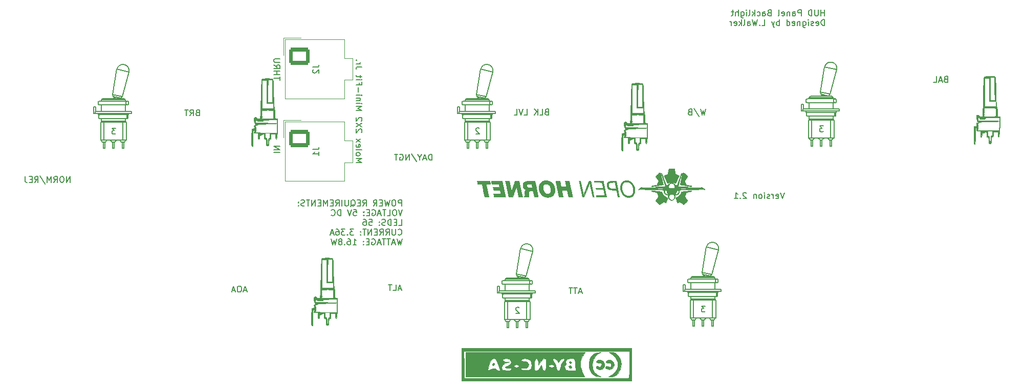
<source format=gbr>
%TF.GenerationSoftware,KiCad,Pcbnew,(6.0.9)*%
%TF.CreationDate,2022-12-26T18:11:15-09:00*%
%TF.ProjectId,PCB_ HUD PANEL,5043422c-2048-4554-9420-50414e454c2e,rev?*%
%TF.SameCoordinates,Original*%
%TF.FileFunction,Legend,Bot*%
%TF.FilePolarity,Positive*%
%FSLAX46Y46*%
G04 Gerber Fmt 4.6, Leading zero omitted, Abs format (unit mm)*
G04 Created by KiCad (PCBNEW (6.0.9)) date 2022-12-26 18:11:15*
%MOMM*%
%LPD*%
G01*
G04 APERTURE LIST*
G04 Aperture macros list*
%AMRoundRect*
0 Rectangle with rounded corners*
0 $1 Rounding radius*
0 $2 $3 $4 $5 $6 $7 $8 $9 X,Y pos of 4 corners*
0 Add a 4 corners polygon primitive as box body*
4,1,4,$2,$3,$4,$5,$6,$7,$8,$9,$2,$3,0*
0 Add four circle primitives for the rounded corners*
1,1,$1+$1,$2,$3*
1,1,$1+$1,$4,$5*
1,1,$1+$1,$6,$7*
1,1,$1+$1,$8,$9*
0 Add four rect primitives between the rounded corners*
20,1,$1+$1,$2,$3,$4,$5,0*
20,1,$1+$1,$4,$5,$6,$7,0*
20,1,$1+$1,$6,$7,$8,$9,0*
20,1,$1+$1,$8,$9,$2,$3,0*%
G04 Aperture macros list end*
%ADD10C,0.150000*%
%ADD11C,0.010000*%
%ADD12C,0.120000*%
%ADD13C,0.200000*%
%ADD14RoundRect,0.300001X-1.399999X1.099999X-1.399999X-1.099999X1.399999X-1.099999X1.399999X1.099999X0*%
%ADD15O,3.400000X2.800000*%
G04 APERTURE END LIST*
D10*
X137840404Y-72416380D02*
X137840404Y-71416380D01*
X137459452Y-71416380D01*
X137364214Y-71464000D01*
X137316595Y-71511619D01*
X137268976Y-71606857D01*
X137268976Y-71749714D01*
X137316595Y-71844952D01*
X137364214Y-71892571D01*
X137459452Y-71940190D01*
X137840404Y-71940190D01*
X136649928Y-71416380D02*
X136459452Y-71416380D01*
X136364214Y-71464000D01*
X136268976Y-71559238D01*
X136221357Y-71749714D01*
X136221357Y-72083047D01*
X136268976Y-72273523D01*
X136364214Y-72368761D01*
X136459452Y-72416380D01*
X136649928Y-72416380D01*
X136745166Y-72368761D01*
X136840404Y-72273523D01*
X136888023Y-72083047D01*
X136888023Y-71749714D01*
X136840404Y-71559238D01*
X136745166Y-71464000D01*
X136649928Y-71416380D01*
X135888023Y-71416380D02*
X135649928Y-72416380D01*
X135459452Y-71702095D01*
X135268976Y-72416380D01*
X135030880Y-71416380D01*
X134649928Y-71892571D02*
X134316595Y-71892571D01*
X134173738Y-72416380D02*
X134649928Y-72416380D01*
X134649928Y-71416380D01*
X134173738Y-71416380D01*
X133173738Y-72416380D02*
X133507071Y-71940190D01*
X133745166Y-72416380D02*
X133745166Y-71416380D01*
X133364214Y-71416380D01*
X133268976Y-71464000D01*
X133221357Y-71511619D01*
X133173738Y-71606857D01*
X133173738Y-71749714D01*
X133221357Y-71844952D01*
X133268976Y-71892571D01*
X133364214Y-71940190D01*
X133745166Y-71940190D01*
X131411833Y-72416380D02*
X131745166Y-71940190D01*
X131983261Y-72416380D02*
X131983261Y-71416380D01*
X131602309Y-71416380D01*
X131507071Y-71464000D01*
X131459452Y-71511619D01*
X131411833Y-71606857D01*
X131411833Y-71749714D01*
X131459452Y-71844952D01*
X131507071Y-71892571D01*
X131602309Y-71940190D01*
X131983261Y-71940190D01*
X130983261Y-71892571D02*
X130649928Y-71892571D01*
X130507071Y-72416380D02*
X130983261Y-72416380D01*
X130983261Y-71416380D01*
X130507071Y-71416380D01*
X129411833Y-72511619D02*
X129507071Y-72464000D01*
X129602309Y-72368761D01*
X129745166Y-72225904D01*
X129840404Y-72178285D01*
X129935642Y-72178285D01*
X129888023Y-72416380D02*
X129983261Y-72368761D01*
X130078500Y-72273523D01*
X130126119Y-72083047D01*
X130126119Y-71749714D01*
X130078500Y-71559238D01*
X129983261Y-71464000D01*
X129888023Y-71416380D01*
X129697547Y-71416380D01*
X129602309Y-71464000D01*
X129507071Y-71559238D01*
X129459452Y-71749714D01*
X129459452Y-72083047D01*
X129507071Y-72273523D01*
X129602309Y-72368761D01*
X129697547Y-72416380D01*
X129888023Y-72416380D01*
X129030880Y-71416380D02*
X129030880Y-72225904D01*
X128983261Y-72321142D01*
X128935642Y-72368761D01*
X128840404Y-72416380D01*
X128649928Y-72416380D01*
X128554690Y-72368761D01*
X128507071Y-72321142D01*
X128459452Y-72225904D01*
X128459452Y-71416380D01*
X127983261Y-72416380D02*
X127983261Y-71416380D01*
X126935642Y-72416380D02*
X127268976Y-71940190D01*
X127507071Y-72416380D02*
X127507071Y-71416380D01*
X127126119Y-71416380D01*
X127030880Y-71464000D01*
X126983261Y-71511619D01*
X126935642Y-71606857D01*
X126935642Y-71749714D01*
X126983261Y-71844952D01*
X127030880Y-71892571D01*
X127126119Y-71940190D01*
X127507071Y-71940190D01*
X126507071Y-71892571D02*
X126173738Y-71892571D01*
X126030880Y-72416380D02*
X126507071Y-72416380D01*
X126507071Y-71416380D01*
X126030880Y-71416380D01*
X125602309Y-72416380D02*
X125602309Y-71416380D01*
X125268976Y-72130666D01*
X124935642Y-71416380D01*
X124935642Y-72416380D01*
X124459452Y-71892571D02*
X124126119Y-71892571D01*
X123983261Y-72416380D02*
X124459452Y-72416380D01*
X124459452Y-71416380D01*
X123983261Y-71416380D01*
X123554690Y-72416380D02*
X123554690Y-71416380D01*
X122983261Y-72416380D01*
X122983261Y-71416380D01*
X122649928Y-71416380D02*
X122078500Y-71416380D01*
X122364214Y-72416380D02*
X122364214Y-71416380D01*
X121792785Y-72368761D02*
X121649928Y-72416380D01*
X121411833Y-72416380D01*
X121316595Y-72368761D01*
X121268976Y-72321142D01*
X121221357Y-72225904D01*
X121221357Y-72130666D01*
X121268976Y-72035428D01*
X121316595Y-71987809D01*
X121411833Y-71940190D01*
X121602309Y-71892571D01*
X121697547Y-71844952D01*
X121745166Y-71797333D01*
X121792785Y-71702095D01*
X121792785Y-71606857D01*
X121745166Y-71511619D01*
X121697547Y-71464000D01*
X121602309Y-71416380D01*
X121364214Y-71416380D01*
X121221357Y-71464000D01*
X120792785Y-72321142D02*
X120745166Y-72368761D01*
X120792785Y-72416380D01*
X120840404Y-72368761D01*
X120792785Y-72321142D01*
X120792785Y-72416380D01*
X120792785Y-71797333D02*
X120745166Y-71844952D01*
X120792785Y-71892571D01*
X120840404Y-71844952D01*
X120792785Y-71797333D01*
X120792785Y-71892571D01*
X137983261Y-73026380D02*
X137649928Y-74026380D01*
X137316595Y-73026380D01*
X136792785Y-73026380D02*
X136602309Y-73026380D01*
X136507071Y-73074000D01*
X136411833Y-73169238D01*
X136364214Y-73359714D01*
X136364214Y-73693047D01*
X136411833Y-73883523D01*
X136507071Y-73978761D01*
X136602309Y-74026380D01*
X136792785Y-74026380D01*
X136888023Y-73978761D01*
X136983261Y-73883523D01*
X137030880Y-73693047D01*
X137030880Y-73359714D01*
X136983261Y-73169238D01*
X136888023Y-73074000D01*
X136792785Y-73026380D01*
X135459452Y-74026380D02*
X135935642Y-74026380D01*
X135935642Y-73026380D01*
X135268976Y-73026380D02*
X134697547Y-73026380D01*
X134983261Y-74026380D02*
X134983261Y-73026380D01*
X134411833Y-73740666D02*
X133935642Y-73740666D01*
X134507071Y-74026380D02*
X134173738Y-73026380D01*
X133840404Y-74026380D01*
X132983261Y-73074000D02*
X133078500Y-73026380D01*
X133221357Y-73026380D01*
X133364214Y-73074000D01*
X133459452Y-73169238D01*
X133507071Y-73264476D01*
X133554690Y-73454952D01*
X133554690Y-73597809D01*
X133507071Y-73788285D01*
X133459452Y-73883523D01*
X133364214Y-73978761D01*
X133221357Y-74026380D01*
X133126119Y-74026380D01*
X132983261Y-73978761D01*
X132935642Y-73931142D01*
X132935642Y-73597809D01*
X133126119Y-73597809D01*
X132507071Y-73502571D02*
X132173738Y-73502571D01*
X132030880Y-74026380D02*
X132507071Y-74026380D01*
X132507071Y-73026380D01*
X132030880Y-73026380D01*
X131602309Y-73931142D02*
X131554690Y-73978761D01*
X131602309Y-74026380D01*
X131649928Y-73978761D01*
X131602309Y-73931142D01*
X131602309Y-74026380D01*
X131602309Y-73407333D02*
X131554690Y-73454952D01*
X131602309Y-73502571D01*
X131649928Y-73454952D01*
X131602309Y-73407333D01*
X131602309Y-73502571D01*
X129888023Y-73026380D02*
X130364214Y-73026380D01*
X130411833Y-73502571D01*
X130364214Y-73454952D01*
X130268976Y-73407333D01*
X130030880Y-73407333D01*
X129935642Y-73454952D01*
X129888023Y-73502571D01*
X129840404Y-73597809D01*
X129840404Y-73835904D01*
X129888023Y-73931142D01*
X129935642Y-73978761D01*
X130030880Y-74026380D01*
X130268976Y-74026380D01*
X130364214Y-73978761D01*
X130411833Y-73931142D01*
X129554690Y-73026380D02*
X129221357Y-74026380D01*
X128888023Y-73026380D01*
X127792785Y-74026380D02*
X127792785Y-73026380D01*
X127554690Y-73026380D01*
X127411833Y-73074000D01*
X127316595Y-73169238D01*
X127268976Y-73264476D01*
X127221357Y-73454952D01*
X127221357Y-73597809D01*
X127268976Y-73788285D01*
X127316595Y-73883523D01*
X127411833Y-73978761D01*
X127554690Y-74026380D01*
X127792785Y-74026380D01*
X126221357Y-73931142D02*
X126268976Y-73978761D01*
X126411833Y-74026380D01*
X126507071Y-74026380D01*
X126649928Y-73978761D01*
X126745166Y-73883523D01*
X126792785Y-73788285D01*
X126840404Y-73597809D01*
X126840404Y-73454952D01*
X126792785Y-73264476D01*
X126745166Y-73169238D01*
X126649928Y-73074000D01*
X126507071Y-73026380D01*
X126411833Y-73026380D01*
X126268976Y-73074000D01*
X126221357Y-73121619D01*
X137364214Y-75636380D02*
X137840404Y-75636380D01*
X137840404Y-74636380D01*
X137030880Y-75112571D02*
X136697547Y-75112571D01*
X136554690Y-75636380D02*
X137030880Y-75636380D01*
X137030880Y-74636380D01*
X136554690Y-74636380D01*
X136126119Y-75636380D02*
X136126119Y-74636380D01*
X135888023Y-74636380D01*
X135745166Y-74684000D01*
X135649928Y-74779238D01*
X135602309Y-74874476D01*
X135554690Y-75064952D01*
X135554690Y-75207809D01*
X135602309Y-75398285D01*
X135649928Y-75493523D01*
X135745166Y-75588761D01*
X135888023Y-75636380D01*
X136126119Y-75636380D01*
X135173738Y-75588761D02*
X135030880Y-75636380D01*
X134792785Y-75636380D01*
X134697547Y-75588761D01*
X134649928Y-75541142D01*
X134602309Y-75445904D01*
X134602309Y-75350666D01*
X134649928Y-75255428D01*
X134697547Y-75207809D01*
X134792785Y-75160190D01*
X134983261Y-75112571D01*
X135078500Y-75064952D01*
X135126119Y-75017333D01*
X135173738Y-74922095D01*
X135173738Y-74826857D01*
X135126119Y-74731619D01*
X135078500Y-74684000D01*
X134983261Y-74636380D01*
X134745166Y-74636380D01*
X134602309Y-74684000D01*
X134173738Y-75541142D02*
X134126119Y-75588761D01*
X134173738Y-75636380D01*
X134221357Y-75588761D01*
X134173738Y-75541142D01*
X134173738Y-75636380D01*
X134173738Y-75017333D02*
X134126119Y-75064952D01*
X134173738Y-75112571D01*
X134221357Y-75064952D01*
X134173738Y-75017333D01*
X134173738Y-75112571D01*
X132459452Y-74636380D02*
X132935642Y-74636380D01*
X132983261Y-75112571D01*
X132935642Y-75064952D01*
X132840404Y-75017333D01*
X132602309Y-75017333D01*
X132507071Y-75064952D01*
X132459452Y-75112571D01*
X132411833Y-75207809D01*
X132411833Y-75445904D01*
X132459452Y-75541142D01*
X132507071Y-75588761D01*
X132602309Y-75636380D01*
X132840404Y-75636380D01*
X132935642Y-75588761D01*
X132983261Y-75541142D01*
X131554690Y-74636380D02*
X131745166Y-74636380D01*
X131840404Y-74684000D01*
X131888023Y-74731619D01*
X131983261Y-74874476D01*
X132030880Y-75064952D01*
X132030880Y-75445904D01*
X131983261Y-75541142D01*
X131935642Y-75588761D01*
X131840404Y-75636380D01*
X131649928Y-75636380D01*
X131554690Y-75588761D01*
X131507071Y-75541142D01*
X131459452Y-75445904D01*
X131459452Y-75207809D01*
X131507071Y-75112571D01*
X131554690Y-75064952D01*
X131649928Y-75017333D01*
X131840404Y-75017333D01*
X131935642Y-75064952D01*
X131983261Y-75112571D01*
X132030880Y-75207809D01*
X137268976Y-77151142D02*
X137316595Y-77198761D01*
X137459452Y-77246380D01*
X137554690Y-77246380D01*
X137697547Y-77198761D01*
X137792785Y-77103523D01*
X137840404Y-77008285D01*
X137888023Y-76817809D01*
X137888023Y-76674952D01*
X137840404Y-76484476D01*
X137792785Y-76389238D01*
X137697547Y-76294000D01*
X137554690Y-76246380D01*
X137459452Y-76246380D01*
X137316595Y-76294000D01*
X137268976Y-76341619D01*
X136840404Y-76246380D02*
X136840404Y-77055904D01*
X136792785Y-77151142D01*
X136745166Y-77198761D01*
X136649928Y-77246380D01*
X136459452Y-77246380D01*
X136364214Y-77198761D01*
X136316595Y-77151142D01*
X136268976Y-77055904D01*
X136268976Y-76246380D01*
X135221357Y-77246380D02*
X135554690Y-76770190D01*
X135792785Y-77246380D02*
X135792785Y-76246380D01*
X135411833Y-76246380D01*
X135316595Y-76294000D01*
X135268976Y-76341619D01*
X135221357Y-76436857D01*
X135221357Y-76579714D01*
X135268976Y-76674952D01*
X135316595Y-76722571D01*
X135411833Y-76770190D01*
X135792785Y-76770190D01*
X134221357Y-77246380D02*
X134554690Y-76770190D01*
X134792785Y-77246380D02*
X134792785Y-76246380D01*
X134411833Y-76246380D01*
X134316595Y-76294000D01*
X134268976Y-76341619D01*
X134221357Y-76436857D01*
X134221357Y-76579714D01*
X134268976Y-76674952D01*
X134316595Y-76722571D01*
X134411833Y-76770190D01*
X134792785Y-76770190D01*
X133792785Y-76722571D02*
X133459452Y-76722571D01*
X133316595Y-77246380D02*
X133792785Y-77246380D01*
X133792785Y-76246380D01*
X133316595Y-76246380D01*
X132888023Y-77246380D02*
X132888023Y-76246380D01*
X132316595Y-77246380D01*
X132316595Y-76246380D01*
X131983261Y-76246380D02*
X131411833Y-76246380D01*
X131697547Y-77246380D02*
X131697547Y-76246380D01*
X131078500Y-77151142D02*
X131030880Y-77198761D01*
X131078500Y-77246380D01*
X131126119Y-77198761D01*
X131078500Y-77151142D01*
X131078500Y-77246380D01*
X131078500Y-76627333D02*
X131030880Y-76674952D01*
X131078500Y-76722571D01*
X131126119Y-76674952D01*
X131078500Y-76627333D01*
X131078500Y-76722571D01*
X129935642Y-76246380D02*
X129316595Y-76246380D01*
X129649928Y-76627333D01*
X129507071Y-76627333D01*
X129411833Y-76674952D01*
X129364214Y-76722571D01*
X129316595Y-76817809D01*
X129316595Y-77055904D01*
X129364214Y-77151142D01*
X129411833Y-77198761D01*
X129507071Y-77246380D01*
X129792785Y-77246380D01*
X129888023Y-77198761D01*
X129935642Y-77151142D01*
X128888023Y-77151142D02*
X128840404Y-77198761D01*
X128888023Y-77246380D01*
X128935642Y-77198761D01*
X128888023Y-77151142D01*
X128888023Y-77246380D01*
X128507071Y-76246380D02*
X127888023Y-76246380D01*
X128221357Y-76627333D01*
X128078500Y-76627333D01*
X127983261Y-76674952D01*
X127935642Y-76722571D01*
X127888023Y-76817809D01*
X127888023Y-77055904D01*
X127935642Y-77151142D01*
X127983261Y-77198761D01*
X128078500Y-77246380D01*
X128364214Y-77246380D01*
X128459452Y-77198761D01*
X128507071Y-77151142D01*
X127030880Y-76246380D02*
X127221357Y-76246380D01*
X127316595Y-76294000D01*
X127364214Y-76341619D01*
X127459452Y-76484476D01*
X127507071Y-76674952D01*
X127507071Y-77055904D01*
X127459452Y-77151142D01*
X127411833Y-77198761D01*
X127316595Y-77246380D01*
X127126119Y-77246380D01*
X127030880Y-77198761D01*
X126983261Y-77151142D01*
X126935642Y-77055904D01*
X126935642Y-76817809D01*
X126983261Y-76722571D01*
X127030880Y-76674952D01*
X127126119Y-76627333D01*
X127316595Y-76627333D01*
X127411833Y-76674952D01*
X127459452Y-76722571D01*
X127507071Y-76817809D01*
X126554690Y-76960666D02*
X126078500Y-76960666D01*
X126649928Y-77246380D02*
X126316595Y-76246380D01*
X125983261Y-77246380D01*
X137935642Y-77856380D02*
X137697547Y-78856380D01*
X137507071Y-78142095D01*
X137316595Y-78856380D01*
X137078500Y-77856380D01*
X136745166Y-78570666D02*
X136268976Y-78570666D01*
X136840404Y-78856380D02*
X136507071Y-77856380D01*
X136173738Y-78856380D01*
X135983261Y-77856380D02*
X135411833Y-77856380D01*
X135697547Y-78856380D02*
X135697547Y-77856380D01*
X135221357Y-77856380D02*
X134649928Y-77856380D01*
X134935642Y-78856380D02*
X134935642Y-77856380D01*
X134364214Y-78570666D02*
X133888023Y-78570666D01*
X134459452Y-78856380D02*
X134126119Y-77856380D01*
X133792785Y-78856380D01*
X132935642Y-77904000D02*
X133030880Y-77856380D01*
X133173738Y-77856380D01*
X133316595Y-77904000D01*
X133411833Y-77999238D01*
X133459452Y-78094476D01*
X133507071Y-78284952D01*
X133507071Y-78427809D01*
X133459452Y-78618285D01*
X133411833Y-78713523D01*
X133316595Y-78808761D01*
X133173738Y-78856380D01*
X133078500Y-78856380D01*
X132935642Y-78808761D01*
X132888023Y-78761142D01*
X132888023Y-78427809D01*
X133078500Y-78427809D01*
X132459452Y-78332571D02*
X132126119Y-78332571D01*
X131983261Y-78856380D02*
X132459452Y-78856380D01*
X132459452Y-77856380D01*
X131983261Y-77856380D01*
X131554690Y-78761142D02*
X131507071Y-78808761D01*
X131554690Y-78856380D01*
X131602309Y-78808761D01*
X131554690Y-78761142D01*
X131554690Y-78856380D01*
X131554690Y-78237333D02*
X131507071Y-78284952D01*
X131554690Y-78332571D01*
X131602309Y-78284952D01*
X131554690Y-78237333D01*
X131554690Y-78332571D01*
X129792785Y-78856380D02*
X130364214Y-78856380D01*
X130078500Y-78856380D02*
X130078500Y-77856380D01*
X130173738Y-77999238D01*
X130268976Y-78094476D01*
X130364214Y-78142095D01*
X128935642Y-77856380D02*
X129126119Y-77856380D01*
X129221357Y-77904000D01*
X129268976Y-77951619D01*
X129364214Y-78094476D01*
X129411833Y-78284952D01*
X129411833Y-78665904D01*
X129364214Y-78761142D01*
X129316595Y-78808761D01*
X129221357Y-78856380D01*
X129030880Y-78856380D01*
X128935642Y-78808761D01*
X128888023Y-78761142D01*
X128840404Y-78665904D01*
X128840404Y-78427809D01*
X128888023Y-78332571D01*
X128935642Y-78284952D01*
X129030880Y-78237333D01*
X129221357Y-78237333D01*
X129316595Y-78284952D01*
X129364214Y-78332571D01*
X129411833Y-78427809D01*
X128411833Y-78761142D02*
X128364214Y-78808761D01*
X128411833Y-78856380D01*
X128459452Y-78808761D01*
X128411833Y-78761142D01*
X128411833Y-78856380D01*
X127792785Y-78284952D02*
X127888023Y-78237333D01*
X127935642Y-78189714D01*
X127983261Y-78094476D01*
X127983261Y-78046857D01*
X127935642Y-77951619D01*
X127888023Y-77904000D01*
X127792785Y-77856380D01*
X127602309Y-77856380D01*
X127507071Y-77904000D01*
X127459452Y-77951619D01*
X127411833Y-78046857D01*
X127411833Y-78094476D01*
X127459452Y-78189714D01*
X127507071Y-78237333D01*
X127602309Y-78284952D01*
X127792785Y-78284952D01*
X127888023Y-78332571D01*
X127935642Y-78380190D01*
X127983261Y-78475428D01*
X127983261Y-78665904D01*
X127935642Y-78761142D01*
X127888023Y-78808761D01*
X127792785Y-78856380D01*
X127602309Y-78856380D01*
X127507071Y-78808761D01*
X127459452Y-78761142D01*
X127411833Y-78665904D01*
X127411833Y-78475428D01*
X127459452Y-78380190D01*
X127507071Y-78332571D01*
X127602309Y-78284952D01*
X127078500Y-77856380D02*
X126840404Y-78856380D01*
X126649928Y-78142095D01*
X126459452Y-78856380D01*
X126221357Y-77856380D01*
X116697619Y-63573809D02*
X117697619Y-63573809D01*
X116697619Y-63097619D02*
X117697619Y-63097619D01*
X116697619Y-62526190D01*
X117697619Y-62526190D01*
X201167476Y-70191380D02*
X200834142Y-71191380D01*
X200500809Y-70191380D01*
X199786523Y-71143761D02*
X199881761Y-71191380D01*
X200072238Y-71191380D01*
X200167476Y-71143761D01*
X200215095Y-71048523D01*
X200215095Y-70667571D01*
X200167476Y-70572333D01*
X200072238Y-70524714D01*
X199881761Y-70524714D01*
X199786523Y-70572333D01*
X199738904Y-70667571D01*
X199738904Y-70762809D01*
X200215095Y-70858047D01*
X199310333Y-71191380D02*
X199310333Y-70524714D01*
X199310333Y-70715190D02*
X199262714Y-70619952D01*
X199215095Y-70572333D01*
X199119857Y-70524714D01*
X199024619Y-70524714D01*
X198738904Y-71143761D02*
X198643666Y-71191380D01*
X198453190Y-71191380D01*
X198357952Y-71143761D01*
X198310333Y-71048523D01*
X198310333Y-71000904D01*
X198357952Y-70905666D01*
X198453190Y-70858047D01*
X198596047Y-70858047D01*
X198691285Y-70810428D01*
X198738904Y-70715190D01*
X198738904Y-70667571D01*
X198691285Y-70572333D01*
X198596047Y-70524714D01*
X198453190Y-70524714D01*
X198357952Y-70572333D01*
X197881761Y-71191380D02*
X197881761Y-70524714D01*
X197881761Y-70191380D02*
X197929380Y-70239000D01*
X197881761Y-70286619D01*
X197834142Y-70239000D01*
X197881761Y-70191380D01*
X197881761Y-70286619D01*
X197262714Y-71191380D02*
X197357952Y-71143761D01*
X197405571Y-71096142D01*
X197453190Y-71000904D01*
X197453190Y-70715190D01*
X197405571Y-70619952D01*
X197357952Y-70572333D01*
X197262714Y-70524714D01*
X197119857Y-70524714D01*
X197024619Y-70572333D01*
X196977000Y-70619952D01*
X196929380Y-70715190D01*
X196929380Y-71000904D01*
X196977000Y-71096142D01*
X197024619Y-71143761D01*
X197119857Y-71191380D01*
X197262714Y-71191380D01*
X196500809Y-70524714D02*
X196500809Y-71191380D01*
X196500809Y-70619952D02*
X196453190Y-70572333D01*
X196357952Y-70524714D01*
X196215095Y-70524714D01*
X196119857Y-70572333D01*
X196072238Y-70667571D01*
X196072238Y-71191380D01*
X194881761Y-70286619D02*
X194834142Y-70239000D01*
X194738904Y-70191380D01*
X194500809Y-70191380D01*
X194405571Y-70239000D01*
X194357952Y-70286619D01*
X194310333Y-70381857D01*
X194310333Y-70477095D01*
X194357952Y-70619952D01*
X194929380Y-71191380D01*
X194310333Y-71191380D01*
X193881761Y-71096142D02*
X193834142Y-71143761D01*
X193881761Y-71191380D01*
X193929380Y-71143761D01*
X193881761Y-71096142D01*
X193881761Y-71191380D01*
X192881761Y-71191380D02*
X193453190Y-71191380D01*
X193167476Y-71191380D02*
X193167476Y-70191380D01*
X193262714Y-70334238D01*
X193357952Y-70429476D01*
X193453190Y-70477095D01*
X137802809Y-86145666D02*
X137326619Y-86145666D01*
X137898047Y-86431380D02*
X137564714Y-85431380D01*
X137231380Y-86431380D01*
X136421857Y-86431380D02*
X136898047Y-86431380D01*
X136898047Y-85431380D01*
X136231380Y-85431380D02*
X135659952Y-85431380D01*
X135945666Y-86431380D02*
X135945666Y-85431380D01*
X82986095Y-68524380D02*
X82986095Y-67524380D01*
X82414666Y-68524380D01*
X82414666Y-67524380D01*
X81748000Y-67524380D02*
X81557523Y-67524380D01*
X81462285Y-67572000D01*
X81367047Y-67667238D01*
X81319428Y-67857714D01*
X81319428Y-68191047D01*
X81367047Y-68381523D01*
X81462285Y-68476761D01*
X81557523Y-68524380D01*
X81748000Y-68524380D01*
X81843238Y-68476761D01*
X81938476Y-68381523D01*
X81986095Y-68191047D01*
X81986095Y-67857714D01*
X81938476Y-67667238D01*
X81843238Y-67572000D01*
X81748000Y-67524380D01*
X80319428Y-68524380D02*
X80652761Y-68048190D01*
X80890857Y-68524380D02*
X80890857Y-67524380D01*
X80509904Y-67524380D01*
X80414666Y-67572000D01*
X80367047Y-67619619D01*
X80319428Y-67714857D01*
X80319428Y-67857714D01*
X80367047Y-67952952D01*
X80414666Y-68000571D01*
X80509904Y-68048190D01*
X80890857Y-68048190D01*
X79890857Y-68524380D02*
X79890857Y-67524380D01*
X79557523Y-68238666D01*
X79224190Y-67524380D01*
X79224190Y-68524380D01*
X78033714Y-67476761D02*
X78890857Y-68762476D01*
X77128952Y-68524380D02*
X77462285Y-68048190D01*
X77700380Y-68524380D02*
X77700380Y-67524380D01*
X77319428Y-67524380D01*
X77224190Y-67572000D01*
X77176571Y-67619619D01*
X77128952Y-67714857D01*
X77128952Y-67857714D01*
X77176571Y-67952952D01*
X77224190Y-68000571D01*
X77319428Y-68048190D01*
X77700380Y-68048190D01*
X76700380Y-68000571D02*
X76367047Y-68000571D01*
X76224190Y-68524380D02*
X76700380Y-68524380D01*
X76700380Y-67524380D01*
X76224190Y-67524380D01*
X75509904Y-67524380D02*
X75509904Y-68238666D01*
X75557523Y-68381523D01*
X75652761Y-68476761D01*
X75795619Y-68524380D01*
X75890857Y-68524380D01*
X188142380Y-56348380D02*
X187904285Y-57348380D01*
X187713809Y-56634095D01*
X187523333Y-57348380D01*
X187285238Y-56348380D01*
X186190000Y-56300761D02*
X187047142Y-57586476D01*
X185523333Y-56824571D02*
X185380476Y-56872190D01*
X185332857Y-56919809D01*
X185285238Y-57015047D01*
X185285238Y-57157904D01*
X185332857Y-57253142D01*
X185380476Y-57300761D01*
X185475714Y-57348380D01*
X185856666Y-57348380D01*
X185856666Y-56348380D01*
X185523333Y-56348380D01*
X185428095Y-56396000D01*
X185380476Y-56443619D01*
X185332857Y-56538857D01*
X185332857Y-56634095D01*
X185380476Y-56729333D01*
X185428095Y-56776952D01*
X185523333Y-56824571D01*
X185856666Y-56824571D01*
X167624000Y-86653666D02*
X167147809Y-86653666D01*
X167719238Y-86939380D02*
X167385904Y-85939380D01*
X167052571Y-86939380D01*
X166862095Y-85939380D02*
X166290666Y-85939380D01*
X166576380Y-86939380D02*
X166576380Y-85939380D01*
X166100190Y-85939380D02*
X165528761Y-85939380D01*
X165814476Y-86939380D02*
X165814476Y-85939380D01*
X117697619Y-51583333D02*
X117697619Y-51011904D01*
X116697619Y-51297619D02*
X117697619Y-51297619D01*
X116697619Y-50678571D02*
X117697619Y-50678571D01*
X117221428Y-50678571D02*
X117221428Y-50107142D01*
X116697619Y-50107142D02*
X117697619Y-50107142D01*
X116697619Y-49059523D02*
X117173809Y-49392857D01*
X116697619Y-49630952D02*
X117697619Y-49630952D01*
X117697619Y-49250000D01*
X117650000Y-49154761D01*
X117602380Y-49107142D01*
X117507142Y-49059523D01*
X117364285Y-49059523D01*
X117269047Y-49107142D01*
X117221428Y-49154761D01*
X117173809Y-49250000D01*
X117173809Y-49630952D01*
X117697619Y-48630952D02*
X116888095Y-48630952D01*
X116792857Y-48583333D01*
X116745238Y-48535714D01*
X116697619Y-48440476D01*
X116697619Y-48250000D01*
X116745238Y-48154761D01*
X116792857Y-48107142D01*
X116888095Y-48059523D01*
X117697619Y-48059523D01*
X142874619Y-64841380D02*
X142874619Y-63841380D01*
X142636523Y-63841380D01*
X142493666Y-63889000D01*
X142398428Y-63984238D01*
X142350809Y-64079476D01*
X142303190Y-64269952D01*
X142303190Y-64412809D01*
X142350809Y-64603285D01*
X142398428Y-64698523D01*
X142493666Y-64793761D01*
X142636523Y-64841380D01*
X142874619Y-64841380D01*
X141922238Y-64555666D02*
X141446047Y-64555666D01*
X142017476Y-64841380D02*
X141684142Y-63841380D01*
X141350809Y-64841380D01*
X140827000Y-64365190D02*
X140827000Y-64841380D01*
X141160333Y-63841380D02*
X140827000Y-64365190D01*
X140493666Y-63841380D01*
X139446047Y-63793761D02*
X140303190Y-65079476D01*
X139112714Y-64841380D02*
X139112714Y-63841380D01*
X138541285Y-64841380D01*
X138541285Y-63841380D01*
X137541285Y-63889000D02*
X137636523Y-63841380D01*
X137779380Y-63841380D01*
X137922238Y-63889000D01*
X138017476Y-63984238D01*
X138065095Y-64079476D01*
X138112714Y-64269952D01*
X138112714Y-64412809D01*
X138065095Y-64603285D01*
X138017476Y-64698523D01*
X137922238Y-64793761D01*
X137779380Y-64841380D01*
X137684142Y-64841380D01*
X137541285Y-64793761D01*
X137493666Y-64746142D01*
X137493666Y-64412809D01*
X137684142Y-64412809D01*
X137207952Y-63841380D02*
X136636523Y-63841380D01*
X136922238Y-64841380D02*
X136922238Y-63841380D01*
X161837380Y-56824571D02*
X161694523Y-56872190D01*
X161646904Y-56919809D01*
X161599285Y-57015047D01*
X161599285Y-57157904D01*
X161646904Y-57253142D01*
X161694523Y-57300761D01*
X161789761Y-57348380D01*
X162170714Y-57348380D01*
X162170714Y-56348380D01*
X161837380Y-56348380D01*
X161742142Y-56396000D01*
X161694523Y-56443619D01*
X161646904Y-56538857D01*
X161646904Y-56634095D01*
X161694523Y-56729333D01*
X161742142Y-56776952D01*
X161837380Y-56824571D01*
X162170714Y-56824571D01*
X160694523Y-57348380D02*
X161170714Y-57348380D01*
X161170714Y-56348380D01*
X160361190Y-57348380D02*
X160361190Y-56348380D01*
X159789761Y-57348380D02*
X160218333Y-56776952D01*
X159789761Y-56348380D02*
X160361190Y-56919809D01*
X158123095Y-57348380D02*
X158599285Y-57348380D01*
X158599285Y-56348380D01*
X157932619Y-56348380D02*
X157599285Y-57348380D01*
X157265952Y-56348380D01*
X156456428Y-57348380D02*
X156932619Y-57348380D01*
X156932619Y-56348380D01*
X130297619Y-65202380D02*
X131297619Y-65202380D01*
X130583333Y-64869047D01*
X131297619Y-64535714D01*
X130297619Y-64535714D01*
X130297619Y-63916666D02*
X130345238Y-64011904D01*
X130392857Y-64059523D01*
X130488095Y-64107142D01*
X130773809Y-64107142D01*
X130869047Y-64059523D01*
X130916666Y-64011904D01*
X130964285Y-63916666D01*
X130964285Y-63773809D01*
X130916666Y-63678571D01*
X130869047Y-63630952D01*
X130773809Y-63583333D01*
X130488095Y-63583333D01*
X130392857Y-63630952D01*
X130345238Y-63678571D01*
X130297619Y-63773809D01*
X130297619Y-63916666D01*
X130297619Y-63011904D02*
X130345238Y-63107142D01*
X130440476Y-63154761D01*
X131297619Y-63154761D01*
X130345238Y-62250000D02*
X130297619Y-62345238D01*
X130297619Y-62535714D01*
X130345238Y-62630952D01*
X130440476Y-62678571D01*
X130821428Y-62678571D01*
X130916666Y-62630952D01*
X130964285Y-62535714D01*
X130964285Y-62345238D01*
X130916666Y-62250000D01*
X130821428Y-62202380D01*
X130726190Y-62202380D01*
X130630952Y-62678571D01*
X130297619Y-61869047D02*
X130964285Y-61345238D01*
X130964285Y-61869047D02*
X130297619Y-61345238D01*
X131202380Y-60250000D02*
X131250000Y-60202380D01*
X131297619Y-60107142D01*
X131297619Y-59869047D01*
X131250000Y-59773809D01*
X131202380Y-59726190D01*
X131107142Y-59678571D01*
X131011904Y-59678571D01*
X130869047Y-59726190D01*
X130297619Y-60297619D01*
X130297619Y-59678571D01*
X131297619Y-59345238D02*
X130297619Y-58678571D01*
X131297619Y-58678571D02*
X130297619Y-59345238D01*
X131202380Y-58345238D02*
X131250000Y-58297619D01*
X131297619Y-58202380D01*
X131297619Y-57964285D01*
X131250000Y-57869047D01*
X131202380Y-57821428D01*
X131107142Y-57773809D01*
X131011904Y-57773809D01*
X130869047Y-57821428D01*
X130297619Y-58392857D01*
X130297619Y-57773809D01*
X130297619Y-56583333D02*
X131297619Y-56583333D01*
X130583333Y-56250000D01*
X131297619Y-55916666D01*
X130297619Y-55916666D01*
X130297619Y-55440476D02*
X130964285Y-55440476D01*
X131297619Y-55440476D02*
X131250000Y-55488095D01*
X131202380Y-55440476D01*
X131250000Y-55392857D01*
X131297619Y-55440476D01*
X131202380Y-55440476D01*
X130964285Y-54964285D02*
X130297619Y-54964285D01*
X130869047Y-54964285D02*
X130916666Y-54916666D01*
X130964285Y-54821428D01*
X130964285Y-54678571D01*
X130916666Y-54583333D01*
X130821428Y-54535714D01*
X130297619Y-54535714D01*
X130297619Y-54059523D02*
X130964285Y-54059523D01*
X131297619Y-54059523D02*
X131250000Y-54107142D01*
X131202380Y-54059523D01*
X131250000Y-54011904D01*
X131297619Y-54059523D01*
X131202380Y-54059523D01*
X130678571Y-53583333D02*
X130678571Y-52821428D01*
X130821428Y-52011904D02*
X130821428Y-52345238D01*
X130297619Y-52345238D02*
X131297619Y-52345238D01*
X131297619Y-51869047D01*
X130297619Y-51488095D02*
X130964285Y-51488095D01*
X131297619Y-51488095D02*
X131250000Y-51535714D01*
X131202380Y-51488095D01*
X131250000Y-51440476D01*
X131297619Y-51488095D01*
X131202380Y-51488095D01*
X130964285Y-51154761D02*
X130964285Y-50773809D01*
X131297619Y-51011904D02*
X130440476Y-51011904D01*
X130345238Y-50964285D01*
X130297619Y-50869047D01*
X130297619Y-50773809D01*
X131297619Y-49392857D02*
X130583333Y-49392857D01*
X130440476Y-49440476D01*
X130345238Y-49535714D01*
X130297619Y-49678571D01*
X130297619Y-49773809D01*
X130297619Y-48916666D02*
X130964285Y-48916666D01*
X130773809Y-48916666D02*
X130869047Y-48869047D01*
X130916666Y-48821428D01*
X130964285Y-48726190D01*
X130964285Y-48630952D01*
X130392857Y-48297619D02*
X130345238Y-48250000D01*
X130297619Y-48297619D01*
X130345238Y-48345238D01*
X130392857Y-48297619D01*
X130297619Y-48297619D01*
X104060523Y-56951571D02*
X103917666Y-56999190D01*
X103870047Y-57046809D01*
X103822428Y-57142047D01*
X103822428Y-57284904D01*
X103870047Y-57380142D01*
X103917666Y-57427761D01*
X104012904Y-57475380D01*
X104393857Y-57475380D01*
X104393857Y-56475380D01*
X104060523Y-56475380D01*
X103965285Y-56523000D01*
X103917666Y-56570619D01*
X103870047Y-56665857D01*
X103870047Y-56761095D01*
X103917666Y-56856333D01*
X103965285Y-56903952D01*
X104060523Y-56951571D01*
X104393857Y-56951571D01*
X102822428Y-57475380D02*
X103155761Y-56999190D01*
X103393857Y-57475380D02*
X103393857Y-56475380D01*
X103012904Y-56475380D01*
X102917666Y-56523000D01*
X102870047Y-56570619D01*
X102822428Y-56665857D01*
X102822428Y-56808714D01*
X102870047Y-56903952D01*
X102917666Y-56951571D01*
X103012904Y-56999190D01*
X103393857Y-56999190D01*
X102536714Y-56475380D02*
X101965285Y-56475380D01*
X102251000Y-57475380D02*
X102251000Y-56475380D01*
X227863304Y-51414371D02*
X227720447Y-51461990D01*
X227672828Y-51509609D01*
X227625209Y-51604847D01*
X227625209Y-51747704D01*
X227672828Y-51842942D01*
X227720447Y-51890561D01*
X227815685Y-51938180D01*
X228196638Y-51938180D01*
X228196638Y-50938180D01*
X227863304Y-50938180D01*
X227768066Y-50985800D01*
X227720447Y-51033419D01*
X227672828Y-51128657D01*
X227672828Y-51223895D01*
X227720447Y-51319133D01*
X227768066Y-51366752D01*
X227863304Y-51414371D01*
X228196638Y-51414371D01*
X227244257Y-51652466D02*
X226768066Y-51652466D01*
X227339495Y-51938180D02*
X227006161Y-50938180D01*
X226672828Y-51938180D01*
X225863304Y-51938180D02*
X226339495Y-51938180D01*
X226339495Y-50938180D01*
X207817404Y-40922380D02*
X207817404Y-39922380D01*
X207817404Y-40398571D02*
X207245976Y-40398571D01*
X207245976Y-40922380D02*
X207245976Y-39922380D01*
X206769785Y-39922380D02*
X206769785Y-40731904D01*
X206722166Y-40827142D01*
X206674547Y-40874761D01*
X206579309Y-40922380D01*
X206388833Y-40922380D01*
X206293595Y-40874761D01*
X206245976Y-40827142D01*
X206198357Y-40731904D01*
X206198357Y-39922380D01*
X205722166Y-40922380D02*
X205722166Y-39922380D01*
X205484071Y-39922380D01*
X205341214Y-39970000D01*
X205245976Y-40065238D01*
X205198357Y-40160476D01*
X205150738Y-40350952D01*
X205150738Y-40493809D01*
X205198357Y-40684285D01*
X205245976Y-40779523D01*
X205341214Y-40874761D01*
X205484071Y-40922380D01*
X205722166Y-40922380D01*
X203960261Y-40922380D02*
X203960261Y-39922380D01*
X203579309Y-39922380D01*
X203484071Y-39970000D01*
X203436452Y-40017619D01*
X203388833Y-40112857D01*
X203388833Y-40255714D01*
X203436452Y-40350952D01*
X203484071Y-40398571D01*
X203579309Y-40446190D01*
X203960261Y-40446190D01*
X202531690Y-40922380D02*
X202531690Y-40398571D01*
X202579309Y-40303333D01*
X202674547Y-40255714D01*
X202865023Y-40255714D01*
X202960261Y-40303333D01*
X202531690Y-40874761D02*
X202626928Y-40922380D01*
X202865023Y-40922380D01*
X202960261Y-40874761D01*
X203007880Y-40779523D01*
X203007880Y-40684285D01*
X202960261Y-40589047D01*
X202865023Y-40541428D01*
X202626928Y-40541428D01*
X202531690Y-40493809D01*
X202055500Y-40255714D02*
X202055500Y-40922380D01*
X202055500Y-40350952D02*
X202007880Y-40303333D01*
X201912642Y-40255714D01*
X201769785Y-40255714D01*
X201674547Y-40303333D01*
X201626928Y-40398571D01*
X201626928Y-40922380D01*
X200769785Y-40874761D02*
X200865023Y-40922380D01*
X201055500Y-40922380D01*
X201150738Y-40874761D01*
X201198357Y-40779523D01*
X201198357Y-40398571D01*
X201150738Y-40303333D01*
X201055500Y-40255714D01*
X200865023Y-40255714D01*
X200769785Y-40303333D01*
X200722166Y-40398571D01*
X200722166Y-40493809D01*
X201198357Y-40589047D01*
X200150738Y-40922380D02*
X200245976Y-40874761D01*
X200293595Y-40779523D01*
X200293595Y-39922380D01*
X198674547Y-40398571D02*
X198531690Y-40446190D01*
X198484071Y-40493809D01*
X198436452Y-40589047D01*
X198436452Y-40731904D01*
X198484071Y-40827142D01*
X198531690Y-40874761D01*
X198626928Y-40922380D01*
X199007880Y-40922380D01*
X199007880Y-39922380D01*
X198674547Y-39922380D01*
X198579309Y-39970000D01*
X198531690Y-40017619D01*
X198484071Y-40112857D01*
X198484071Y-40208095D01*
X198531690Y-40303333D01*
X198579309Y-40350952D01*
X198674547Y-40398571D01*
X199007880Y-40398571D01*
X197579309Y-40922380D02*
X197579309Y-40398571D01*
X197626928Y-40303333D01*
X197722166Y-40255714D01*
X197912642Y-40255714D01*
X198007880Y-40303333D01*
X197579309Y-40874761D02*
X197674547Y-40922380D01*
X197912642Y-40922380D01*
X198007880Y-40874761D01*
X198055500Y-40779523D01*
X198055500Y-40684285D01*
X198007880Y-40589047D01*
X197912642Y-40541428D01*
X197674547Y-40541428D01*
X197579309Y-40493809D01*
X196674547Y-40874761D02*
X196769785Y-40922380D01*
X196960261Y-40922380D01*
X197055500Y-40874761D01*
X197103119Y-40827142D01*
X197150738Y-40731904D01*
X197150738Y-40446190D01*
X197103119Y-40350952D01*
X197055500Y-40303333D01*
X196960261Y-40255714D01*
X196769785Y-40255714D01*
X196674547Y-40303333D01*
X196245976Y-40922380D02*
X196245976Y-39922380D01*
X196150738Y-40541428D02*
X195865023Y-40922380D01*
X195865023Y-40255714D02*
X196245976Y-40636666D01*
X195293595Y-40922380D02*
X195388833Y-40874761D01*
X195436452Y-40779523D01*
X195436452Y-39922380D01*
X194912642Y-40922380D02*
X194912642Y-40255714D01*
X194912642Y-39922380D02*
X194960261Y-39970000D01*
X194912642Y-40017619D01*
X194865023Y-39970000D01*
X194912642Y-39922380D01*
X194912642Y-40017619D01*
X194007880Y-40255714D02*
X194007880Y-41065238D01*
X194055500Y-41160476D01*
X194103119Y-41208095D01*
X194198357Y-41255714D01*
X194341214Y-41255714D01*
X194436452Y-41208095D01*
X194007880Y-40874761D02*
X194103119Y-40922380D01*
X194293595Y-40922380D01*
X194388833Y-40874761D01*
X194436452Y-40827142D01*
X194484071Y-40731904D01*
X194484071Y-40446190D01*
X194436452Y-40350952D01*
X194388833Y-40303333D01*
X194293595Y-40255714D01*
X194103119Y-40255714D01*
X194007880Y-40303333D01*
X193531690Y-40922380D02*
X193531690Y-39922380D01*
X193103119Y-40922380D02*
X193103119Y-40398571D01*
X193150738Y-40303333D01*
X193245976Y-40255714D01*
X193388833Y-40255714D01*
X193484071Y-40303333D01*
X193531690Y-40350952D01*
X192769785Y-40255714D02*
X192388833Y-40255714D01*
X192626928Y-39922380D02*
X192626928Y-40779523D01*
X192579309Y-40874761D01*
X192484071Y-40922380D01*
X192388833Y-40922380D01*
X207817404Y-42532380D02*
X207817404Y-41532380D01*
X207579309Y-41532380D01*
X207436452Y-41580000D01*
X207341214Y-41675238D01*
X207293595Y-41770476D01*
X207245976Y-41960952D01*
X207245976Y-42103809D01*
X207293595Y-42294285D01*
X207341214Y-42389523D01*
X207436452Y-42484761D01*
X207579309Y-42532380D01*
X207817404Y-42532380D01*
X206436452Y-42484761D02*
X206531690Y-42532380D01*
X206722166Y-42532380D01*
X206817404Y-42484761D01*
X206865023Y-42389523D01*
X206865023Y-42008571D01*
X206817404Y-41913333D01*
X206722166Y-41865714D01*
X206531690Y-41865714D01*
X206436452Y-41913333D01*
X206388833Y-42008571D01*
X206388833Y-42103809D01*
X206865023Y-42199047D01*
X206007880Y-42484761D02*
X205912642Y-42532380D01*
X205722166Y-42532380D01*
X205626928Y-42484761D01*
X205579309Y-42389523D01*
X205579309Y-42341904D01*
X205626928Y-42246666D01*
X205722166Y-42199047D01*
X205865023Y-42199047D01*
X205960261Y-42151428D01*
X206007880Y-42056190D01*
X206007880Y-42008571D01*
X205960261Y-41913333D01*
X205865023Y-41865714D01*
X205722166Y-41865714D01*
X205626928Y-41913333D01*
X205150738Y-42532380D02*
X205150738Y-41865714D01*
X205150738Y-41532380D02*
X205198357Y-41580000D01*
X205150738Y-41627619D01*
X205103119Y-41580000D01*
X205150738Y-41532380D01*
X205150738Y-41627619D01*
X204245976Y-41865714D02*
X204245976Y-42675238D01*
X204293595Y-42770476D01*
X204341214Y-42818095D01*
X204436452Y-42865714D01*
X204579309Y-42865714D01*
X204674547Y-42818095D01*
X204245976Y-42484761D02*
X204341214Y-42532380D01*
X204531690Y-42532380D01*
X204626928Y-42484761D01*
X204674547Y-42437142D01*
X204722166Y-42341904D01*
X204722166Y-42056190D01*
X204674547Y-41960952D01*
X204626928Y-41913333D01*
X204531690Y-41865714D01*
X204341214Y-41865714D01*
X204245976Y-41913333D01*
X203769785Y-41865714D02*
X203769785Y-42532380D01*
X203769785Y-41960952D02*
X203722166Y-41913333D01*
X203626928Y-41865714D01*
X203484071Y-41865714D01*
X203388833Y-41913333D01*
X203341214Y-42008571D01*
X203341214Y-42532380D01*
X202484071Y-42484761D02*
X202579309Y-42532380D01*
X202769785Y-42532380D01*
X202865023Y-42484761D01*
X202912642Y-42389523D01*
X202912642Y-42008571D01*
X202865023Y-41913333D01*
X202769785Y-41865714D01*
X202579309Y-41865714D01*
X202484071Y-41913333D01*
X202436452Y-42008571D01*
X202436452Y-42103809D01*
X202912642Y-42199047D01*
X201579309Y-42532380D02*
X201579309Y-41532380D01*
X201579309Y-42484761D02*
X201674547Y-42532380D01*
X201865023Y-42532380D01*
X201960261Y-42484761D01*
X202007880Y-42437142D01*
X202055500Y-42341904D01*
X202055500Y-42056190D01*
X202007880Y-41960952D01*
X201960261Y-41913333D01*
X201865023Y-41865714D01*
X201674547Y-41865714D01*
X201579309Y-41913333D01*
X200341214Y-42532380D02*
X200341214Y-41532380D01*
X200341214Y-41913333D02*
X200245976Y-41865714D01*
X200055500Y-41865714D01*
X199960261Y-41913333D01*
X199912642Y-41960952D01*
X199865023Y-42056190D01*
X199865023Y-42341904D01*
X199912642Y-42437142D01*
X199960261Y-42484761D01*
X200055500Y-42532380D01*
X200245976Y-42532380D01*
X200341214Y-42484761D01*
X199531690Y-41865714D02*
X199293595Y-42532380D01*
X199055500Y-41865714D02*
X199293595Y-42532380D01*
X199388833Y-42770476D01*
X199436452Y-42818095D01*
X199531690Y-42865714D01*
X197436452Y-42532380D02*
X197912642Y-42532380D01*
X197912642Y-41532380D01*
X197103119Y-42437142D02*
X197055500Y-42484761D01*
X197103119Y-42532380D01*
X197150738Y-42484761D01*
X197103119Y-42437142D01*
X197103119Y-42532380D01*
X196722166Y-41532380D02*
X196484071Y-42532380D01*
X196293595Y-41818095D01*
X196103119Y-42532380D01*
X195865023Y-41532380D01*
X195055500Y-42532380D02*
X195055500Y-42008571D01*
X195103119Y-41913333D01*
X195198357Y-41865714D01*
X195388833Y-41865714D01*
X195484071Y-41913333D01*
X195055500Y-42484761D02*
X195150738Y-42532380D01*
X195388833Y-42532380D01*
X195484071Y-42484761D01*
X195531690Y-42389523D01*
X195531690Y-42294285D01*
X195484071Y-42199047D01*
X195388833Y-42151428D01*
X195150738Y-42151428D01*
X195055500Y-42103809D01*
X194436452Y-42532380D02*
X194531690Y-42484761D01*
X194579309Y-42389523D01*
X194579309Y-41532380D01*
X194055500Y-42532380D02*
X194055500Y-41532380D01*
X193960261Y-42151428D02*
X193674547Y-42532380D01*
X193674547Y-41865714D02*
X194055500Y-42246666D01*
X192865023Y-42484761D02*
X192960261Y-42532380D01*
X193150738Y-42532380D01*
X193245976Y-42484761D01*
X193293595Y-42389523D01*
X193293595Y-42008571D01*
X193245976Y-41913333D01*
X193150738Y-41865714D01*
X192960261Y-41865714D01*
X192865023Y-41913333D01*
X192817404Y-42008571D01*
X192817404Y-42103809D01*
X193293595Y-42199047D01*
X192388833Y-42532380D02*
X192388833Y-41865714D01*
X192388833Y-42056190D02*
X192341214Y-41960952D01*
X192293595Y-41913333D01*
X192198357Y-41865714D01*
X192103119Y-41865714D01*
X112188476Y-86399666D02*
X111712285Y-86399666D01*
X112283714Y-86685380D02*
X111950380Y-85685380D01*
X111617047Y-86685380D01*
X111093238Y-85685380D02*
X110902761Y-85685380D01*
X110807523Y-85733000D01*
X110712285Y-85828238D01*
X110664666Y-86018714D01*
X110664666Y-86352047D01*
X110712285Y-86542523D01*
X110807523Y-86637761D01*
X110902761Y-86685380D01*
X111093238Y-86685380D01*
X111188476Y-86637761D01*
X111283714Y-86542523D01*
X111331333Y-86352047D01*
X111331333Y-86018714D01*
X111283714Y-85828238D01*
X111188476Y-85733000D01*
X111093238Y-85685380D01*
X110283714Y-86399666D02*
X109807523Y-86399666D01*
X110378952Y-86685380D02*
X110045619Y-85685380D01*
X109712285Y-86685380D01*
%TO.C,J2*%
X123173004Y-49416666D02*
X123887290Y-49416666D01*
X124030147Y-49369047D01*
X124125385Y-49273809D01*
X124173004Y-49130952D01*
X124173004Y-49035714D01*
X123268243Y-49845238D02*
X123220624Y-49892857D01*
X123173004Y-49988095D01*
X123173004Y-50226190D01*
X123220624Y-50321428D01*
X123268243Y-50369047D01*
X123363481Y-50416666D01*
X123458719Y-50416666D01*
X123601576Y-50369047D01*
X124173004Y-49797619D01*
X124173004Y-50416666D01*
%TO.C,J1*%
X123173004Y-63066666D02*
X123887290Y-63066666D01*
X124030147Y-63019047D01*
X124125385Y-62923809D01*
X124173004Y-62780952D01*
X124173004Y-62685714D01*
X124173004Y-64066666D02*
X124173004Y-63495238D01*
X124173004Y-63780952D02*
X123173004Y-63780952D01*
X123315862Y-63685714D01*
X123411100Y-63590476D01*
X123458719Y-63495238D01*
%TO.C,G\u002A\u002A\u002A*%
X188072333Y-88993380D02*
X187453285Y-88993380D01*
X187786619Y-89374333D01*
X187643761Y-89374333D01*
X187548523Y-89421952D01*
X187500904Y-89469571D01*
X187453285Y-89564809D01*
X187453285Y-89802904D01*
X187500904Y-89898142D01*
X187548523Y-89945761D01*
X187643761Y-89993380D01*
X187929476Y-89993380D01*
X188024714Y-89945761D01*
X188072333Y-89898142D01*
X90536333Y-59529380D02*
X89917285Y-59529380D01*
X90250619Y-59910333D01*
X90107761Y-59910333D01*
X90012523Y-59957952D01*
X89964904Y-60005571D01*
X89917285Y-60100809D01*
X89917285Y-60338904D01*
X89964904Y-60434142D01*
X90012523Y-60481761D01*
X90107761Y-60529380D01*
X90393476Y-60529380D01*
X90488714Y-60481761D01*
X90536333Y-60434142D01*
X150686714Y-59599619D02*
X150639095Y-59552000D01*
X150543857Y-59504380D01*
X150305761Y-59504380D01*
X150210523Y-59552000D01*
X150162904Y-59599619D01*
X150115285Y-59694857D01*
X150115285Y-59790095D01*
X150162904Y-59932952D01*
X150734333Y-60504380D01*
X150115285Y-60504380D01*
X207630333Y-59148380D02*
X207011285Y-59148380D01*
X207344619Y-59529333D01*
X207201761Y-59529333D01*
X207106523Y-59576952D01*
X207058904Y-59624571D01*
X207011285Y-59719809D01*
X207011285Y-59957904D01*
X207058904Y-60053142D01*
X207106523Y-60100761D01*
X207201761Y-60148380D01*
X207487476Y-60148380D01*
X207582714Y-60100761D01*
X207630333Y-60053142D01*
X157290714Y-89317619D02*
X157243095Y-89270000D01*
X157147857Y-89222380D01*
X156909761Y-89222380D01*
X156814523Y-89270000D01*
X156766904Y-89317619D01*
X156719285Y-89412857D01*
X156719285Y-89508095D01*
X156766904Y-89650952D01*
X157338333Y-90222380D01*
X156719285Y-90222380D01*
%TO.C,LOGO6*%
G36*
X123359333Y-89831333D02*
G01*
X123379979Y-89648681D01*
X123322089Y-89581247D01*
X123281394Y-89577333D01*
X123230802Y-89596171D01*
X123194612Y-89668289D01*
X123170515Y-89817094D01*
X123156199Y-90065994D01*
X123149354Y-90438395D01*
X123147667Y-90932000D01*
X123145640Y-91446471D01*
X123138097Y-91814695D01*
X123122843Y-92059725D01*
X123097682Y-92204615D01*
X123060419Y-92272418D01*
X123018667Y-92286666D01*
X122971661Y-92267132D01*
X122938480Y-92193586D01*
X122917499Y-92043608D01*
X122907095Y-91794781D01*
X122905643Y-91424687D01*
X122911518Y-90910907D01*
X122912834Y-90826166D01*
X122936000Y-89365666D01*
X123171565Y-89338612D01*
X123326792Y-89305400D01*
X123376887Y-89219131D01*
X123353306Y-89024653D01*
X123352643Y-89021112D01*
X123328636Y-88825704D01*
X123371248Y-88745039D01*
X123476911Y-88730666D01*
X123619528Y-88696892D01*
X123655667Y-88646000D01*
X123587962Y-88568966D01*
X123540175Y-88561333D01*
X123463944Y-88484047D01*
X123394485Y-88281631D01*
X123342245Y-87998250D01*
X123317678Y-87678066D01*
X123317454Y-87658222D01*
X123514555Y-87658222D01*
X123526178Y-87708556D01*
X123571000Y-87714666D01*
X123640690Y-87683688D01*
X123627444Y-87658222D01*
X123526965Y-87648089D01*
X123514555Y-87658222D01*
X123317454Y-87658222D01*
X123317000Y-87618182D01*
X123383040Y-87502742D01*
X123533143Y-87457560D01*
X123695287Y-87487241D01*
X123794382Y-87587666D01*
X123908099Y-87682154D01*
X124082050Y-87714666D01*
X124320982Y-87714666D01*
X124326327Y-87635473D01*
X124496377Y-87635473D01*
X124520969Y-87668382D01*
X124703442Y-87692949D01*
X125032506Y-87708255D01*
X125454833Y-87713370D01*
X125918299Y-87707518D01*
X126265626Y-87689680D01*
X126478202Y-87661285D01*
X126539037Y-87630000D01*
X126541470Y-87506354D01*
X126543169Y-87267423D01*
X126543741Y-86995000D01*
X126543058Y-86698084D01*
X126541277Y-86467206D01*
X126539037Y-86360000D01*
X126458959Y-86323869D01*
X126250199Y-86297722D01*
X125953112Y-86281559D01*
X125608056Y-86275378D01*
X125255387Y-86279181D01*
X124935461Y-86292967D01*
X124688634Y-86316736D01*
X124555263Y-86350489D01*
X124544667Y-86360000D01*
X124557018Y-86437684D01*
X124592370Y-86444666D01*
X124646666Y-86476835D01*
X124587000Y-86571666D01*
X124523933Y-86673107D01*
X124586757Y-86698666D01*
X124587000Y-86698666D01*
X124650067Y-86724115D01*
X124587242Y-86825374D01*
X124587000Y-86825666D01*
X124523933Y-86927107D01*
X124586757Y-86952666D01*
X124587000Y-86952666D01*
X124650067Y-86978115D01*
X124587242Y-87079374D01*
X124587000Y-87079666D01*
X124535182Y-87181515D01*
X124562483Y-87206666D01*
X124625998Y-87270050D01*
X124622854Y-87412758D01*
X124564024Y-87563622D01*
X124496377Y-87635473D01*
X124326327Y-87635473D01*
X124373843Y-86931500D01*
X124389237Y-86637503D01*
X124405865Y-86205243D01*
X124411649Y-86021333D01*
X124671667Y-86021333D01*
X126534333Y-86021333D01*
X126534333Y-85174666D01*
X125433667Y-85174666D01*
X125433667Y-85005333D01*
X125599760Y-85005333D01*
X126368239Y-85005333D01*
X126345453Y-83121500D01*
X126322667Y-81237666D01*
X125645333Y-81237666D01*
X125622547Y-83121500D01*
X125599760Y-85005333D01*
X125433667Y-85005333D01*
X125433667Y-81364666D01*
X124671667Y-81364666D01*
X124671667Y-86021333D01*
X124411649Y-86021333D01*
X124422831Y-85665777D01*
X124439239Y-85050161D01*
X124454195Y-84389453D01*
X124466802Y-83714709D01*
X124467068Y-83698603D01*
X124483620Y-82889887D01*
X124504094Y-82227287D01*
X124528218Y-81716055D01*
X124555470Y-81364666D01*
X124555720Y-81361443D01*
X124586326Y-81168704D01*
X124599916Y-81137436D01*
X124728490Y-81082732D01*
X124978238Y-81045132D01*
X125302575Y-81024780D01*
X125654917Y-81021817D01*
X125988681Y-81036385D01*
X126257280Y-81068630D01*
X126414132Y-81118692D01*
X126428796Y-81131833D01*
X126454097Y-81245054D01*
X126478965Y-81509534D01*
X126502494Y-81907197D01*
X126523775Y-82419970D01*
X126541900Y-83029779D01*
X126554561Y-83634830D01*
X126571777Y-84453124D01*
X126592507Y-85105497D01*
X126616937Y-85595328D01*
X126645253Y-85925996D01*
X126677641Y-86100882D01*
X126692064Y-86128263D01*
X126740184Y-86261368D01*
X126773454Y-86529614D01*
X126788001Y-86899167D01*
X126788333Y-86969600D01*
X126790116Y-87325468D01*
X126801706Y-87544956D01*
X126832464Y-87661015D01*
X126891751Y-87706597D01*
X126988930Y-87714655D01*
X127000000Y-87714666D01*
X127211667Y-87714666D01*
X127211667Y-88632993D01*
X127204207Y-89330248D01*
X127182747Y-89933321D01*
X127148660Y-90427082D01*
X127103323Y-90796398D01*
X127048110Y-91026139D01*
X126987322Y-91101333D01*
X126912422Y-91038953D01*
X126877276Y-90839097D01*
X126873000Y-90678000D01*
X126873000Y-90254666D01*
X126111000Y-90254666D01*
X126111000Y-90678000D01*
X126102085Y-90931917D01*
X126064243Y-91058555D01*
X125980833Y-91099521D01*
X125941667Y-91101333D01*
X125850026Y-91118485D01*
X125798934Y-91194886D01*
X125776878Y-91367953D01*
X125772333Y-91651666D01*
X125768622Y-91947502D01*
X125747678Y-92112278D01*
X125694787Y-92184253D01*
X125595237Y-92201682D01*
X125560667Y-92202000D01*
X125446884Y-92192349D01*
X125383508Y-92137895D01*
X125355825Y-92000380D01*
X125349122Y-91741549D01*
X125349000Y-91651666D01*
X125343722Y-91353835D01*
X125320214Y-91187786D01*
X125266963Y-91116104D01*
X125179667Y-91101333D01*
X125078100Y-91079045D01*
X125027444Y-90984442D01*
X125011058Y-90775916D01*
X125010333Y-90678000D01*
X125004057Y-90499259D01*
X125179667Y-90499259D01*
X125189956Y-90750993D01*
X125230247Y-90872507D01*
X125314676Y-90902167D01*
X125327833Y-90901425D01*
X125406186Y-90918298D01*
X125454949Y-91006429D01*
X125483664Y-91199157D01*
X125500930Y-91506171D01*
X125528616Y-91851464D01*
X125570503Y-92033337D01*
X125616804Y-92055994D01*
X125657732Y-91923639D01*
X125683501Y-91640477D01*
X125687667Y-91425944D01*
X125693338Y-91112202D01*
X125714976Y-90937629D01*
X125759515Y-90872299D01*
X125814667Y-90877951D01*
X125891569Y-90875713D01*
X125930255Y-90771271D01*
X125941612Y-90532735D01*
X125941667Y-90506009D01*
X125941667Y-90085333D01*
X125179667Y-90085333D01*
X125179667Y-90499259D01*
X125004057Y-90499259D01*
X125001418Y-90424082D01*
X124963577Y-90297444D01*
X124880166Y-90256478D01*
X124841000Y-90254666D01*
X124703419Y-90290122D01*
X124671667Y-90339333D01*
X124599210Y-90402979D01*
X124460000Y-90424000D01*
X124323627Y-90442484D01*
X124263014Y-90529675D01*
X124248409Y-90733173D01*
X124248333Y-90762666D01*
X124227362Y-90998151D01*
X124157845Y-91095186D01*
X124121333Y-91101333D01*
X124047590Y-91062319D01*
X124007998Y-90924019D01*
X123994584Y-90654541D01*
X123994333Y-90593333D01*
X123994333Y-90085333D01*
X123648939Y-90085333D01*
X123431049Y-90078374D01*
X123342082Y-90033876D01*
X123341755Y-89946949D01*
X123488145Y-89946949D01*
X123592020Y-89964914D01*
X123815353Y-89982046D01*
X124133208Y-89997781D01*
X124520647Y-90011553D01*
X124952732Y-90022797D01*
X125404527Y-90030947D01*
X125851094Y-90035439D01*
X126267497Y-90035708D01*
X126628797Y-90031188D01*
X126910058Y-90021314D01*
X127063500Y-90008823D01*
X127087574Y-89926283D01*
X127107458Y-89706811D01*
X127121225Y-89382795D01*
X127126945Y-88986621D01*
X127127000Y-88942333D01*
X127127000Y-87884000D01*
X125984000Y-87884000D01*
X125515684Y-87886679D01*
X125191998Y-87896542D01*
X124988296Y-87916327D01*
X124879932Y-87948774D01*
X124842261Y-87996619D01*
X124841000Y-88011000D01*
X124801986Y-88084743D01*
X124663686Y-88124335D01*
X124394208Y-88137749D01*
X124333000Y-88138000D01*
X124038027Y-88128246D01*
X123879658Y-88093671D01*
X123826002Y-88026302D01*
X123825000Y-88011000D01*
X123773881Y-87926333D01*
X124671667Y-87926333D01*
X124714000Y-87968666D01*
X124756333Y-87926333D01*
X124714000Y-87884000D01*
X124671667Y-87926333D01*
X123773881Y-87926333D01*
X123757227Y-87898751D01*
X123698000Y-87884000D01*
X123597174Y-87959728D01*
X123571000Y-88138000D01*
X123571000Y-88392000D01*
X125306667Y-88392000D01*
X125938932Y-88396050D01*
X126437589Y-88407891D01*
X126793127Y-88427059D01*
X126996035Y-88453090D01*
X127042333Y-88476666D01*
X126959632Y-88509065D01*
X126719133Y-88534230D01*
X126332245Y-88551528D01*
X125810373Y-88560320D01*
X125524381Y-88561333D01*
X124959573Y-88563771D01*
X124540962Y-88572273D01*
X124245462Y-88588620D01*
X124049991Y-88614597D01*
X123931464Y-88651983D01*
X123879428Y-88688333D01*
X123703902Y-88794914D01*
X123598214Y-88816629D01*
X123507836Y-88842984D01*
X123528667Y-88880129D01*
X123574721Y-88992820D01*
X123605471Y-89219112D01*
X123613333Y-89429166D01*
X123599914Y-89693376D01*
X123565181Y-89875335D01*
X123528667Y-89928716D01*
X123488145Y-89946949D01*
X123341755Y-89946949D01*
X123341640Y-89916410D01*
X123359333Y-89831333D01*
G37*
D11*
X123359333Y-89831333D02*
X123379979Y-89648681D01*
X123322089Y-89581247D01*
X123281394Y-89577333D01*
X123230802Y-89596171D01*
X123194612Y-89668289D01*
X123170515Y-89817094D01*
X123156199Y-90065994D01*
X123149354Y-90438395D01*
X123147667Y-90932000D01*
X123145640Y-91446471D01*
X123138097Y-91814695D01*
X123122843Y-92059725D01*
X123097682Y-92204615D01*
X123060419Y-92272418D01*
X123018667Y-92286666D01*
X122971661Y-92267132D01*
X122938480Y-92193586D01*
X122917499Y-92043608D01*
X122907095Y-91794781D01*
X122905643Y-91424687D01*
X122911518Y-90910907D01*
X122912834Y-90826166D01*
X122936000Y-89365666D01*
X123171565Y-89338612D01*
X123326792Y-89305400D01*
X123376887Y-89219131D01*
X123353306Y-89024653D01*
X123352643Y-89021112D01*
X123328636Y-88825704D01*
X123371248Y-88745039D01*
X123476911Y-88730666D01*
X123619528Y-88696892D01*
X123655667Y-88646000D01*
X123587962Y-88568966D01*
X123540175Y-88561333D01*
X123463944Y-88484047D01*
X123394485Y-88281631D01*
X123342245Y-87998250D01*
X123317678Y-87678066D01*
X123317454Y-87658222D01*
X123514555Y-87658222D01*
X123526178Y-87708556D01*
X123571000Y-87714666D01*
X123640690Y-87683688D01*
X123627444Y-87658222D01*
X123526965Y-87648089D01*
X123514555Y-87658222D01*
X123317454Y-87658222D01*
X123317000Y-87618182D01*
X123383040Y-87502742D01*
X123533143Y-87457560D01*
X123695287Y-87487241D01*
X123794382Y-87587666D01*
X123908099Y-87682154D01*
X124082050Y-87714666D01*
X124320982Y-87714666D01*
X124326327Y-87635473D01*
X124496377Y-87635473D01*
X124520969Y-87668382D01*
X124703442Y-87692949D01*
X125032506Y-87708255D01*
X125454833Y-87713370D01*
X125918299Y-87707518D01*
X126265626Y-87689680D01*
X126478202Y-87661285D01*
X126539037Y-87630000D01*
X126541470Y-87506354D01*
X126543169Y-87267423D01*
X126543741Y-86995000D01*
X126543058Y-86698084D01*
X126541277Y-86467206D01*
X126539037Y-86360000D01*
X126458959Y-86323869D01*
X126250199Y-86297722D01*
X125953112Y-86281559D01*
X125608056Y-86275378D01*
X125255387Y-86279181D01*
X124935461Y-86292967D01*
X124688634Y-86316736D01*
X124555263Y-86350489D01*
X124544667Y-86360000D01*
X124557018Y-86437684D01*
X124592370Y-86444666D01*
X124646666Y-86476835D01*
X124587000Y-86571666D01*
X124523933Y-86673107D01*
X124586757Y-86698666D01*
X124587000Y-86698666D01*
X124650067Y-86724115D01*
X124587242Y-86825374D01*
X124587000Y-86825666D01*
X124523933Y-86927107D01*
X124586757Y-86952666D01*
X124587000Y-86952666D01*
X124650067Y-86978115D01*
X124587242Y-87079374D01*
X124587000Y-87079666D01*
X124535182Y-87181515D01*
X124562483Y-87206666D01*
X124625998Y-87270050D01*
X124622854Y-87412758D01*
X124564024Y-87563622D01*
X124496377Y-87635473D01*
X124326327Y-87635473D01*
X124373843Y-86931500D01*
X124389237Y-86637503D01*
X124405865Y-86205243D01*
X124411649Y-86021333D01*
X124671667Y-86021333D01*
X126534333Y-86021333D01*
X126534333Y-85174666D01*
X125433667Y-85174666D01*
X125433667Y-85005333D01*
X125599760Y-85005333D01*
X126368239Y-85005333D01*
X126345453Y-83121500D01*
X126322667Y-81237666D01*
X125645333Y-81237666D01*
X125622547Y-83121500D01*
X125599760Y-85005333D01*
X125433667Y-85005333D01*
X125433667Y-81364666D01*
X124671667Y-81364666D01*
X124671667Y-86021333D01*
X124411649Y-86021333D01*
X124422831Y-85665777D01*
X124439239Y-85050161D01*
X124454195Y-84389453D01*
X124466802Y-83714709D01*
X124467068Y-83698603D01*
X124483620Y-82889887D01*
X124504094Y-82227287D01*
X124528218Y-81716055D01*
X124555470Y-81364666D01*
X124555720Y-81361443D01*
X124586326Y-81168704D01*
X124599916Y-81137436D01*
X124728490Y-81082732D01*
X124978238Y-81045132D01*
X125302575Y-81024780D01*
X125654917Y-81021817D01*
X125988681Y-81036385D01*
X126257280Y-81068630D01*
X126414132Y-81118692D01*
X126428796Y-81131833D01*
X126454097Y-81245054D01*
X126478965Y-81509534D01*
X126502494Y-81907197D01*
X126523775Y-82419970D01*
X126541900Y-83029779D01*
X126554561Y-83634830D01*
X126571777Y-84453124D01*
X126592507Y-85105497D01*
X126616937Y-85595328D01*
X126645253Y-85925996D01*
X126677641Y-86100882D01*
X126692064Y-86128263D01*
X126740184Y-86261368D01*
X126773454Y-86529614D01*
X126788001Y-86899167D01*
X126788333Y-86969600D01*
X126790116Y-87325468D01*
X126801706Y-87544956D01*
X126832464Y-87661015D01*
X126891751Y-87706597D01*
X126988930Y-87714655D01*
X127000000Y-87714666D01*
X127211667Y-87714666D01*
X127211667Y-88632993D01*
X127204207Y-89330248D01*
X127182747Y-89933321D01*
X127148660Y-90427082D01*
X127103323Y-90796398D01*
X127048110Y-91026139D01*
X126987322Y-91101333D01*
X126912422Y-91038953D01*
X126877276Y-90839097D01*
X126873000Y-90678000D01*
X126873000Y-90254666D01*
X126111000Y-90254666D01*
X126111000Y-90678000D01*
X126102085Y-90931917D01*
X126064243Y-91058555D01*
X125980833Y-91099521D01*
X125941667Y-91101333D01*
X125850026Y-91118485D01*
X125798934Y-91194886D01*
X125776878Y-91367953D01*
X125772333Y-91651666D01*
X125768622Y-91947502D01*
X125747678Y-92112278D01*
X125694787Y-92184253D01*
X125595237Y-92201682D01*
X125560667Y-92202000D01*
X125446884Y-92192349D01*
X125383508Y-92137895D01*
X125355825Y-92000380D01*
X125349122Y-91741549D01*
X125349000Y-91651666D01*
X125343722Y-91353835D01*
X125320214Y-91187786D01*
X125266963Y-91116104D01*
X125179667Y-91101333D01*
X125078100Y-91079045D01*
X125027444Y-90984442D01*
X125011058Y-90775916D01*
X125010333Y-90678000D01*
X125004057Y-90499259D01*
X125179667Y-90499259D01*
X125189956Y-90750993D01*
X125230247Y-90872507D01*
X125314676Y-90902167D01*
X125327833Y-90901425D01*
X125406186Y-90918298D01*
X125454949Y-91006429D01*
X125483664Y-91199157D01*
X125500930Y-91506171D01*
X125528616Y-91851464D01*
X125570503Y-92033337D01*
X125616804Y-92055994D01*
X125657732Y-91923639D01*
X125683501Y-91640477D01*
X125687667Y-91425944D01*
X125693338Y-91112202D01*
X125714976Y-90937629D01*
X125759515Y-90872299D01*
X125814667Y-90877951D01*
X125891569Y-90875713D01*
X125930255Y-90771271D01*
X125941612Y-90532735D01*
X125941667Y-90506009D01*
X125941667Y-90085333D01*
X125179667Y-90085333D01*
X125179667Y-90499259D01*
X125004057Y-90499259D01*
X125001418Y-90424082D01*
X124963577Y-90297444D01*
X124880166Y-90256478D01*
X124841000Y-90254666D01*
X124703419Y-90290122D01*
X124671667Y-90339333D01*
X124599210Y-90402979D01*
X124460000Y-90424000D01*
X124323627Y-90442484D01*
X124263014Y-90529675D01*
X124248409Y-90733173D01*
X124248333Y-90762666D01*
X124227362Y-90998151D01*
X124157845Y-91095186D01*
X124121333Y-91101333D01*
X124047590Y-91062319D01*
X124007998Y-90924019D01*
X123994584Y-90654541D01*
X123994333Y-90593333D01*
X123994333Y-90085333D01*
X123648939Y-90085333D01*
X123431049Y-90078374D01*
X123342082Y-90033876D01*
X123341755Y-89946949D01*
X123488145Y-89946949D01*
X123592020Y-89964914D01*
X123815353Y-89982046D01*
X124133208Y-89997781D01*
X124520647Y-90011553D01*
X124952732Y-90022797D01*
X125404527Y-90030947D01*
X125851094Y-90035439D01*
X126267497Y-90035708D01*
X126628797Y-90031188D01*
X126910058Y-90021314D01*
X127063500Y-90008823D01*
X127087574Y-89926283D01*
X127107458Y-89706811D01*
X127121225Y-89382795D01*
X127126945Y-88986621D01*
X127127000Y-88942333D01*
X127127000Y-87884000D01*
X125984000Y-87884000D01*
X125515684Y-87886679D01*
X125191998Y-87896542D01*
X124988296Y-87916327D01*
X124879932Y-87948774D01*
X124842261Y-87996619D01*
X124841000Y-88011000D01*
X124801986Y-88084743D01*
X124663686Y-88124335D01*
X124394208Y-88137749D01*
X124333000Y-88138000D01*
X124038027Y-88128246D01*
X123879658Y-88093671D01*
X123826002Y-88026302D01*
X123825000Y-88011000D01*
X123773881Y-87926333D01*
X124671667Y-87926333D01*
X124714000Y-87968666D01*
X124756333Y-87926333D01*
X124714000Y-87884000D01*
X124671667Y-87926333D01*
X123773881Y-87926333D01*
X123757227Y-87898751D01*
X123698000Y-87884000D01*
X123597174Y-87959728D01*
X123571000Y-88138000D01*
X123571000Y-88392000D01*
X125306667Y-88392000D01*
X125938932Y-88396050D01*
X126437589Y-88407891D01*
X126793127Y-88427059D01*
X126996035Y-88453090D01*
X127042333Y-88476666D01*
X126959632Y-88509065D01*
X126719133Y-88534230D01*
X126332245Y-88551528D01*
X125810373Y-88560320D01*
X125524381Y-88561333D01*
X124959573Y-88563771D01*
X124540962Y-88572273D01*
X124245462Y-88588620D01*
X124049991Y-88614597D01*
X123931464Y-88651983D01*
X123879428Y-88688333D01*
X123703902Y-88794914D01*
X123598214Y-88816629D01*
X123507836Y-88842984D01*
X123528667Y-88880129D01*
X123574721Y-88992820D01*
X123605471Y-89219112D01*
X123613333Y-89429166D01*
X123599914Y-89693376D01*
X123565181Y-89875335D01*
X123528667Y-89928716D01*
X123488145Y-89946949D01*
X123341755Y-89946949D01*
X123341640Y-89916410D01*
X123359333Y-89831333D01*
%TO.C,LOGO4*%
G36*
X174667333Y-60875333D02*
G01*
X174687979Y-60692681D01*
X174630089Y-60625247D01*
X174589394Y-60621333D01*
X174538802Y-60640171D01*
X174502612Y-60712289D01*
X174478515Y-60861094D01*
X174464199Y-61109994D01*
X174457354Y-61482395D01*
X174455667Y-61976000D01*
X174453640Y-62490471D01*
X174446097Y-62858695D01*
X174430843Y-63103725D01*
X174405682Y-63248615D01*
X174368419Y-63316418D01*
X174326667Y-63330666D01*
X174279661Y-63311132D01*
X174246480Y-63237586D01*
X174225499Y-63087608D01*
X174215095Y-62838781D01*
X174213643Y-62468687D01*
X174219518Y-61954907D01*
X174220834Y-61870166D01*
X174244000Y-60409666D01*
X174479565Y-60382612D01*
X174634792Y-60349400D01*
X174684887Y-60263131D01*
X174661306Y-60068653D01*
X174660643Y-60065112D01*
X174636636Y-59869704D01*
X174679248Y-59789039D01*
X174784911Y-59774666D01*
X174927528Y-59740892D01*
X174963667Y-59690000D01*
X174895962Y-59612966D01*
X174848175Y-59605333D01*
X174771944Y-59528047D01*
X174702485Y-59325631D01*
X174650245Y-59042250D01*
X174625678Y-58722066D01*
X174625454Y-58702222D01*
X174822555Y-58702222D01*
X174834178Y-58752556D01*
X174879000Y-58758666D01*
X174948690Y-58727688D01*
X174935444Y-58702222D01*
X174834965Y-58692089D01*
X174822555Y-58702222D01*
X174625454Y-58702222D01*
X174625000Y-58662182D01*
X174691040Y-58546742D01*
X174841143Y-58501560D01*
X175003287Y-58531241D01*
X175102382Y-58631666D01*
X175216099Y-58726154D01*
X175390050Y-58758666D01*
X175628982Y-58758666D01*
X175634327Y-58679473D01*
X175804377Y-58679473D01*
X175828969Y-58712382D01*
X176011442Y-58736949D01*
X176340506Y-58752255D01*
X176762833Y-58757370D01*
X177226299Y-58751518D01*
X177573626Y-58733680D01*
X177786202Y-58705285D01*
X177847037Y-58674000D01*
X177849470Y-58550354D01*
X177851169Y-58311423D01*
X177851741Y-58039000D01*
X177851058Y-57742084D01*
X177849277Y-57511206D01*
X177847037Y-57404000D01*
X177766959Y-57367869D01*
X177558199Y-57341722D01*
X177261112Y-57325559D01*
X176916056Y-57319378D01*
X176563387Y-57323181D01*
X176243461Y-57336967D01*
X175996634Y-57360736D01*
X175863263Y-57394489D01*
X175852667Y-57404000D01*
X175865018Y-57481684D01*
X175900370Y-57488666D01*
X175954666Y-57520835D01*
X175895000Y-57615666D01*
X175831933Y-57717107D01*
X175894757Y-57742666D01*
X175895000Y-57742666D01*
X175958067Y-57768115D01*
X175895242Y-57869374D01*
X175895000Y-57869666D01*
X175831933Y-57971107D01*
X175894757Y-57996666D01*
X175895000Y-57996666D01*
X175958067Y-58022115D01*
X175895242Y-58123374D01*
X175895000Y-58123666D01*
X175843182Y-58225515D01*
X175870483Y-58250666D01*
X175933998Y-58314050D01*
X175930854Y-58456758D01*
X175872024Y-58607622D01*
X175804377Y-58679473D01*
X175634327Y-58679473D01*
X175681843Y-57975500D01*
X175697237Y-57681503D01*
X175713865Y-57249243D01*
X175719649Y-57065333D01*
X175979667Y-57065333D01*
X177842333Y-57065333D01*
X177842333Y-56218666D01*
X176741667Y-56218666D01*
X176741667Y-56049333D01*
X176907760Y-56049333D01*
X177676239Y-56049333D01*
X177653453Y-54165500D01*
X177630667Y-52281666D01*
X176953333Y-52281666D01*
X176930547Y-54165500D01*
X176907760Y-56049333D01*
X176741667Y-56049333D01*
X176741667Y-52408666D01*
X175979667Y-52408666D01*
X175979667Y-57065333D01*
X175719649Y-57065333D01*
X175730831Y-56709777D01*
X175747239Y-56094161D01*
X175762195Y-55433453D01*
X175774802Y-54758709D01*
X175775068Y-54742603D01*
X175791620Y-53933887D01*
X175812094Y-53271287D01*
X175836218Y-52760055D01*
X175863470Y-52408666D01*
X175863720Y-52405443D01*
X175894326Y-52212704D01*
X175907916Y-52181436D01*
X176036490Y-52126732D01*
X176286238Y-52089132D01*
X176610575Y-52068780D01*
X176962917Y-52065817D01*
X177296681Y-52080385D01*
X177565280Y-52112630D01*
X177722132Y-52162692D01*
X177736796Y-52175833D01*
X177762097Y-52289054D01*
X177786965Y-52553534D01*
X177810494Y-52951197D01*
X177831775Y-53463970D01*
X177849900Y-54073779D01*
X177862561Y-54678830D01*
X177879777Y-55497124D01*
X177900507Y-56149497D01*
X177924937Y-56639328D01*
X177953253Y-56969996D01*
X177985641Y-57144882D01*
X178000064Y-57172263D01*
X178048184Y-57305368D01*
X178081454Y-57573614D01*
X178096001Y-57943167D01*
X178096333Y-58013600D01*
X178098116Y-58369468D01*
X178109706Y-58588956D01*
X178140464Y-58705015D01*
X178199751Y-58750597D01*
X178296930Y-58758655D01*
X178308000Y-58758666D01*
X178519667Y-58758666D01*
X178519667Y-59676993D01*
X178512207Y-60374248D01*
X178490747Y-60977321D01*
X178456660Y-61471082D01*
X178411323Y-61840398D01*
X178356110Y-62070139D01*
X178295322Y-62145333D01*
X178220422Y-62082953D01*
X178185276Y-61883097D01*
X178181000Y-61722000D01*
X178181000Y-61298666D01*
X177419000Y-61298666D01*
X177419000Y-61722000D01*
X177410085Y-61975917D01*
X177372243Y-62102555D01*
X177288833Y-62143521D01*
X177249667Y-62145333D01*
X177158026Y-62162485D01*
X177106934Y-62238886D01*
X177084878Y-62411953D01*
X177080333Y-62695666D01*
X177076622Y-62991502D01*
X177055678Y-63156278D01*
X177002787Y-63228253D01*
X176903237Y-63245682D01*
X176868667Y-63246000D01*
X176754884Y-63236349D01*
X176691508Y-63181895D01*
X176663825Y-63044380D01*
X176657122Y-62785549D01*
X176657000Y-62695666D01*
X176651722Y-62397835D01*
X176628214Y-62231786D01*
X176574963Y-62160104D01*
X176487667Y-62145333D01*
X176386100Y-62123045D01*
X176335444Y-62028442D01*
X176319058Y-61819916D01*
X176318333Y-61722000D01*
X176312057Y-61543259D01*
X176487667Y-61543259D01*
X176497956Y-61794993D01*
X176538247Y-61916507D01*
X176622676Y-61946167D01*
X176635833Y-61945425D01*
X176714186Y-61962298D01*
X176762949Y-62050429D01*
X176791664Y-62243157D01*
X176808930Y-62550171D01*
X176836616Y-62895464D01*
X176878503Y-63077337D01*
X176924804Y-63099994D01*
X176965732Y-62967639D01*
X176991501Y-62684477D01*
X176995667Y-62469944D01*
X177001338Y-62156202D01*
X177022976Y-61981629D01*
X177067515Y-61916299D01*
X177122667Y-61921951D01*
X177199569Y-61919713D01*
X177238255Y-61815271D01*
X177249612Y-61576735D01*
X177249667Y-61550009D01*
X177249667Y-61129333D01*
X176487667Y-61129333D01*
X176487667Y-61543259D01*
X176312057Y-61543259D01*
X176309418Y-61468082D01*
X176271577Y-61341444D01*
X176188166Y-61300478D01*
X176149000Y-61298666D01*
X176011419Y-61334122D01*
X175979667Y-61383333D01*
X175907210Y-61446979D01*
X175768000Y-61468000D01*
X175631627Y-61486484D01*
X175571014Y-61573675D01*
X175556409Y-61777173D01*
X175556333Y-61806666D01*
X175535362Y-62042151D01*
X175465845Y-62139186D01*
X175429333Y-62145333D01*
X175355590Y-62106319D01*
X175315998Y-61968019D01*
X175302584Y-61698541D01*
X175302333Y-61637333D01*
X175302333Y-61129333D01*
X174956939Y-61129333D01*
X174739049Y-61122374D01*
X174650082Y-61077876D01*
X174649755Y-60990949D01*
X174796145Y-60990949D01*
X174900020Y-61008914D01*
X175123353Y-61026046D01*
X175441208Y-61041781D01*
X175828647Y-61055553D01*
X176260732Y-61066797D01*
X176712527Y-61074947D01*
X177159094Y-61079439D01*
X177575497Y-61079708D01*
X177936797Y-61075188D01*
X178218058Y-61065314D01*
X178371500Y-61052823D01*
X178395574Y-60970283D01*
X178415458Y-60750811D01*
X178429225Y-60426795D01*
X178434945Y-60030621D01*
X178435000Y-59986333D01*
X178435000Y-58928000D01*
X177292000Y-58928000D01*
X176823684Y-58930679D01*
X176499998Y-58940542D01*
X176296296Y-58960327D01*
X176187932Y-58992774D01*
X176150261Y-59040619D01*
X176149000Y-59055000D01*
X176109986Y-59128743D01*
X175971686Y-59168335D01*
X175702208Y-59181749D01*
X175641000Y-59182000D01*
X175346027Y-59172246D01*
X175187658Y-59137671D01*
X175134002Y-59070302D01*
X175133000Y-59055000D01*
X175081881Y-58970333D01*
X175979667Y-58970333D01*
X176022000Y-59012666D01*
X176064333Y-58970333D01*
X176022000Y-58928000D01*
X175979667Y-58970333D01*
X175081881Y-58970333D01*
X175065227Y-58942751D01*
X175006000Y-58928000D01*
X174905174Y-59003728D01*
X174879000Y-59182000D01*
X174879000Y-59436000D01*
X176614667Y-59436000D01*
X177246932Y-59440050D01*
X177745589Y-59451891D01*
X178101127Y-59471059D01*
X178304035Y-59497090D01*
X178350333Y-59520666D01*
X178267632Y-59553065D01*
X178027133Y-59578230D01*
X177640245Y-59595528D01*
X177118373Y-59604320D01*
X176832381Y-59605333D01*
X176267573Y-59607771D01*
X175848962Y-59616273D01*
X175553462Y-59632620D01*
X175357991Y-59658597D01*
X175239464Y-59695983D01*
X175187428Y-59732333D01*
X175011902Y-59838914D01*
X174906214Y-59860629D01*
X174815836Y-59886984D01*
X174836667Y-59924129D01*
X174882721Y-60036820D01*
X174913471Y-60263112D01*
X174921333Y-60473166D01*
X174907914Y-60737376D01*
X174873181Y-60919335D01*
X174836667Y-60972716D01*
X174796145Y-60990949D01*
X174649755Y-60990949D01*
X174649640Y-60960410D01*
X174667333Y-60875333D01*
G37*
X174667333Y-60875333D02*
X174687979Y-60692681D01*
X174630089Y-60625247D01*
X174589394Y-60621333D01*
X174538802Y-60640171D01*
X174502612Y-60712289D01*
X174478515Y-60861094D01*
X174464199Y-61109994D01*
X174457354Y-61482395D01*
X174455667Y-61976000D01*
X174453640Y-62490471D01*
X174446097Y-62858695D01*
X174430843Y-63103725D01*
X174405682Y-63248615D01*
X174368419Y-63316418D01*
X174326667Y-63330666D01*
X174279661Y-63311132D01*
X174246480Y-63237586D01*
X174225499Y-63087608D01*
X174215095Y-62838781D01*
X174213643Y-62468687D01*
X174219518Y-61954907D01*
X174220834Y-61870166D01*
X174244000Y-60409666D01*
X174479565Y-60382612D01*
X174634792Y-60349400D01*
X174684887Y-60263131D01*
X174661306Y-60068653D01*
X174660643Y-60065112D01*
X174636636Y-59869704D01*
X174679248Y-59789039D01*
X174784911Y-59774666D01*
X174927528Y-59740892D01*
X174963667Y-59690000D01*
X174895962Y-59612966D01*
X174848175Y-59605333D01*
X174771944Y-59528047D01*
X174702485Y-59325631D01*
X174650245Y-59042250D01*
X174625678Y-58722066D01*
X174625454Y-58702222D01*
X174822555Y-58702222D01*
X174834178Y-58752556D01*
X174879000Y-58758666D01*
X174948690Y-58727688D01*
X174935444Y-58702222D01*
X174834965Y-58692089D01*
X174822555Y-58702222D01*
X174625454Y-58702222D01*
X174625000Y-58662182D01*
X174691040Y-58546742D01*
X174841143Y-58501560D01*
X175003287Y-58531241D01*
X175102382Y-58631666D01*
X175216099Y-58726154D01*
X175390050Y-58758666D01*
X175628982Y-58758666D01*
X175634327Y-58679473D01*
X175804377Y-58679473D01*
X175828969Y-58712382D01*
X176011442Y-58736949D01*
X176340506Y-58752255D01*
X176762833Y-58757370D01*
X177226299Y-58751518D01*
X177573626Y-58733680D01*
X177786202Y-58705285D01*
X177847037Y-58674000D01*
X177849470Y-58550354D01*
X177851169Y-58311423D01*
X177851741Y-58039000D01*
X177851058Y-57742084D01*
X177849277Y-57511206D01*
X177847037Y-57404000D01*
X177766959Y-57367869D01*
X177558199Y-57341722D01*
X177261112Y-57325559D01*
X176916056Y-57319378D01*
X176563387Y-57323181D01*
X176243461Y-57336967D01*
X175996634Y-57360736D01*
X175863263Y-57394489D01*
X175852667Y-57404000D01*
X175865018Y-57481684D01*
X175900370Y-57488666D01*
X175954666Y-57520835D01*
X175895000Y-57615666D01*
X175831933Y-57717107D01*
X175894757Y-57742666D01*
X175895000Y-57742666D01*
X175958067Y-57768115D01*
X175895242Y-57869374D01*
X175895000Y-57869666D01*
X175831933Y-57971107D01*
X175894757Y-57996666D01*
X175895000Y-57996666D01*
X175958067Y-58022115D01*
X175895242Y-58123374D01*
X175895000Y-58123666D01*
X175843182Y-58225515D01*
X175870483Y-58250666D01*
X175933998Y-58314050D01*
X175930854Y-58456758D01*
X175872024Y-58607622D01*
X175804377Y-58679473D01*
X175634327Y-58679473D01*
X175681843Y-57975500D01*
X175697237Y-57681503D01*
X175713865Y-57249243D01*
X175719649Y-57065333D01*
X175979667Y-57065333D01*
X177842333Y-57065333D01*
X177842333Y-56218666D01*
X176741667Y-56218666D01*
X176741667Y-56049333D01*
X176907760Y-56049333D01*
X177676239Y-56049333D01*
X177653453Y-54165500D01*
X177630667Y-52281666D01*
X176953333Y-52281666D01*
X176930547Y-54165500D01*
X176907760Y-56049333D01*
X176741667Y-56049333D01*
X176741667Y-52408666D01*
X175979667Y-52408666D01*
X175979667Y-57065333D01*
X175719649Y-57065333D01*
X175730831Y-56709777D01*
X175747239Y-56094161D01*
X175762195Y-55433453D01*
X175774802Y-54758709D01*
X175775068Y-54742603D01*
X175791620Y-53933887D01*
X175812094Y-53271287D01*
X175836218Y-52760055D01*
X175863470Y-52408666D01*
X175863720Y-52405443D01*
X175894326Y-52212704D01*
X175907916Y-52181436D01*
X176036490Y-52126732D01*
X176286238Y-52089132D01*
X176610575Y-52068780D01*
X176962917Y-52065817D01*
X177296681Y-52080385D01*
X177565280Y-52112630D01*
X177722132Y-52162692D01*
X177736796Y-52175833D01*
X177762097Y-52289054D01*
X177786965Y-52553534D01*
X177810494Y-52951197D01*
X177831775Y-53463970D01*
X177849900Y-54073779D01*
X177862561Y-54678830D01*
X177879777Y-55497124D01*
X177900507Y-56149497D01*
X177924937Y-56639328D01*
X177953253Y-56969996D01*
X177985641Y-57144882D01*
X178000064Y-57172263D01*
X178048184Y-57305368D01*
X178081454Y-57573614D01*
X178096001Y-57943167D01*
X178096333Y-58013600D01*
X178098116Y-58369468D01*
X178109706Y-58588956D01*
X178140464Y-58705015D01*
X178199751Y-58750597D01*
X178296930Y-58758655D01*
X178308000Y-58758666D01*
X178519667Y-58758666D01*
X178519667Y-59676993D01*
X178512207Y-60374248D01*
X178490747Y-60977321D01*
X178456660Y-61471082D01*
X178411323Y-61840398D01*
X178356110Y-62070139D01*
X178295322Y-62145333D01*
X178220422Y-62082953D01*
X178185276Y-61883097D01*
X178181000Y-61722000D01*
X178181000Y-61298666D01*
X177419000Y-61298666D01*
X177419000Y-61722000D01*
X177410085Y-61975917D01*
X177372243Y-62102555D01*
X177288833Y-62143521D01*
X177249667Y-62145333D01*
X177158026Y-62162485D01*
X177106934Y-62238886D01*
X177084878Y-62411953D01*
X177080333Y-62695666D01*
X177076622Y-62991502D01*
X177055678Y-63156278D01*
X177002787Y-63228253D01*
X176903237Y-63245682D01*
X176868667Y-63246000D01*
X176754884Y-63236349D01*
X176691508Y-63181895D01*
X176663825Y-63044380D01*
X176657122Y-62785549D01*
X176657000Y-62695666D01*
X176651722Y-62397835D01*
X176628214Y-62231786D01*
X176574963Y-62160104D01*
X176487667Y-62145333D01*
X176386100Y-62123045D01*
X176335444Y-62028442D01*
X176319058Y-61819916D01*
X176318333Y-61722000D01*
X176312057Y-61543259D01*
X176487667Y-61543259D01*
X176497956Y-61794993D01*
X176538247Y-61916507D01*
X176622676Y-61946167D01*
X176635833Y-61945425D01*
X176714186Y-61962298D01*
X176762949Y-62050429D01*
X176791664Y-62243157D01*
X176808930Y-62550171D01*
X176836616Y-62895464D01*
X176878503Y-63077337D01*
X176924804Y-63099994D01*
X176965732Y-62967639D01*
X176991501Y-62684477D01*
X176995667Y-62469944D01*
X177001338Y-62156202D01*
X177022976Y-61981629D01*
X177067515Y-61916299D01*
X177122667Y-61921951D01*
X177199569Y-61919713D01*
X177238255Y-61815271D01*
X177249612Y-61576735D01*
X177249667Y-61550009D01*
X177249667Y-61129333D01*
X176487667Y-61129333D01*
X176487667Y-61543259D01*
X176312057Y-61543259D01*
X176309418Y-61468082D01*
X176271577Y-61341444D01*
X176188166Y-61300478D01*
X176149000Y-61298666D01*
X176011419Y-61334122D01*
X175979667Y-61383333D01*
X175907210Y-61446979D01*
X175768000Y-61468000D01*
X175631627Y-61486484D01*
X175571014Y-61573675D01*
X175556409Y-61777173D01*
X175556333Y-61806666D01*
X175535362Y-62042151D01*
X175465845Y-62139186D01*
X175429333Y-62145333D01*
X175355590Y-62106319D01*
X175315998Y-61968019D01*
X175302584Y-61698541D01*
X175302333Y-61637333D01*
X175302333Y-61129333D01*
X174956939Y-61129333D01*
X174739049Y-61122374D01*
X174650082Y-61077876D01*
X174649755Y-60990949D01*
X174796145Y-60990949D01*
X174900020Y-61008914D01*
X175123353Y-61026046D01*
X175441208Y-61041781D01*
X175828647Y-61055553D01*
X176260732Y-61066797D01*
X176712527Y-61074947D01*
X177159094Y-61079439D01*
X177575497Y-61079708D01*
X177936797Y-61075188D01*
X178218058Y-61065314D01*
X178371500Y-61052823D01*
X178395574Y-60970283D01*
X178415458Y-60750811D01*
X178429225Y-60426795D01*
X178434945Y-60030621D01*
X178435000Y-59986333D01*
X178435000Y-58928000D01*
X177292000Y-58928000D01*
X176823684Y-58930679D01*
X176499998Y-58940542D01*
X176296296Y-58960327D01*
X176187932Y-58992774D01*
X176150261Y-59040619D01*
X176149000Y-59055000D01*
X176109986Y-59128743D01*
X175971686Y-59168335D01*
X175702208Y-59181749D01*
X175641000Y-59182000D01*
X175346027Y-59172246D01*
X175187658Y-59137671D01*
X175134002Y-59070302D01*
X175133000Y-59055000D01*
X175081881Y-58970333D01*
X175979667Y-58970333D01*
X176022000Y-59012666D01*
X176064333Y-58970333D01*
X176022000Y-58928000D01*
X175979667Y-58970333D01*
X175081881Y-58970333D01*
X175065227Y-58942751D01*
X175006000Y-58928000D01*
X174905174Y-59003728D01*
X174879000Y-59182000D01*
X174879000Y-59436000D01*
X176614667Y-59436000D01*
X177246932Y-59440050D01*
X177745589Y-59451891D01*
X178101127Y-59471059D01*
X178304035Y-59497090D01*
X178350333Y-59520666D01*
X178267632Y-59553065D01*
X178027133Y-59578230D01*
X177640245Y-59595528D01*
X177118373Y-59604320D01*
X176832381Y-59605333D01*
X176267573Y-59607771D01*
X175848962Y-59616273D01*
X175553462Y-59632620D01*
X175357991Y-59658597D01*
X175239464Y-59695983D01*
X175187428Y-59732333D01*
X175011902Y-59838914D01*
X174906214Y-59860629D01*
X174815836Y-59886984D01*
X174836667Y-59924129D01*
X174882721Y-60036820D01*
X174913471Y-60263112D01*
X174921333Y-60473166D01*
X174907914Y-60737376D01*
X174873181Y-60919335D01*
X174836667Y-60972716D01*
X174796145Y-60990949D01*
X174649755Y-60990949D01*
X174649640Y-60960410D01*
X174667333Y-60875333D01*
%TO.C,LOGO3*%
G36*
X232960333Y-59732333D02*
G01*
X232980979Y-59549681D01*
X232923089Y-59482247D01*
X232882394Y-59478333D01*
X232831802Y-59497171D01*
X232795612Y-59569289D01*
X232771515Y-59718094D01*
X232757199Y-59966994D01*
X232750354Y-60339395D01*
X232748667Y-60833000D01*
X232746640Y-61347471D01*
X232739097Y-61715695D01*
X232723843Y-61960725D01*
X232698682Y-62105615D01*
X232661419Y-62173418D01*
X232619667Y-62187666D01*
X232572661Y-62168132D01*
X232539480Y-62094586D01*
X232518499Y-61944608D01*
X232508095Y-61695781D01*
X232506643Y-61325687D01*
X232512518Y-60811907D01*
X232513834Y-60727166D01*
X232537000Y-59266666D01*
X232772565Y-59239612D01*
X232927792Y-59206400D01*
X232977887Y-59120131D01*
X232954306Y-58925653D01*
X232953643Y-58922112D01*
X232929636Y-58726704D01*
X232972248Y-58646039D01*
X233077911Y-58631666D01*
X233220528Y-58597892D01*
X233256667Y-58547000D01*
X233188962Y-58469966D01*
X233141175Y-58462333D01*
X233064944Y-58385047D01*
X232995485Y-58182631D01*
X232943245Y-57899250D01*
X232918678Y-57579066D01*
X232918454Y-57559222D01*
X233115555Y-57559222D01*
X233127178Y-57609556D01*
X233172000Y-57615666D01*
X233241690Y-57584688D01*
X233228444Y-57559222D01*
X233127965Y-57549089D01*
X233115555Y-57559222D01*
X232918454Y-57559222D01*
X232918000Y-57519182D01*
X232984040Y-57403742D01*
X233134143Y-57358560D01*
X233296287Y-57388241D01*
X233395382Y-57488666D01*
X233509099Y-57583154D01*
X233683050Y-57615666D01*
X233921982Y-57615666D01*
X233927327Y-57536473D01*
X234097377Y-57536473D01*
X234121969Y-57569382D01*
X234304442Y-57593949D01*
X234633506Y-57609255D01*
X235055833Y-57614370D01*
X235519299Y-57608518D01*
X235866626Y-57590680D01*
X236079202Y-57562285D01*
X236140037Y-57531000D01*
X236142470Y-57407354D01*
X236144169Y-57168423D01*
X236144741Y-56896000D01*
X236144058Y-56599084D01*
X236142277Y-56368206D01*
X236140037Y-56261000D01*
X236059959Y-56224869D01*
X235851199Y-56198722D01*
X235554112Y-56182559D01*
X235209056Y-56176378D01*
X234856387Y-56180181D01*
X234536461Y-56193967D01*
X234289634Y-56217736D01*
X234156263Y-56251489D01*
X234145667Y-56261000D01*
X234158018Y-56338684D01*
X234193370Y-56345666D01*
X234247666Y-56377835D01*
X234188000Y-56472666D01*
X234124933Y-56574107D01*
X234187757Y-56599666D01*
X234188000Y-56599666D01*
X234251067Y-56625115D01*
X234188242Y-56726374D01*
X234188000Y-56726666D01*
X234124933Y-56828107D01*
X234187757Y-56853666D01*
X234188000Y-56853666D01*
X234251067Y-56879115D01*
X234188242Y-56980374D01*
X234188000Y-56980666D01*
X234136182Y-57082515D01*
X234163483Y-57107666D01*
X234226998Y-57171050D01*
X234223854Y-57313758D01*
X234165024Y-57464622D01*
X234097377Y-57536473D01*
X233927327Y-57536473D01*
X233974843Y-56832500D01*
X233990237Y-56538503D01*
X234006865Y-56106243D01*
X234012649Y-55922333D01*
X234272667Y-55922333D01*
X236135333Y-55922333D01*
X236135333Y-55075666D01*
X235034667Y-55075666D01*
X235034667Y-54906333D01*
X235200760Y-54906333D01*
X235969239Y-54906333D01*
X235946453Y-53022500D01*
X235923667Y-51138666D01*
X235246333Y-51138666D01*
X235223547Y-53022500D01*
X235200760Y-54906333D01*
X235034667Y-54906333D01*
X235034667Y-51265666D01*
X234272667Y-51265666D01*
X234272667Y-55922333D01*
X234012649Y-55922333D01*
X234023831Y-55566777D01*
X234040239Y-54951161D01*
X234055195Y-54290453D01*
X234067802Y-53615709D01*
X234068068Y-53599603D01*
X234084620Y-52790887D01*
X234105094Y-52128287D01*
X234129218Y-51617055D01*
X234156470Y-51265666D01*
X234156720Y-51262443D01*
X234187326Y-51069704D01*
X234200916Y-51038436D01*
X234329490Y-50983732D01*
X234579238Y-50946132D01*
X234903575Y-50925780D01*
X235255917Y-50922817D01*
X235589681Y-50937385D01*
X235858280Y-50969630D01*
X236015132Y-51019692D01*
X236029796Y-51032833D01*
X236055097Y-51146054D01*
X236079965Y-51410534D01*
X236103494Y-51808197D01*
X236124775Y-52320970D01*
X236142900Y-52930779D01*
X236155561Y-53535830D01*
X236172777Y-54354124D01*
X236193507Y-55006497D01*
X236217937Y-55496328D01*
X236246253Y-55826996D01*
X236278641Y-56001882D01*
X236293064Y-56029263D01*
X236341184Y-56162368D01*
X236374454Y-56430614D01*
X236389001Y-56800167D01*
X236389333Y-56870600D01*
X236391116Y-57226468D01*
X236402706Y-57445956D01*
X236433464Y-57562015D01*
X236492751Y-57607597D01*
X236589930Y-57615655D01*
X236601000Y-57615666D01*
X236812667Y-57615666D01*
X236812667Y-58533993D01*
X236805207Y-59231248D01*
X236783747Y-59834321D01*
X236749660Y-60328082D01*
X236704323Y-60697398D01*
X236649110Y-60927139D01*
X236588322Y-61002333D01*
X236513422Y-60939953D01*
X236478276Y-60740097D01*
X236474000Y-60579000D01*
X236474000Y-60155666D01*
X235712000Y-60155666D01*
X235712000Y-60579000D01*
X235703085Y-60832917D01*
X235665243Y-60959555D01*
X235581833Y-61000521D01*
X235542667Y-61002333D01*
X235451026Y-61019485D01*
X235399934Y-61095886D01*
X235377878Y-61268953D01*
X235373333Y-61552666D01*
X235369622Y-61848502D01*
X235348678Y-62013278D01*
X235295787Y-62085253D01*
X235196237Y-62102682D01*
X235161667Y-62103000D01*
X235047884Y-62093349D01*
X234984508Y-62038895D01*
X234956825Y-61901380D01*
X234950122Y-61642549D01*
X234950000Y-61552666D01*
X234944722Y-61254835D01*
X234921214Y-61088786D01*
X234867963Y-61017104D01*
X234780667Y-61002333D01*
X234679100Y-60980045D01*
X234628444Y-60885442D01*
X234612058Y-60676916D01*
X234611333Y-60579000D01*
X234605057Y-60400259D01*
X234780667Y-60400259D01*
X234790956Y-60651993D01*
X234831247Y-60773507D01*
X234915676Y-60803167D01*
X234928833Y-60802425D01*
X235007186Y-60819298D01*
X235055949Y-60907429D01*
X235084664Y-61100157D01*
X235101930Y-61407171D01*
X235129616Y-61752464D01*
X235171503Y-61934337D01*
X235217804Y-61956994D01*
X235258732Y-61824639D01*
X235284501Y-61541477D01*
X235288667Y-61326944D01*
X235294338Y-61013202D01*
X235315976Y-60838629D01*
X235360515Y-60773299D01*
X235415667Y-60778951D01*
X235492569Y-60776713D01*
X235531255Y-60672271D01*
X235542612Y-60433735D01*
X235542667Y-60407009D01*
X235542667Y-59986333D01*
X234780667Y-59986333D01*
X234780667Y-60400259D01*
X234605057Y-60400259D01*
X234602418Y-60325082D01*
X234564577Y-60198444D01*
X234481166Y-60157478D01*
X234442000Y-60155666D01*
X234304419Y-60191122D01*
X234272667Y-60240333D01*
X234200210Y-60303979D01*
X234061000Y-60325000D01*
X233924627Y-60343484D01*
X233864014Y-60430675D01*
X233849409Y-60634173D01*
X233849333Y-60663666D01*
X233828362Y-60899151D01*
X233758845Y-60996186D01*
X233722333Y-61002333D01*
X233648590Y-60963319D01*
X233608998Y-60825019D01*
X233595584Y-60555541D01*
X233595333Y-60494333D01*
X233595333Y-59986333D01*
X233249939Y-59986333D01*
X233032049Y-59979374D01*
X232943082Y-59934876D01*
X232942755Y-59847949D01*
X233089145Y-59847949D01*
X233193020Y-59865914D01*
X233416353Y-59883046D01*
X233734208Y-59898781D01*
X234121647Y-59912553D01*
X234553732Y-59923797D01*
X235005527Y-59931947D01*
X235452094Y-59936439D01*
X235868497Y-59936708D01*
X236229797Y-59932188D01*
X236511058Y-59922314D01*
X236664500Y-59909823D01*
X236688574Y-59827283D01*
X236708458Y-59607811D01*
X236722225Y-59283795D01*
X236727945Y-58887621D01*
X236728000Y-58843333D01*
X236728000Y-57785000D01*
X235585000Y-57785000D01*
X235116684Y-57787679D01*
X234792998Y-57797542D01*
X234589296Y-57817327D01*
X234480932Y-57849774D01*
X234443261Y-57897619D01*
X234442000Y-57912000D01*
X234402986Y-57985743D01*
X234264686Y-58025335D01*
X233995208Y-58038749D01*
X233934000Y-58039000D01*
X233639027Y-58029246D01*
X233480658Y-57994671D01*
X233427002Y-57927302D01*
X233426000Y-57912000D01*
X233374881Y-57827333D01*
X234272667Y-57827333D01*
X234315000Y-57869666D01*
X234357333Y-57827333D01*
X234315000Y-57785000D01*
X234272667Y-57827333D01*
X233374881Y-57827333D01*
X233358227Y-57799751D01*
X233299000Y-57785000D01*
X233198174Y-57860728D01*
X233172000Y-58039000D01*
X233172000Y-58293000D01*
X234907667Y-58293000D01*
X235539932Y-58297050D01*
X236038589Y-58308891D01*
X236394127Y-58328059D01*
X236597035Y-58354090D01*
X236643333Y-58377666D01*
X236560632Y-58410065D01*
X236320133Y-58435230D01*
X235933245Y-58452528D01*
X235411373Y-58461320D01*
X235125381Y-58462333D01*
X234560573Y-58464771D01*
X234141962Y-58473273D01*
X233846462Y-58489620D01*
X233650991Y-58515597D01*
X233532464Y-58552983D01*
X233480428Y-58589333D01*
X233304902Y-58695914D01*
X233199214Y-58717629D01*
X233108836Y-58743984D01*
X233129667Y-58781129D01*
X233175721Y-58893820D01*
X233206471Y-59120112D01*
X233214333Y-59330166D01*
X233200914Y-59594376D01*
X233166181Y-59776335D01*
X233129667Y-59829716D01*
X233089145Y-59847949D01*
X232942755Y-59847949D01*
X232942640Y-59817410D01*
X232960333Y-59732333D01*
G37*
X232960333Y-59732333D02*
X232980979Y-59549681D01*
X232923089Y-59482247D01*
X232882394Y-59478333D01*
X232831802Y-59497171D01*
X232795612Y-59569289D01*
X232771515Y-59718094D01*
X232757199Y-59966994D01*
X232750354Y-60339395D01*
X232748667Y-60833000D01*
X232746640Y-61347471D01*
X232739097Y-61715695D01*
X232723843Y-61960725D01*
X232698682Y-62105615D01*
X232661419Y-62173418D01*
X232619667Y-62187666D01*
X232572661Y-62168132D01*
X232539480Y-62094586D01*
X232518499Y-61944608D01*
X232508095Y-61695781D01*
X232506643Y-61325687D01*
X232512518Y-60811907D01*
X232513834Y-60727166D01*
X232537000Y-59266666D01*
X232772565Y-59239612D01*
X232927792Y-59206400D01*
X232977887Y-59120131D01*
X232954306Y-58925653D01*
X232953643Y-58922112D01*
X232929636Y-58726704D01*
X232972248Y-58646039D01*
X233077911Y-58631666D01*
X233220528Y-58597892D01*
X233256667Y-58547000D01*
X233188962Y-58469966D01*
X233141175Y-58462333D01*
X233064944Y-58385047D01*
X232995485Y-58182631D01*
X232943245Y-57899250D01*
X232918678Y-57579066D01*
X232918454Y-57559222D01*
X233115555Y-57559222D01*
X233127178Y-57609556D01*
X233172000Y-57615666D01*
X233241690Y-57584688D01*
X233228444Y-57559222D01*
X233127965Y-57549089D01*
X233115555Y-57559222D01*
X232918454Y-57559222D01*
X232918000Y-57519182D01*
X232984040Y-57403742D01*
X233134143Y-57358560D01*
X233296287Y-57388241D01*
X233395382Y-57488666D01*
X233509099Y-57583154D01*
X233683050Y-57615666D01*
X233921982Y-57615666D01*
X233927327Y-57536473D01*
X234097377Y-57536473D01*
X234121969Y-57569382D01*
X234304442Y-57593949D01*
X234633506Y-57609255D01*
X235055833Y-57614370D01*
X235519299Y-57608518D01*
X235866626Y-57590680D01*
X236079202Y-57562285D01*
X236140037Y-57531000D01*
X236142470Y-57407354D01*
X236144169Y-57168423D01*
X236144741Y-56896000D01*
X236144058Y-56599084D01*
X236142277Y-56368206D01*
X236140037Y-56261000D01*
X236059959Y-56224869D01*
X235851199Y-56198722D01*
X235554112Y-56182559D01*
X235209056Y-56176378D01*
X234856387Y-56180181D01*
X234536461Y-56193967D01*
X234289634Y-56217736D01*
X234156263Y-56251489D01*
X234145667Y-56261000D01*
X234158018Y-56338684D01*
X234193370Y-56345666D01*
X234247666Y-56377835D01*
X234188000Y-56472666D01*
X234124933Y-56574107D01*
X234187757Y-56599666D01*
X234188000Y-56599666D01*
X234251067Y-56625115D01*
X234188242Y-56726374D01*
X234188000Y-56726666D01*
X234124933Y-56828107D01*
X234187757Y-56853666D01*
X234188000Y-56853666D01*
X234251067Y-56879115D01*
X234188242Y-56980374D01*
X234188000Y-56980666D01*
X234136182Y-57082515D01*
X234163483Y-57107666D01*
X234226998Y-57171050D01*
X234223854Y-57313758D01*
X234165024Y-57464622D01*
X234097377Y-57536473D01*
X233927327Y-57536473D01*
X233974843Y-56832500D01*
X233990237Y-56538503D01*
X234006865Y-56106243D01*
X234012649Y-55922333D01*
X234272667Y-55922333D01*
X236135333Y-55922333D01*
X236135333Y-55075666D01*
X235034667Y-55075666D01*
X235034667Y-54906333D01*
X235200760Y-54906333D01*
X235969239Y-54906333D01*
X235946453Y-53022500D01*
X235923667Y-51138666D01*
X235246333Y-51138666D01*
X235223547Y-53022500D01*
X235200760Y-54906333D01*
X235034667Y-54906333D01*
X235034667Y-51265666D01*
X234272667Y-51265666D01*
X234272667Y-55922333D01*
X234012649Y-55922333D01*
X234023831Y-55566777D01*
X234040239Y-54951161D01*
X234055195Y-54290453D01*
X234067802Y-53615709D01*
X234068068Y-53599603D01*
X234084620Y-52790887D01*
X234105094Y-52128287D01*
X234129218Y-51617055D01*
X234156470Y-51265666D01*
X234156720Y-51262443D01*
X234187326Y-51069704D01*
X234200916Y-51038436D01*
X234329490Y-50983732D01*
X234579238Y-50946132D01*
X234903575Y-50925780D01*
X235255917Y-50922817D01*
X235589681Y-50937385D01*
X235858280Y-50969630D01*
X236015132Y-51019692D01*
X236029796Y-51032833D01*
X236055097Y-51146054D01*
X236079965Y-51410534D01*
X236103494Y-51808197D01*
X236124775Y-52320970D01*
X236142900Y-52930779D01*
X236155561Y-53535830D01*
X236172777Y-54354124D01*
X236193507Y-55006497D01*
X236217937Y-55496328D01*
X236246253Y-55826996D01*
X236278641Y-56001882D01*
X236293064Y-56029263D01*
X236341184Y-56162368D01*
X236374454Y-56430614D01*
X236389001Y-56800167D01*
X236389333Y-56870600D01*
X236391116Y-57226468D01*
X236402706Y-57445956D01*
X236433464Y-57562015D01*
X236492751Y-57607597D01*
X236589930Y-57615655D01*
X236601000Y-57615666D01*
X236812667Y-57615666D01*
X236812667Y-58533993D01*
X236805207Y-59231248D01*
X236783747Y-59834321D01*
X236749660Y-60328082D01*
X236704323Y-60697398D01*
X236649110Y-60927139D01*
X236588322Y-61002333D01*
X236513422Y-60939953D01*
X236478276Y-60740097D01*
X236474000Y-60579000D01*
X236474000Y-60155666D01*
X235712000Y-60155666D01*
X235712000Y-60579000D01*
X235703085Y-60832917D01*
X235665243Y-60959555D01*
X235581833Y-61000521D01*
X235542667Y-61002333D01*
X235451026Y-61019485D01*
X235399934Y-61095886D01*
X235377878Y-61268953D01*
X235373333Y-61552666D01*
X235369622Y-61848502D01*
X235348678Y-62013278D01*
X235295787Y-62085253D01*
X235196237Y-62102682D01*
X235161667Y-62103000D01*
X235047884Y-62093349D01*
X234984508Y-62038895D01*
X234956825Y-61901380D01*
X234950122Y-61642549D01*
X234950000Y-61552666D01*
X234944722Y-61254835D01*
X234921214Y-61088786D01*
X234867963Y-61017104D01*
X234780667Y-61002333D01*
X234679100Y-60980045D01*
X234628444Y-60885442D01*
X234612058Y-60676916D01*
X234611333Y-60579000D01*
X234605057Y-60400259D01*
X234780667Y-60400259D01*
X234790956Y-60651993D01*
X234831247Y-60773507D01*
X234915676Y-60803167D01*
X234928833Y-60802425D01*
X235007186Y-60819298D01*
X235055949Y-60907429D01*
X235084664Y-61100157D01*
X235101930Y-61407171D01*
X235129616Y-61752464D01*
X235171503Y-61934337D01*
X235217804Y-61956994D01*
X235258732Y-61824639D01*
X235284501Y-61541477D01*
X235288667Y-61326944D01*
X235294338Y-61013202D01*
X235315976Y-60838629D01*
X235360515Y-60773299D01*
X235415667Y-60778951D01*
X235492569Y-60776713D01*
X235531255Y-60672271D01*
X235542612Y-60433735D01*
X235542667Y-60407009D01*
X235542667Y-59986333D01*
X234780667Y-59986333D01*
X234780667Y-60400259D01*
X234605057Y-60400259D01*
X234602418Y-60325082D01*
X234564577Y-60198444D01*
X234481166Y-60157478D01*
X234442000Y-60155666D01*
X234304419Y-60191122D01*
X234272667Y-60240333D01*
X234200210Y-60303979D01*
X234061000Y-60325000D01*
X233924627Y-60343484D01*
X233864014Y-60430675D01*
X233849409Y-60634173D01*
X233849333Y-60663666D01*
X233828362Y-60899151D01*
X233758845Y-60996186D01*
X233722333Y-61002333D01*
X233648590Y-60963319D01*
X233608998Y-60825019D01*
X233595584Y-60555541D01*
X233595333Y-60494333D01*
X233595333Y-59986333D01*
X233249939Y-59986333D01*
X233032049Y-59979374D01*
X232943082Y-59934876D01*
X232942755Y-59847949D01*
X233089145Y-59847949D01*
X233193020Y-59865914D01*
X233416353Y-59883046D01*
X233734208Y-59898781D01*
X234121647Y-59912553D01*
X234553732Y-59923797D01*
X235005527Y-59931947D01*
X235452094Y-59936439D01*
X235868497Y-59936708D01*
X236229797Y-59932188D01*
X236511058Y-59922314D01*
X236664500Y-59909823D01*
X236688574Y-59827283D01*
X236708458Y-59607811D01*
X236722225Y-59283795D01*
X236727945Y-58887621D01*
X236728000Y-58843333D01*
X236728000Y-57785000D01*
X235585000Y-57785000D01*
X235116684Y-57787679D01*
X234792998Y-57797542D01*
X234589296Y-57817327D01*
X234480932Y-57849774D01*
X234443261Y-57897619D01*
X234442000Y-57912000D01*
X234402986Y-57985743D01*
X234264686Y-58025335D01*
X233995208Y-58038749D01*
X233934000Y-58039000D01*
X233639027Y-58029246D01*
X233480658Y-57994671D01*
X233427002Y-57927302D01*
X233426000Y-57912000D01*
X233374881Y-57827333D01*
X234272667Y-57827333D01*
X234315000Y-57869666D01*
X234357333Y-57827333D01*
X234315000Y-57785000D01*
X234272667Y-57827333D01*
X233374881Y-57827333D01*
X233358227Y-57799751D01*
X233299000Y-57785000D01*
X233198174Y-57860728D01*
X233172000Y-58039000D01*
X233172000Y-58293000D01*
X234907667Y-58293000D01*
X235539932Y-58297050D01*
X236038589Y-58308891D01*
X236394127Y-58328059D01*
X236597035Y-58354090D01*
X236643333Y-58377666D01*
X236560632Y-58410065D01*
X236320133Y-58435230D01*
X235933245Y-58452528D01*
X235411373Y-58461320D01*
X235125381Y-58462333D01*
X234560573Y-58464771D01*
X234141962Y-58473273D01*
X233846462Y-58489620D01*
X233650991Y-58515597D01*
X233532464Y-58552983D01*
X233480428Y-58589333D01*
X233304902Y-58695914D01*
X233199214Y-58717629D01*
X233108836Y-58743984D01*
X233129667Y-58781129D01*
X233175721Y-58893820D01*
X233206471Y-59120112D01*
X233214333Y-59330166D01*
X233200914Y-59594376D01*
X233166181Y-59776335D01*
X233129667Y-59829716D01*
X233089145Y-59847949D01*
X232942755Y-59847949D01*
X232942640Y-59817410D01*
X232960333Y-59732333D01*
%TO.C,LOGO1*%
G36*
X113453333Y-60113333D02*
G01*
X113473979Y-59930681D01*
X113416089Y-59863247D01*
X113375394Y-59859333D01*
X113324802Y-59878171D01*
X113288612Y-59950289D01*
X113264515Y-60099094D01*
X113250199Y-60347994D01*
X113243354Y-60720395D01*
X113241667Y-61214000D01*
X113239640Y-61728471D01*
X113232097Y-62096695D01*
X113216843Y-62341725D01*
X113191682Y-62486615D01*
X113154419Y-62554418D01*
X113112667Y-62568666D01*
X113065661Y-62549132D01*
X113032480Y-62475586D01*
X113011499Y-62325608D01*
X113001095Y-62076781D01*
X112999643Y-61706687D01*
X113005518Y-61192907D01*
X113006834Y-61108166D01*
X113030000Y-59647666D01*
X113265565Y-59620612D01*
X113420792Y-59587400D01*
X113470887Y-59501131D01*
X113447306Y-59306653D01*
X113446643Y-59303112D01*
X113422636Y-59107704D01*
X113465248Y-59027039D01*
X113570911Y-59012666D01*
X113713528Y-58978892D01*
X113749667Y-58928000D01*
X113681962Y-58850966D01*
X113634175Y-58843333D01*
X113557944Y-58766047D01*
X113488485Y-58563631D01*
X113436245Y-58280250D01*
X113411678Y-57960066D01*
X113411454Y-57940222D01*
X113608555Y-57940222D01*
X113620178Y-57990556D01*
X113665000Y-57996666D01*
X113734690Y-57965688D01*
X113721444Y-57940222D01*
X113620965Y-57930089D01*
X113608555Y-57940222D01*
X113411454Y-57940222D01*
X113411000Y-57900182D01*
X113477040Y-57784742D01*
X113627143Y-57739560D01*
X113789287Y-57769241D01*
X113888382Y-57869666D01*
X114002099Y-57964154D01*
X114176050Y-57996666D01*
X114414982Y-57996666D01*
X114420327Y-57917473D01*
X114590377Y-57917473D01*
X114614969Y-57950382D01*
X114797442Y-57974949D01*
X115126506Y-57990255D01*
X115548833Y-57995370D01*
X116012299Y-57989518D01*
X116359626Y-57971680D01*
X116572202Y-57943285D01*
X116633037Y-57912000D01*
X116635470Y-57788354D01*
X116637169Y-57549423D01*
X116637741Y-57277000D01*
X116637058Y-56980084D01*
X116635277Y-56749206D01*
X116633037Y-56642000D01*
X116552959Y-56605869D01*
X116344199Y-56579722D01*
X116047112Y-56563559D01*
X115702056Y-56557378D01*
X115349387Y-56561181D01*
X115029461Y-56574967D01*
X114782634Y-56598736D01*
X114649263Y-56632489D01*
X114638667Y-56642000D01*
X114651018Y-56719684D01*
X114686370Y-56726666D01*
X114740666Y-56758835D01*
X114681000Y-56853666D01*
X114617933Y-56955107D01*
X114680757Y-56980666D01*
X114681000Y-56980666D01*
X114744067Y-57006115D01*
X114681242Y-57107374D01*
X114681000Y-57107666D01*
X114617933Y-57209107D01*
X114680757Y-57234666D01*
X114681000Y-57234666D01*
X114744067Y-57260115D01*
X114681242Y-57361374D01*
X114681000Y-57361666D01*
X114629182Y-57463515D01*
X114656483Y-57488666D01*
X114719998Y-57552050D01*
X114716854Y-57694758D01*
X114658024Y-57845622D01*
X114590377Y-57917473D01*
X114420327Y-57917473D01*
X114467843Y-57213500D01*
X114483237Y-56919503D01*
X114499865Y-56487243D01*
X114505649Y-56303333D01*
X114765667Y-56303333D01*
X116628333Y-56303333D01*
X116628333Y-55456666D01*
X115527667Y-55456666D01*
X115527667Y-55287333D01*
X115693760Y-55287333D01*
X116462239Y-55287333D01*
X116439453Y-53403500D01*
X116416667Y-51519666D01*
X115739333Y-51519666D01*
X115716547Y-53403500D01*
X115693760Y-55287333D01*
X115527667Y-55287333D01*
X115527667Y-51646666D01*
X114765667Y-51646666D01*
X114765667Y-56303333D01*
X114505649Y-56303333D01*
X114516831Y-55947777D01*
X114533239Y-55332161D01*
X114548195Y-54671453D01*
X114560802Y-53996709D01*
X114561068Y-53980603D01*
X114577620Y-53171887D01*
X114598094Y-52509287D01*
X114622218Y-51998055D01*
X114649470Y-51646666D01*
X114649720Y-51643443D01*
X114680326Y-51450704D01*
X114693916Y-51419436D01*
X114822490Y-51364732D01*
X115072238Y-51327132D01*
X115396575Y-51306780D01*
X115748917Y-51303817D01*
X116082681Y-51318385D01*
X116351280Y-51350630D01*
X116508132Y-51400692D01*
X116522796Y-51413833D01*
X116548097Y-51527054D01*
X116572965Y-51791534D01*
X116596494Y-52189197D01*
X116617775Y-52701970D01*
X116635900Y-53311779D01*
X116648561Y-53916830D01*
X116665777Y-54735124D01*
X116686507Y-55387497D01*
X116710937Y-55877328D01*
X116739253Y-56207996D01*
X116771641Y-56382882D01*
X116786064Y-56410263D01*
X116834184Y-56543368D01*
X116867454Y-56811614D01*
X116882001Y-57181167D01*
X116882333Y-57251600D01*
X116884116Y-57607468D01*
X116895706Y-57826956D01*
X116926464Y-57943015D01*
X116985751Y-57988597D01*
X117082930Y-57996655D01*
X117094000Y-57996666D01*
X117305667Y-57996666D01*
X117305667Y-58914993D01*
X117298207Y-59612248D01*
X117276747Y-60215321D01*
X117242660Y-60709082D01*
X117197323Y-61078398D01*
X117142110Y-61308139D01*
X117081322Y-61383333D01*
X117006422Y-61320953D01*
X116971276Y-61121097D01*
X116967000Y-60960000D01*
X116967000Y-60536666D01*
X116205000Y-60536666D01*
X116205000Y-60960000D01*
X116196085Y-61213917D01*
X116158243Y-61340555D01*
X116074833Y-61381521D01*
X116035667Y-61383333D01*
X115944026Y-61400485D01*
X115892934Y-61476886D01*
X115870878Y-61649953D01*
X115866333Y-61933666D01*
X115862622Y-62229502D01*
X115841678Y-62394278D01*
X115788787Y-62466253D01*
X115689237Y-62483682D01*
X115654667Y-62484000D01*
X115540884Y-62474349D01*
X115477508Y-62419895D01*
X115449825Y-62282380D01*
X115443122Y-62023549D01*
X115443000Y-61933666D01*
X115437722Y-61635835D01*
X115414214Y-61469786D01*
X115360963Y-61398104D01*
X115273667Y-61383333D01*
X115172100Y-61361045D01*
X115121444Y-61266442D01*
X115105058Y-61057916D01*
X115104333Y-60960000D01*
X115098057Y-60781259D01*
X115273667Y-60781259D01*
X115283956Y-61032993D01*
X115324247Y-61154507D01*
X115408676Y-61184167D01*
X115421833Y-61183425D01*
X115500186Y-61200298D01*
X115548949Y-61288429D01*
X115577664Y-61481157D01*
X115594930Y-61788171D01*
X115622616Y-62133464D01*
X115664503Y-62315337D01*
X115710804Y-62337994D01*
X115751732Y-62205639D01*
X115777501Y-61922477D01*
X115781667Y-61707944D01*
X115787338Y-61394202D01*
X115808976Y-61219629D01*
X115853515Y-61154299D01*
X115908667Y-61159951D01*
X115985569Y-61157713D01*
X116024255Y-61053271D01*
X116035612Y-60814735D01*
X116035667Y-60788009D01*
X116035667Y-60367333D01*
X115273667Y-60367333D01*
X115273667Y-60781259D01*
X115098057Y-60781259D01*
X115095418Y-60706082D01*
X115057577Y-60579444D01*
X114974166Y-60538478D01*
X114935000Y-60536666D01*
X114797419Y-60572122D01*
X114765667Y-60621333D01*
X114693210Y-60684979D01*
X114554000Y-60706000D01*
X114417627Y-60724484D01*
X114357014Y-60811675D01*
X114342409Y-61015173D01*
X114342333Y-61044666D01*
X114321362Y-61280151D01*
X114251845Y-61377186D01*
X114215333Y-61383333D01*
X114141590Y-61344319D01*
X114101998Y-61206019D01*
X114088584Y-60936541D01*
X114088333Y-60875333D01*
X114088333Y-60367333D01*
X113742939Y-60367333D01*
X113525049Y-60360374D01*
X113436082Y-60315876D01*
X113435755Y-60228949D01*
X113582145Y-60228949D01*
X113686020Y-60246914D01*
X113909353Y-60264046D01*
X114227208Y-60279781D01*
X114614647Y-60293553D01*
X115046732Y-60304797D01*
X115498527Y-60312947D01*
X115945094Y-60317439D01*
X116361497Y-60317708D01*
X116722797Y-60313188D01*
X117004058Y-60303314D01*
X117157500Y-60290823D01*
X117181574Y-60208283D01*
X117201458Y-59988811D01*
X117215225Y-59664795D01*
X117220945Y-59268621D01*
X117221000Y-59224333D01*
X117221000Y-58166000D01*
X116078000Y-58166000D01*
X115609684Y-58168679D01*
X115285998Y-58178542D01*
X115082296Y-58198327D01*
X114973932Y-58230774D01*
X114936261Y-58278619D01*
X114935000Y-58293000D01*
X114895986Y-58366743D01*
X114757686Y-58406335D01*
X114488208Y-58419749D01*
X114427000Y-58420000D01*
X114132027Y-58410246D01*
X113973658Y-58375671D01*
X113920002Y-58308302D01*
X113919000Y-58293000D01*
X113867881Y-58208333D01*
X114765667Y-58208333D01*
X114808000Y-58250666D01*
X114850333Y-58208333D01*
X114808000Y-58166000D01*
X114765667Y-58208333D01*
X113867881Y-58208333D01*
X113851227Y-58180751D01*
X113792000Y-58166000D01*
X113691174Y-58241728D01*
X113665000Y-58420000D01*
X113665000Y-58674000D01*
X115400667Y-58674000D01*
X116032932Y-58678050D01*
X116531589Y-58689891D01*
X116887127Y-58709059D01*
X117090035Y-58735090D01*
X117136333Y-58758666D01*
X117053632Y-58791065D01*
X116813133Y-58816230D01*
X116426245Y-58833528D01*
X115904373Y-58842320D01*
X115618381Y-58843333D01*
X115053573Y-58845771D01*
X114634962Y-58854273D01*
X114339462Y-58870620D01*
X114143991Y-58896597D01*
X114025464Y-58933983D01*
X113973428Y-58970333D01*
X113797902Y-59076914D01*
X113692214Y-59098629D01*
X113601836Y-59124984D01*
X113622667Y-59162129D01*
X113668721Y-59274820D01*
X113699471Y-59501112D01*
X113707333Y-59711166D01*
X113693914Y-59975376D01*
X113659181Y-60157335D01*
X113622667Y-60210716D01*
X113582145Y-60228949D01*
X113435755Y-60228949D01*
X113435640Y-60198410D01*
X113453333Y-60113333D01*
G37*
X113453333Y-60113333D02*
X113473979Y-59930681D01*
X113416089Y-59863247D01*
X113375394Y-59859333D01*
X113324802Y-59878171D01*
X113288612Y-59950289D01*
X113264515Y-60099094D01*
X113250199Y-60347994D01*
X113243354Y-60720395D01*
X113241667Y-61214000D01*
X113239640Y-61728471D01*
X113232097Y-62096695D01*
X113216843Y-62341725D01*
X113191682Y-62486615D01*
X113154419Y-62554418D01*
X113112667Y-62568666D01*
X113065661Y-62549132D01*
X113032480Y-62475586D01*
X113011499Y-62325608D01*
X113001095Y-62076781D01*
X112999643Y-61706687D01*
X113005518Y-61192907D01*
X113006834Y-61108166D01*
X113030000Y-59647666D01*
X113265565Y-59620612D01*
X113420792Y-59587400D01*
X113470887Y-59501131D01*
X113447306Y-59306653D01*
X113446643Y-59303112D01*
X113422636Y-59107704D01*
X113465248Y-59027039D01*
X113570911Y-59012666D01*
X113713528Y-58978892D01*
X113749667Y-58928000D01*
X113681962Y-58850966D01*
X113634175Y-58843333D01*
X113557944Y-58766047D01*
X113488485Y-58563631D01*
X113436245Y-58280250D01*
X113411678Y-57960066D01*
X113411454Y-57940222D01*
X113608555Y-57940222D01*
X113620178Y-57990556D01*
X113665000Y-57996666D01*
X113734690Y-57965688D01*
X113721444Y-57940222D01*
X113620965Y-57930089D01*
X113608555Y-57940222D01*
X113411454Y-57940222D01*
X113411000Y-57900182D01*
X113477040Y-57784742D01*
X113627143Y-57739560D01*
X113789287Y-57769241D01*
X113888382Y-57869666D01*
X114002099Y-57964154D01*
X114176050Y-57996666D01*
X114414982Y-57996666D01*
X114420327Y-57917473D01*
X114590377Y-57917473D01*
X114614969Y-57950382D01*
X114797442Y-57974949D01*
X115126506Y-57990255D01*
X115548833Y-57995370D01*
X116012299Y-57989518D01*
X116359626Y-57971680D01*
X116572202Y-57943285D01*
X116633037Y-57912000D01*
X116635470Y-57788354D01*
X116637169Y-57549423D01*
X116637741Y-57277000D01*
X116637058Y-56980084D01*
X116635277Y-56749206D01*
X116633037Y-56642000D01*
X116552959Y-56605869D01*
X116344199Y-56579722D01*
X116047112Y-56563559D01*
X115702056Y-56557378D01*
X115349387Y-56561181D01*
X115029461Y-56574967D01*
X114782634Y-56598736D01*
X114649263Y-56632489D01*
X114638667Y-56642000D01*
X114651018Y-56719684D01*
X114686370Y-56726666D01*
X114740666Y-56758835D01*
X114681000Y-56853666D01*
X114617933Y-56955107D01*
X114680757Y-56980666D01*
X114681000Y-56980666D01*
X114744067Y-57006115D01*
X114681242Y-57107374D01*
X114681000Y-57107666D01*
X114617933Y-57209107D01*
X114680757Y-57234666D01*
X114681000Y-57234666D01*
X114744067Y-57260115D01*
X114681242Y-57361374D01*
X114681000Y-57361666D01*
X114629182Y-57463515D01*
X114656483Y-57488666D01*
X114719998Y-57552050D01*
X114716854Y-57694758D01*
X114658024Y-57845622D01*
X114590377Y-57917473D01*
X114420327Y-57917473D01*
X114467843Y-57213500D01*
X114483237Y-56919503D01*
X114499865Y-56487243D01*
X114505649Y-56303333D01*
X114765667Y-56303333D01*
X116628333Y-56303333D01*
X116628333Y-55456666D01*
X115527667Y-55456666D01*
X115527667Y-55287333D01*
X115693760Y-55287333D01*
X116462239Y-55287333D01*
X116439453Y-53403500D01*
X116416667Y-51519666D01*
X115739333Y-51519666D01*
X115716547Y-53403500D01*
X115693760Y-55287333D01*
X115527667Y-55287333D01*
X115527667Y-51646666D01*
X114765667Y-51646666D01*
X114765667Y-56303333D01*
X114505649Y-56303333D01*
X114516831Y-55947777D01*
X114533239Y-55332161D01*
X114548195Y-54671453D01*
X114560802Y-53996709D01*
X114561068Y-53980603D01*
X114577620Y-53171887D01*
X114598094Y-52509287D01*
X114622218Y-51998055D01*
X114649470Y-51646666D01*
X114649720Y-51643443D01*
X114680326Y-51450704D01*
X114693916Y-51419436D01*
X114822490Y-51364732D01*
X115072238Y-51327132D01*
X115396575Y-51306780D01*
X115748917Y-51303817D01*
X116082681Y-51318385D01*
X116351280Y-51350630D01*
X116508132Y-51400692D01*
X116522796Y-51413833D01*
X116548097Y-51527054D01*
X116572965Y-51791534D01*
X116596494Y-52189197D01*
X116617775Y-52701970D01*
X116635900Y-53311779D01*
X116648561Y-53916830D01*
X116665777Y-54735124D01*
X116686507Y-55387497D01*
X116710937Y-55877328D01*
X116739253Y-56207996D01*
X116771641Y-56382882D01*
X116786064Y-56410263D01*
X116834184Y-56543368D01*
X116867454Y-56811614D01*
X116882001Y-57181167D01*
X116882333Y-57251600D01*
X116884116Y-57607468D01*
X116895706Y-57826956D01*
X116926464Y-57943015D01*
X116985751Y-57988597D01*
X117082930Y-57996655D01*
X117094000Y-57996666D01*
X117305667Y-57996666D01*
X117305667Y-58914993D01*
X117298207Y-59612248D01*
X117276747Y-60215321D01*
X117242660Y-60709082D01*
X117197323Y-61078398D01*
X117142110Y-61308139D01*
X117081322Y-61383333D01*
X117006422Y-61320953D01*
X116971276Y-61121097D01*
X116967000Y-60960000D01*
X116967000Y-60536666D01*
X116205000Y-60536666D01*
X116205000Y-60960000D01*
X116196085Y-61213917D01*
X116158243Y-61340555D01*
X116074833Y-61381521D01*
X116035667Y-61383333D01*
X115944026Y-61400485D01*
X115892934Y-61476886D01*
X115870878Y-61649953D01*
X115866333Y-61933666D01*
X115862622Y-62229502D01*
X115841678Y-62394278D01*
X115788787Y-62466253D01*
X115689237Y-62483682D01*
X115654667Y-62484000D01*
X115540884Y-62474349D01*
X115477508Y-62419895D01*
X115449825Y-62282380D01*
X115443122Y-62023549D01*
X115443000Y-61933666D01*
X115437722Y-61635835D01*
X115414214Y-61469786D01*
X115360963Y-61398104D01*
X115273667Y-61383333D01*
X115172100Y-61361045D01*
X115121444Y-61266442D01*
X115105058Y-61057916D01*
X115104333Y-60960000D01*
X115098057Y-60781259D01*
X115273667Y-60781259D01*
X115283956Y-61032993D01*
X115324247Y-61154507D01*
X115408676Y-61184167D01*
X115421833Y-61183425D01*
X115500186Y-61200298D01*
X115548949Y-61288429D01*
X115577664Y-61481157D01*
X115594930Y-61788171D01*
X115622616Y-62133464D01*
X115664503Y-62315337D01*
X115710804Y-62337994D01*
X115751732Y-62205639D01*
X115777501Y-61922477D01*
X115781667Y-61707944D01*
X115787338Y-61394202D01*
X115808976Y-61219629D01*
X115853515Y-61154299D01*
X115908667Y-61159951D01*
X115985569Y-61157713D01*
X116024255Y-61053271D01*
X116035612Y-60814735D01*
X116035667Y-60788009D01*
X116035667Y-60367333D01*
X115273667Y-60367333D01*
X115273667Y-60781259D01*
X115098057Y-60781259D01*
X115095418Y-60706082D01*
X115057577Y-60579444D01*
X114974166Y-60538478D01*
X114935000Y-60536666D01*
X114797419Y-60572122D01*
X114765667Y-60621333D01*
X114693210Y-60684979D01*
X114554000Y-60706000D01*
X114417627Y-60724484D01*
X114357014Y-60811675D01*
X114342409Y-61015173D01*
X114342333Y-61044666D01*
X114321362Y-61280151D01*
X114251845Y-61377186D01*
X114215333Y-61383333D01*
X114141590Y-61344319D01*
X114101998Y-61206019D01*
X114088584Y-60936541D01*
X114088333Y-60875333D01*
X114088333Y-60367333D01*
X113742939Y-60367333D01*
X113525049Y-60360374D01*
X113436082Y-60315876D01*
X113435755Y-60228949D01*
X113582145Y-60228949D01*
X113686020Y-60246914D01*
X113909353Y-60264046D01*
X114227208Y-60279781D01*
X114614647Y-60293553D01*
X115046732Y-60304797D01*
X115498527Y-60312947D01*
X115945094Y-60317439D01*
X116361497Y-60317708D01*
X116722797Y-60313188D01*
X117004058Y-60303314D01*
X117157500Y-60290823D01*
X117181574Y-60208283D01*
X117201458Y-59988811D01*
X117215225Y-59664795D01*
X117220945Y-59268621D01*
X117221000Y-59224333D01*
X117221000Y-58166000D01*
X116078000Y-58166000D01*
X115609684Y-58168679D01*
X115285998Y-58178542D01*
X115082296Y-58198327D01*
X114973932Y-58230774D01*
X114936261Y-58278619D01*
X114935000Y-58293000D01*
X114895986Y-58366743D01*
X114757686Y-58406335D01*
X114488208Y-58419749D01*
X114427000Y-58420000D01*
X114132027Y-58410246D01*
X113973658Y-58375671D01*
X113920002Y-58308302D01*
X113919000Y-58293000D01*
X113867881Y-58208333D01*
X114765667Y-58208333D01*
X114808000Y-58250666D01*
X114850333Y-58208333D01*
X114808000Y-58166000D01*
X114765667Y-58208333D01*
X113867881Y-58208333D01*
X113851227Y-58180751D01*
X113792000Y-58166000D01*
X113691174Y-58241728D01*
X113665000Y-58420000D01*
X113665000Y-58674000D01*
X115400667Y-58674000D01*
X116032932Y-58678050D01*
X116531589Y-58689891D01*
X116887127Y-58709059D01*
X117090035Y-58735090D01*
X117136333Y-58758666D01*
X117053632Y-58791065D01*
X116813133Y-58816230D01*
X116426245Y-58833528D01*
X115904373Y-58842320D01*
X115618381Y-58843333D01*
X115053573Y-58845771D01*
X114634962Y-58854273D01*
X114339462Y-58870620D01*
X114143991Y-58896597D01*
X114025464Y-58933983D01*
X113973428Y-58970333D01*
X113797902Y-59076914D01*
X113692214Y-59098629D01*
X113601836Y-59124984D01*
X113622667Y-59162129D01*
X113668721Y-59274820D01*
X113699471Y-59501112D01*
X113707333Y-59711166D01*
X113693914Y-59975376D01*
X113659181Y-60157335D01*
X113622667Y-60210716D01*
X113582145Y-60228949D01*
X113435755Y-60228949D01*
X113435640Y-60198410D01*
X113453333Y-60113333D01*
D12*
%TO.C,J2*%
X129760000Y-51560000D02*
X129760000Y-49750000D01*
X118540000Y-54660000D02*
X128360000Y-54660000D01*
X129760000Y-47940000D02*
X129760000Y-49750000D01*
X128360000Y-47940000D02*
X129760000Y-47940000D01*
X118540000Y-44840000D02*
X128360000Y-44840000D01*
X128360000Y-51560000D02*
X129760000Y-51560000D01*
X118300000Y-47450000D02*
X118300000Y-44600000D01*
X118300000Y-44600000D02*
X121150000Y-44600000D01*
X128360000Y-44840000D02*
X128360000Y-47940000D01*
X128360000Y-54660000D02*
X128360000Y-51560000D01*
X118540000Y-49750000D02*
X118540000Y-44840000D01*
X118540000Y-49750000D02*
X118540000Y-54660000D01*
%TO.C,J1*%
X129760000Y-65210000D02*
X129760000Y-63400000D01*
X118540000Y-68310000D02*
X128360000Y-68310000D01*
X129760000Y-61590000D02*
X129760000Y-63400000D01*
X128360000Y-61590000D02*
X129760000Y-61590000D01*
X118540000Y-58490000D02*
X128360000Y-58490000D01*
X128360000Y-65210000D02*
X129760000Y-65210000D01*
X118300000Y-61100000D02*
X118300000Y-58250000D01*
X118300000Y-58250000D02*
X121150000Y-58250000D01*
X128360000Y-58490000D02*
X128360000Y-61590000D01*
X128360000Y-68310000D02*
X128360000Y-65210000D01*
X118540000Y-63400000D02*
X118540000Y-58490000D01*
X118540000Y-63400000D02*
X118540000Y-68310000D01*
D13*
%TO.C,G\u002A\u002A\u002A*%
X185187167Y-86571667D02*
X185187167Y-86757934D01*
X184742667Y-85471000D02*
X184742667Y-86233000D01*
X189280867Y-90784267D02*
X189280867Y-88307600D01*
X188553881Y-84090934D02*
X188580581Y-83970498D01*
X189967616Y-87418334D02*
X190037639Y-87392847D01*
X185580867Y-91017600D02*
X186114200Y-91017600D01*
X189967616Y-84514267D02*
X187317403Y-84514267D01*
X185427451Y-86757934D02*
X185357428Y-86783420D01*
X186680867Y-91017600D02*
X186742682Y-91017600D01*
X185741772Y-84327600D02*
X185741772Y-84514267D01*
X190222674Y-84668348D02*
X190222674Y-85020586D01*
X187546258Y-83399768D02*
X187636828Y-83761273D01*
X187546258Y-83399768D02*
X189173418Y-83760501D01*
X185861913Y-88054267D02*
X185580867Y-88054267D01*
X189173418Y-83760501D02*
X190263793Y-79681479D01*
X190263793Y-79681479D02*
X188281912Y-79242106D01*
X187317403Y-84514267D02*
X185427451Y-84514267D01*
X185676154Y-87884267D02*
X189737533Y-87884267D01*
X188224200Y-91017600D02*
X188652385Y-91017600D01*
X185264468Y-86912014D02*
X185264468Y-87264253D01*
X189126095Y-91350934D02*
X189402305Y-91350934D01*
X189672533Y-87884267D02*
X189672533Y-87418334D01*
X187824200Y-91350934D02*
X187824200Y-92070934D01*
X189280867Y-91017600D02*
X189814200Y-91017600D01*
X186742682Y-91017600D02*
X187170867Y-91017600D01*
X184404000Y-86571667D02*
X184670099Y-86571667D01*
X189967616Y-85174667D02*
X190063507Y-85139765D01*
X185861913Y-88054267D02*
X189533153Y-88054267D01*
X185741772Y-85174667D02*
X185741772Y-86233000D01*
X187515460Y-87418334D02*
X185427451Y-87418334D01*
X186114200Y-88054267D02*
X186114200Y-88224267D01*
X189390867Y-92070934D02*
X189390867Y-92337600D01*
X185580867Y-91017600D02*
X185580867Y-88224267D01*
X187570867Y-92070934D02*
X187570867Y-91350934D01*
X189280867Y-91017600D02*
X189280867Y-88224267D01*
X188224200Y-91017600D02*
X187929919Y-91311881D01*
X186257533Y-91350934D02*
X186257533Y-92070934D01*
X189672533Y-84327600D02*
X189435867Y-84090934D01*
X187317403Y-85174667D02*
X185427451Y-85174667D01*
X188714200Y-91017600D02*
X189280867Y-91017600D01*
X189435867Y-84090934D02*
X185981090Y-84090934D01*
X184670099Y-86233000D02*
X184670099Y-86571667D01*
X185741772Y-84327600D02*
X185981090Y-84090934D01*
X190063507Y-84549168D02*
X189967616Y-84514267D01*
X188281912Y-79242106D02*
X187546258Y-83399768D01*
X187636828Y-83761273D02*
X188938556Y-84049860D01*
X186004200Y-92337600D02*
X186004200Y-92070934D01*
X187264200Y-91017600D02*
X188130867Y-91017600D01*
X187570867Y-92337600D02*
X187570867Y-92070934D01*
X186657533Y-91017600D02*
X186363252Y-91311881D01*
X189814200Y-88224267D02*
X189814200Y-88054267D01*
X186004200Y-92070934D02*
X186004200Y-91350934D01*
X187559428Y-91350934D02*
X187835638Y-91350934D01*
X189137533Y-92070934D02*
X189137533Y-91350934D01*
X185992762Y-91350934D02*
X186268971Y-91350934D01*
X190130598Y-86912014D02*
X190130598Y-87264253D01*
X186004200Y-92337600D02*
X186257533Y-92337600D01*
X189967616Y-85174667D02*
X187317403Y-85174667D01*
X189814200Y-88054267D02*
X189533153Y-88054267D01*
X185172393Y-84668348D02*
X185172393Y-85020586D01*
X189914572Y-86912014D02*
X189914572Y-87264253D01*
X187570867Y-92337600D02*
X187824200Y-92337600D01*
X189390867Y-91350934D02*
X189390867Y-92070934D01*
X188938556Y-84049860D02*
X189173418Y-83760501D01*
X186114200Y-88224267D02*
X186114200Y-91017600D01*
X188758737Y-84090934D02*
X188775840Y-84013786D01*
X189137533Y-92337600D02*
X189137533Y-92070934D01*
X185427451Y-84514267D02*
X185331559Y-84549168D01*
X184404000Y-85471000D02*
X184404000Y-86571667D01*
X190207900Y-86757934D02*
X190207900Y-86571667D01*
X188224200Y-91017600D02*
X188182097Y-91017600D01*
X185357428Y-87392847D02*
X185427451Y-87418334D01*
X185580867Y-88224267D02*
X185580867Y-88054267D01*
X185187167Y-86757934D02*
X190207900Y-86757934D01*
X184670099Y-86233000D02*
X190737067Y-86233000D01*
X186257533Y-92070934D02*
X186257533Y-92337600D01*
X189672533Y-84327600D02*
X185741772Y-84327600D01*
X187824200Y-92070934D02*
X187824200Y-92337600D01*
X187799544Y-83797347D02*
X187734457Y-84090934D01*
X185331559Y-85139765D02*
X185427451Y-85174667D01*
X185898481Y-91311881D02*
X185604200Y-91017600D01*
X190037639Y-86783420D02*
X189967616Y-86757934D01*
X189967616Y-87418334D02*
X187515460Y-87418334D01*
X189280867Y-88224267D02*
X189280867Y-88054267D01*
X188182097Y-91017600D02*
X188130867Y-91017600D01*
X189814200Y-91017600D02*
X189814200Y-88224267D01*
X189737533Y-88054267D02*
X189737533Y-87884267D01*
X186114200Y-91017600D02*
X186680867Y-91017600D01*
X187994803Y-83840635D02*
X187939313Y-84090934D01*
X189031814Y-91311881D02*
X188737533Y-91017600D01*
X187212969Y-91017600D02*
X187264200Y-91017600D01*
X184670099Y-86571667D02*
X190737067Y-86571667D01*
X189672533Y-86233000D02*
X189672533Y-85174667D01*
X186114200Y-90784267D02*
X186114200Y-88307600D01*
X189137533Y-92337600D02*
X189390867Y-92337600D01*
X190737067Y-86571667D02*
X190737067Y-86233000D01*
X187465147Y-91311881D02*
X187170867Y-91017600D01*
X189771655Y-84668348D02*
X189771655Y-85020586D01*
X185741772Y-87418334D02*
X185741772Y-87884267D01*
X188714200Y-91017600D02*
X188652385Y-91017600D01*
X184404000Y-85471000D02*
X184742667Y-85471000D01*
X189790867Y-91017600D02*
X189496586Y-91311881D01*
X187212969Y-91017600D02*
X187170867Y-91017600D01*
X185676154Y-88054267D02*
X185676154Y-87884267D01*
X189672533Y-84514267D02*
X189672533Y-84327600D01*
X186268971Y-91350934D02*
G75*
G03*
X186363252Y-91311881I-1J133335D01*
G01*
X187465147Y-91311881D02*
G75*
G03*
X187559428Y-91350933I94281J94281D01*
G01*
X185898481Y-91311881D02*
G75*
G03*
X185992762Y-91350933I94281J94281D01*
G01*
X190263793Y-79681479D02*
G75*
G03*
X188281913Y-79242107I-990940J219686D01*
G01*
X189031817Y-91311878D02*
G75*
G03*
X189126095Y-91350933I94283J94278D01*
G01*
X187835638Y-91350934D02*
G75*
G03*
X187929919Y-91311881I-1J133335D01*
G01*
X189402305Y-91350937D02*
G75*
G03*
X189496586Y-91311881I-5J133337D01*
G01*
X189914572Y-86912014D02*
X189941824Y-86856403D01*
X185292944Y-85121544D02*
X185331653Y-85136929D01*
X190127790Y-86905705D02*
X190130598Y-86912014D01*
X190097434Y-87330026D02*
X190066878Y-87371954D01*
X189892207Y-84567390D02*
X189956210Y-84541952D01*
X185323055Y-86810104D02*
X185291720Y-86856403D01*
X185264468Y-87264253D02*
X185291720Y-87319864D01*
X189973159Y-87366163D02*
X189941824Y-87319864D01*
X189956210Y-84541952D02*
X190020292Y-84538496D01*
X190089638Y-85128287D02*
X190025612Y-85149676D01*
X190025612Y-85149676D02*
X189959757Y-85147713D01*
X185291720Y-86856403D02*
X185264468Y-86912014D01*
X185331651Y-84552277D02*
X185294710Y-84566438D01*
X190004668Y-87391380D02*
X189973159Y-87366163D01*
X185354564Y-86784888D02*
X185323055Y-86810104D01*
X189941824Y-87319864D02*
X189914572Y-87264253D01*
X189771655Y-84668348D02*
X189828552Y-84612737D01*
X189972313Y-86811057D02*
X190002969Y-86785619D01*
X190066878Y-87371954D02*
X190036211Y-87393343D01*
X189893972Y-85122496D02*
X189828552Y-85076197D01*
X190002969Y-86785619D02*
X190033663Y-86782163D01*
X190086099Y-84558934D02*
X190151675Y-84601185D01*
X185291720Y-87319864D02*
X185322209Y-87365210D01*
X185357444Y-86784708D02*
X185354564Y-86784888D01*
X190127790Y-87270563D02*
X190097434Y-87330026D01*
X185229289Y-84612737D02*
X185172393Y-84668348D01*
X190065183Y-86802600D02*
X190096592Y-86844851D01*
X190130598Y-87264253D02*
X190127790Y-87270563D01*
X185294710Y-84566438D02*
X185229289Y-84612737D01*
X185172393Y-85020586D02*
X185229289Y-85076197D01*
X190033663Y-86782163D02*
X190065183Y-86802600D01*
X190222674Y-85020586D02*
X190216810Y-85026896D01*
X189828552Y-85076197D02*
X189771655Y-85020586D01*
X190020292Y-84538496D02*
X190086099Y-84558934D01*
X189941824Y-86856403D02*
X189972313Y-86811057D01*
X185352865Y-87390649D02*
X185357444Y-87391164D01*
X190216810Y-85026896D02*
X190153434Y-85086359D01*
X190151675Y-84601185D02*
X190216810Y-84662038D01*
X185322209Y-87365210D02*
X185352865Y-87390649D01*
X190153434Y-85086359D02*
X190089638Y-85128287D01*
X190036211Y-87393343D02*
X190004668Y-87391380D01*
X189959757Y-85147713D02*
X189893972Y-85122496D01*
X189828552Y-84612737D02*
X189892207Y-84567390D01*
X190096592Y-86844851D02*
X190127790Y-86905705D01*
X185229289Y-85076197D02*
X185292944Y-85121544D01*
X190216810Y-84662038D02*
X190222674Y-84668348D01*
X89781403Y-55050267D02*
X87891451Y-55050267D01*
X90034867Y-62873600D02*
X90288200Y-62873600D01*
X87728468Y-57448014D02*
X87728468Y-57800253D01*
X87891451Y-55050267D02*
X87795559Y-55085168D01*
X86868000Y-56007000D02*
X86868000Y-57107667D01*
X91178200Y-61553600D02*
X91116385Y-61553600D01*
X92594598Y-57448014D02*
X92594598Y-57800253D01*
X91178200Y-61553600D02*
X91744867Y-61553600D01*
X91854867Y-62606934D02*
X91854867Y-62873600D01*
X88468200Y-62873600D02*
X88468200Y-62606934D01*
X86868000Y-57107667D02*
X87134099Y-57107667D01*
X92431616Y-57954334D02*
X89979460Y-57954334D01*
X91744867Y-61320267D02*
X91744867Y-58843600D01*
X88578200Y-61320267D02*
X88578200Y-58843600D01*
X90010258Y-53935768D02*
X91637418Y-54296501D01*
X87134099Y-57107667D02*
X93201067Y-57107667D01*
X90458803Y-54376635D02*
X90403313Y-54626934D01*
X92431616Y-55710667D02*
X92527507Y-55675765D01*
X92378572Y-57448014D02*
X92378572Y-57800253D01*
X89781403Y-55710667D02*
X87891451Y-55710667D01*
X89728200Y-61553600D02*
X90594867Y-61553600D01*
X88456762Y-61886934D02*
X88732971Y-61886934D01*
X92431616Y-55710667D02*
X89781403Y-55710667D01*
X91854867Y-61886934D02*
X91854867Y-62606934D01*
X89144867Y-61553600D02*
X89206682Y-61553600D01*
X93201067Y-57107667D02*
X93201067Y-56769000D01*
X91637418Y-54296501D02*
X92727793Y-50217479D01*
X87651167Y-57107667D02*
X87651167Y-57293934D01*
X88140154Y-58590267D02*
X88140154Y-58420267D01*
X90023428Y-61886934D02*
X90299638Y-61886934D01*
X91601533Y-62873600D02*
X91601533Y-62606934D01*
X91744867Y-58760267D02*
X91744867Y-58590267D01*
X92254867Y-61553600D02*
X91960586Y-61847881D01*
X92136533Y-58420267D02*
X92136533Y-57954334D01*
X88205772Y-54863600D02*
X88205772Y-55050267D01*
X90034867Y-62873600D02*
X90034867Y-62606934D01*
X87636393Y-55204348D02*
X87636393Y-55556586D01*
X92671900Y-57293934D02*
X92671900Y-57107667D01*
X87134099Y-56769000D02*
X93201067Y-56769000D01*
X91017881Y-54626934D02*
X91044581Y-54506498D01*
X87651167Y-57293934D02*
X92671900Y-57293934D01*
X91402556Y-54585860D02*
X91637418Y-54296501D01*
X91601533Y-62873600D02*
X91854867Y-62873600D01*
X89929147Y-61847881D02*
X89634867Y-61553600D01*
X92235655Y-55204348D02*
X92235655Y-55556586D01*
X88044867Y-61553600D02*
X88044867Y-58760267D01*
X92501639Y-57319420D02*
X92431616Y-57293934D01*
X92727793Y-50217479D02*
X90745912Y-49778106D01*
X90034867Y-62606934D02*
X90034867Y-61886934D01*
X88044867Y-61553600D02*
X88578200Y-61553600D01*
X92201533Y-58590267D02*
X92201533Y-58420267D01*
X88205772Y-55710667D02*
X88205772Y-56769000D01*
X88578200Y-61553600D02*
X89144867Y-61553600D01*
X92278200Y-58590267D02*
X91997153Y-58590267D01*
X87795559Y-55675765D02*
X87891451Y-55710667D01*
X90688200Y-61553600D02*
X91116385Y-61553600D01*
X88362481Y-61847881D02*
X88068200Y-61553600D01*
X88468200Y-62873600D02*
X88721533Y-62873600D01*
X91590095Y-61886934D02*
X91866305Y-61886934D01*
X92136533Y-54863600D02*
X91899867Y-54626934D01*
X92136533Y-54863600D02*
X88205772Y-54863600D01*
X86868000Y-56007000D02*
X87206667Y-56007000D01*
X87206667Y-56007000D02*
X87206667Y-56769000D01*
X90688200Y-61553600D02*
X90646097Y-61553600D01*
X92431616Y-55050267D02*
X89781403Y-55050267D01*
X90100828Y-54297273D02*
X91402556Y-54585860D01*
X92136533Y-55050267D02*
X92136533Y-54863600D01*
X88205772Y-54863600D02*
X88445090Y-54626934D01*
X88325913Y-58590267D02*
X88044867Y-58590267D01*
X90263544Y-54333347D02*
X90198457Y-54626934D01*
X91899867Y-54626934D02*
X88445090Y-54626934D01*
X90745912Y-49778106D02*
X90010258Y-53935768D01*
X91495814Y-61847881D02*
X91201533Y-61553600D01*
X88721533Y-61886934D02*
X88721533Y-62606934D01*
X89979460Y-57954334D02*
X87891451Y-57954334D01*
X87134099Y-56769000D02*
X87134099Y-57107667D01*
X88205772Y-57954334D02*
X88205772Y-58420267D01*
X92136533Y-56769000D02*
X92136533Y-55710667D01*
X90646097Y-61553600D02*
X90594867Y-61553600D01*
X89676969Y-61553600D02*
X89728200Y-61553600D01*
X88721533Y-62606934D02*
X88721533Y-62873600D01*
X90288200Y-61886934D02*
X90288200Y-62606934D01*
X89121533Y-61553600D02*
X88827252Y-61847881D01*
X88468200Y-62606934D02*
X88468200Y-61886934D01*
X88325913Y-58590267D02*
X91997153Y-58590267D01*
X89206682Y-61553600D02*
X89634867Y-61553600D01*
X88578200Y-58590267D02*
X88578200Y-58760267D01*
X91601533Y-62606934D02*
X91601533Y-61886934D01*
X88044867Y-58760267D02*
X88044867Y-58590267D01*
X89676969Y-61553600D02*
X89634867Y-61553600D01*
X91744867Y-61553600D02*
X91744867Y-58760267D01*
X92527507Y-55085168D02*
X92431616Y-55050267D01*
X92686674Y-55204348D02*
X92686674Y-55556586D01*
X90010258Y-53935768D02*
X90100828Y-54297273D01*
X92278200Y-61553600D02*
X92278200Y-58760267D01*
X90688200Y-61553600D02*
X90393919Y-61847881D01*
X92431616Y-57954334D02*
X92501639Y-57928847D01*
X91222737Y-54626934D02*
X91239840Y-54549786D01*
X87821428Y-57928847D02*
X87891451Y-57954334D01*
X92278200Y-58760267D02*
X92278200Y-58590267D01*
X88578200Y-58760267D02*
X88578200Y-61553600D01*
X87891451Y-57293934D02*
X87821428Y-57319420D01*
X90288200Y-62606934D02*
X90288200Y-62873600D01*
X88140154Y-58420267D02*
X92201533Y-58420267D01*
X91744867Y-61553600D02*
X92278200Y-61553600D01*
X92727793Y-50217479D02*
G75*
G03*
X90745913Y-49778107I-990940J219686D01*
G01*
X88362481Y-61847881D02*
G75*
G03*
X88456762Y-61886933I94281J94281D01*
G01*
X88732971Y-61886934D02*
G75*
G03*
X88827252Y-61847881I-1J133335D01*
G01*
X91866305Y-61886937D02*
G75*
G03*
X91960586Y-61847881I-5J133337D01*
G01*
X91495817Y-61847878D02*
G75*
G03*
X91590095Y-61886933I94283J94278D01*
G01*
X90299638Y-61886934D02*
G75*
G03*
X90393919Y-61847881I-1J133335D01*
G01*
X89929147Y-61847881D02*
G75*
G03*
X90023428Y-61886933I94281J94281D01*
G01*
X87758710Y-55102438D02*
X87693289Y-55148737D01*
X92497663Y-57318163D02*
X92529183Y-57338600D01*
X87755720Y-57392403D02*
X87728468Y-57448014D01*
X92436313Y-57347057D02*
X92466969Y-57321619D01*
X92617434Y-55622359D02*
X92553638Y-55664287D01*
X92530878Y-57907954D02*
X92500211Y-57929343D01*
X92591790Y-57806563D02*
X92561434Y-57866026D01*
X92680810Y-55198038D02*
X92686674Y-55204348D01*
X87787055Y-57346104D02*
X87755720Y-57392403D01*
X92553638Y-55664287D02*
X92489612Y-55685676D01*
X87786209Y-57901210D02*
X87816865Y-57926649D01*
X92378572Y-57448014D02*
X92405824Y-57392403D01*
X92561434Y-57866026D02*
X92530878Y-57907954D01*
X92591790Y-57441705D02*
X92594598Y-57448014D01*
X87756944Y-55657544D02*
X87795653Y-55672929D01*
X87636393Y-55556586D02*
X87693289Y-55612197D01*
X92357972Y-55658496D02*
X92292552Y-55612197D01*
X92500211Y-57929343D02*
X92468668Y-57927380D01*
X92484292Y-55074496D02*
X92550099Y-55094934D01*
X92489612Y-55685676D02*
X92423757Y-55683713D01*
X92560592Y-57380851D02*
X92591790Y-57441705D01*
X92420210Y-55077952D02*
X92484292Y-55074496D01*
X87728468Y-57800253D02*
X87755720Y-57855864D01*
X92423757Y-55683713D02*
X92357972Y-55658496D01*
X92292552Y-55612197D02*
X92235655Y-55556586D01*
X87755720Y-57855864D02*
X87786209Y-57901210D01*
X92686674Y-55556586D02*
X92680810Y-55562896D01*
X87795651Y-55088277D02*
X87758710Y-55102438D01*
X87693289Y-55148737D02*
X87636393Y-55204348D01*
X92594598Y-57800253D02*
X92591790Y-57806563D01*
X92235655Y-55204348D02*
X92292552Y-55148737D01*
X87693289Y-55612197D02*
X87756944Y-55657544D01*
X92405824Y-57392403D02*
X92436313Y-57347057D01*
X87818564Y-57320888D02*
X87787055Y-57346104D01*
X92529183Y-57338600D02*
X92560592Y-57380851D01*
X87816865Y-57926649D02*
X87821444Y-57927164D01*
X92437159Y-57902163D02*
X92405824Y-57855864D01*
X92468668Y-57927380D02*
X92437159Y-57902163D01*
X92680810Y-55562896D02*
X92617434Y-55622359D01*
X92356207Y-55103390D02*
X92420210Y-55077952D01*
X92292552Y-55148737D02*
X92356207Y-55103390D01*
X92466969Y-57321619D02*
X92497663Y-57318163D01*
X92615675Y-55137185D02*
X92680810Y-55198038D01*
X87821444Y-57320708D02*
X87818564Y-57320888D01*
X92405824Y-57855864D02*
X92378572Y-57800253D01*
X92550099Y-55094934D02*
X92615675Y-55137185D01*
X151788095Y-61886934D02*
X152064305Y-61886934D01*
X148919533Y-62606934D02*
X148919533Y-62873600D01*
X152725507Y-55085168D02*
X152629616Y-55050267D01*
X147332099Y-56769000D02*
X153399067Y-56769000D01*
X147926468Y-57448014D02*
X147926468Y-57800253D01*
X152433655Y-55204348D02*
X152433655Y-55556586D01*
X149342867Y-61553600D02*
X149404682Y-61553600D01*
X152452867Y-61553600D02*
X152158586Y-61847881D01*
X148338154Y-58420267D02*
X152399533Y-58420267D01*
X152699639Y-57319420D02*
X152629616Y-57293934D01*
X151376200Y-61553600D02*
X151314385Y-61553600D01*
X151835418Y-54296501D02*
X152925793Y-50217479D01*
X151942867Y-61320267D02*
X151942867Y-58843600D01*
X152399533Y-58590267D02*
X152399533Y-58420267D01*
X150656803Y-54376635D02*
X150601313Y-54626934D01*
X150844097Y-61553600D02*
X150792867Y-61553600D01*
X149979403Y-55710667D02*
X148089451Y-55710667D01*
X152334533Y-56769000D02*
X152334533Y-55710667D01*
X152334533Y-55050267D02*
X152334533Y-54863600D01*
X147066000Y-56007000D02*
X147066000Y-57107667D01*
X148403772Y-54863600D02*
X148643090Y-54626934D01*
X147849167Y-57293934D02*
X152869900Y-57293934D01*
X150208258Y-53935768D02*
X150298828Y-54297273D01*
X150177460Y-57954334D02*
X148089451Y-57954334D01*
X150886200Y-61553600D02*
X151314385Y-61553600D01*
X150232867Y-62873600D02*
X150232867Y-62606934D01*
X148776200Y-61320267D02*
X148776200Y-58843600D01*
X152792598Y-57448014D02*
X152792598Y-57800253D01*
X148523913Y-58590267D02*
X152195153Y-58590267D01*
X150486200Y-62606934D02*
X150486200Y-62873600D01*
X148403772Y-54863600D02*
X148403772Y-55050267D01*
X152629616Y-55710667D02*
X149979403Y-55710667D01*
X148919533Y-61886934D02*
X148919533Y-62606934D01*
X148242867Y-58760267D02*
X148242867Y-58590267D01*
X148019428Y-57928847D02*
X148089451Y-57954334D01*
X151799533Y-62606934D02*
X151799533Y-61886934D01*
X150943912Y-49778106D02*
X150208258Y-53935768D01*
X149926200Y-61553600D02*
X150792867Y-61553600D01*
X148242867Y-61553600D02*
X148776200Y-61553600D01*
X153399067Y-57107667D02*
X153399067Y-56769000D01*
X150886200Y-61553600D02*
X150591919Y-61847881D01*
X149404682Y-61553600D02*
X149832867Y-61553600D01*
X150486200Y-61886934D02*
X150486200Y-62606934D01*
X148666200Y-62873600D02*
X148666200Y-62606934D01*
X152629616Y-57954334D02*
X152699639Y-57928847D01*
X147066000Y-57107667D02*
X147332099Y-57107667D01*
X152925793Y-50217479D02*
X150943912Y-49778106D01*
X150298828Y-54297273D02*
X151600556Y-54585860D01*
X148776200Y-58760267D02*
X148776200Y-61553600D01*
X150232867Y-62873600D02*
X150486200Y-62873600D01*
X150127147Y-61847881D02*
X149832867Y-61553600D01*
X151376200Y-61553600D02*
X151942867Y-61553600D01*
X147834393Y-55204348D02*
X147834393Y-55556586D01*
X148654762Y-61886934D02*
X148930971Y-61886934D01*
X151942867Y-58760267D02*
X151942867Y-58590267D01*
X152629616Y-57954334D02*
X150177460Y-57954334D01*
X151215881Y-54626934D02*
X151242581Y-54506498D01*
X152334533Y-58420267D02*
X152334533Y-57954334D01*
X148403772Y-55710667D02*
X148403772Y-56769000D01*
X151942867Y-61553600D02*
X151942867Y-58760267D01*
X151942867Y-61553600D02*
X152476200Y-61553600D01*
X150886200Y-61553600D02*
X150844097Y-61553600D01*
X149979403Y-55050267D02*
X148089451Y-55050267D01*
X149874969Y-61553600D02*
X149832867Y-61553600D01*
X151799533Y-62873600D02*
X151799533Y-62606934D01*
X148338154Y-58590267D02*
X148338154Y-58420267D01*
X147849167Y-57107667D02*
X147849167Y-57293934D01*
X151799533Y-62873600D02*
X152052867Y-62873600D01*
X148523913Y-58590267D02*
X148242867Y-58590267D01*
X150461544Y-54333347D02*
X150396457Y-54626934D01*
X149319533Y-61553600D02*
X149025252Y-61847881D01*
X152476200Y-58760267D02*
X152476200Y-58590267D01*
X148776200Y-58590267D02*
X148776200Y-58760267D01*
X148089451Y-57293934D02*
X148019428Y-57319420D01*
X152629616Y-55050267D02*
X149979403Y-55050267D01*
X147066000Y-56007000D02*
X147404667Y-56007000D01*
X152629616Y-55710667D02*
X152725507Y-55675765D01*
X151693814Y-61847881D02*
X151399533Y-61553600D01*
X148776200Y-61553600D02*
X149342867Y-61553600D01*
X150208258Y-53935768D02*
X151835418Y-54296501D01*
X152884674Y-55204348D02*
X152884674Y-55556586D01*
X149874969Y-61553600D02*
X149926200Y-61553600D01*
X152476200Y-58590267D02*
X152195153Y-58590267D01*
X150221428Y-61886934D02*
X150497638Y-61886934D01*
X148560481Y-61847881D02*
X148266200Y-61553600D01*
X148403772Y-57954334D02*
X148403772Y-58420267D01*
X147332099Y-57107667D02*
X153399067Y-57107667D01*
X152334533Y-54863600D02*
X152097867Y-54626934D01*
X152476200Y-61553600D02*
X152476200Y-58760267D01*
X151420737Y-54626934D02*
X151437840Y-54549786D01*
X147993559Y-55675765D02*
X148089451Y-55710667D01*
X147332099Y-56769000D02*
X147332099Y-57107667D01*
X152052867Y-62606934D02*
X152052867Y-62873600D01*
X152576572Y-57448014D02*
X152576572Y-57800253D01*
X152334533Y-54863600D02*
X148403772Y-54863600D01*
X147404667Y-56007000D02*
X147404667Y-56769000D01*
X152052867Y-61886934D02*
X152052867Y-62606934D01*
X148666200Y-62873600D02*
X148919533Y-62873600D01*
X152097867Y-54626934D02*
X148643090Y-54626934D01*
X150232867Y-62606934D02*
X150232867Y-61886934D01*
X151600556Y-54585860D02*
X151835418Y-54296501D01*
X148242867Y-61553600D02*
X148242867Y-58760267D01*
X148666200Y-62606934D02*
X148666200Y-61886934D01*
X152869900Y-57293934D02*
X152869900Y-57107667D01*
X148089451Y-55050267D02*
X147993559Y-55085168D01*
X150127147Y-61847881D02*
G75*
G03*
X150221428Y-61886933I94281J94281D01*
G01*
X148930971Y-61886934D02*
G75*
G03*
X149025252Y-61847881I-1J133335D01*
G01*
X152925793Y-50217479D02*
G75*
G03*
X150943913Y-49778107I-990940J219686D01*
G01*
X152064305Y-61886937D02*
G75*
G03*
X152158586Y-61847881I-5J133337D01*
G01*
X148560481Y-61847881D02*
G75*
G03*
X148654762Y-61886933I94281J94281D01*
G01*
X150497638Y-61886934D02*
G75*
G03*
X150591919Y-61847881I-1J133335D01*
G01*
X151693817Y-61847878D02*
G75*
G03*
X151788095Y-61886933I94283J94278D01*
G01*
X152603824Y-57855864D02*
X152576572Y-57800253D01*
X147956710Y-55102438D02*
X147891289Y-55148737D01*
X152698211Y-57929343D02*
X152666668Y-57927380D01*
X152490552Y-55148737D02*
X152554207Y-55103390D01*
X148016564Y-57320888D02*
X147985055Y-57346104D01*
X152759434Y-57866026D02*
X152728878Y-57907954D01*
X152433655Y-55204348D02*
X152490552Y-55148737D01*
X152618210Y-55077952D02*
X152682292Y-55074496D01*
X148014865Y-57926649D02*
X148019444Y-57927164D01*
X152664969Y-57321619D02*
X152695663Y-57318163D01*
X152682292Y-55074496D02*
X152748099Y-55094934D01*
X152687612Y-55685676D02*
X152621757Y-55683713D01*
X147993651Y-55088277D02*
X147956710Y-55102438D01*
X152758592Y-57380851D02*
X152789790Y-57441705D01*
X147954944Y-55657544D02*
X147993653Y-55672929D01*
X152789790Y-57441705D02*
X152792598Y-57448014D01*
X152789790Y-57806563D02*
X152759434Y-57866026D01*
X147984209Y-57901210D02*
X148014865Y-57926649D01*
X152634313Y-57347057D02*
X152664969Y-57321619D01*
X152621757Y-55683713D02*
X152555972Y-55658496D01*
X152728878Y-57907954D02*
X152698211Y-57929343D01*
X147985055Y-57346104D02*
X147953720Y-57392403D01*
X152813675Y-55137185D02*
X152878810Y-55198038D01*
X152635159Y-57902163D02*
X152603824Y-57855864D01*
X152576572Y-57448014D02*
X152603824Y-57392403D01*
X152695663Y-57318163D02*
X152727183Y-57338600D01*
X147891289Y-55148737D02*
X147834393Y-55204348D01*
X152884674Y-55556586D02*
X152878810Y-55562896D01*
X147953720Y-57392403D02*
X147926468Y-57448014D01*
X147834393Y-55556586D02*
X147891289Y-55612197D01*
X147953720Y-57855864D02*
X147984209Y-57901210D01*
X152878810Y-55198038D02*
X152884674Y-55204348D01*
X152748099Y-55094934D02*
X152813675Y-55137185D01*
X152815434Y-55622359D02*
X152751638Y-55664287D01*
X152490552Y-55612197D02*
X152433655Y-55556586D01*
X152751638Y-55664287D02*
X152687612Y-55685676D01*
X152666668Y-57927380D02*
X152635159Y-57902163D01*
X152603824Y-57392403D02*
X152634313Y-57347057D01*
X152554207Y-55103390D02*
X152618210Y-55077952D01*
X147926468Y-57800253D02*
X147953720Y-57855864D01*
X152792598Y-57800253D02*
X152789790Y-57806563D01*
X148019444Y-57320708D02*
X148016564Y-57320888D01*
X152727183Y-57338600D02*
X152758592Y-57380851D01*
X152555972Y-55658496D02*
X152490552Y-55612197D01*
X147891289Y-55612197D02*
X147954944Y-55657544D01*
X152878810Y-55562896D02*
X152815434Y-55622359D01*
X209525616Y-55329667D02*
X206875403Y-55329667D01*
X204228099Y-56726667D02*
X210295067Y-56726667D01*
X209295533Y-58209267D02*
X209295533Y-58039267D01*
X207128867Y-62492600D02*
X207128867Y-62225934D01*
X209765900Y-56912934D02*
X209765900Y-56726667D01*
X205299772Y-57573334D02*
X205299772Y-58039267D01*
X209348867Y-61172600D02*
X209054586Y-61466881D01*
X209230533Y-54482600D02*
X208993867Y-54245934D01*
X207117428Y-61505934D02*
X207393638Y-61505934D01*
X208948867Y-61505934D02*
X208948867Y-62225934D01*
X204822468Y-57067014D02*
X204822468Y-57419253D01*
X209780674Y-54823348D02*
X209780674Y-55175586D01*
X206238867Y-61172600D02*
X206300682Y-61172600D01*
X208993867Y-54245934D02*
X205539090Y-54245934D01*
X206770969Y-61172600D02*
X206728867Y-61172600D01*
X205299772Y-55329667D02*
X205299772Y-56388000D01*
X203962000Y-56726667D02*
X204228099Y-56726667D01*
X207104258Y-53554768D02*
X208731418Y-53915501D01*
X207552803Y-53995635D02*
X207497313Y-54245934D01*
X208496556Y-54204860D02*
X208731418Y-53915501D01*
X209621507Y-54704168D02*
X209525616Y-54669267D01*
X209230533Y-54482600D02*
X205299772Y-54482600D01*
X204730393Y-54823348D02*
X204730393Y-55175586D01*
X207782200Y-61172600D02*
X207740097Y-61172600D01*
X205672200Y-61172600D02*
X206238867Y-61172600D01*
X207382200Y-62225934D02*
X207382200Y-62492600D01*
X205234154Y-58039267D02*
X209295533Y-58039267D01*
X204228099Y-56388000D02*
X204228099Y-56726667D01*
X209472572Y-57067014D02*
X209472572Y-57419253D01*
X207128867Y-62492600D02*
X207382200Y-62492600D01*
X208272200Y-61172600D02*
X208210385Y-61172600D01*
X203962000Y-55626000D02*
X204300667Y-55626000D01*
X205419913Y-58209267D02*
X209091153Y-58209267D01*
X204745167Y-56726667D02*
X204745167Y-56912934D01*
X203962000Y-55626000D02*
X203962000Y-56726667D01*
X209595639Y-56938420D02*
X209525616Y-56912934D01*
X208695533Y-62225934D02*
X208695533Y-61505934D01*
X209230533Y-56388000D02*
X209230533Y-55329667D01*
X209372200Y-61172600D02*
X209372200Y-58379267D01*
X205562200Y-62492600D02*
X205815533Y-62492600D01*
X205138867Y-58379267D02*
X205138867Y-58209267D01*
X206822200Y-61172600D02*
X207688867Y-61172600D01*
X210295067Y-56726667D02*
X210295067Y-56388000D01*
X208838867Y-60939267D02*
X208838867Y-58462600D01*
X206300682Y-61172600D02*
X206728867Y-61172600D01*
X209372200Y-58209267D02*
X209091153Y-58209267D01*
X209821793Y-49836479D02*
X207839912Y-49397106D01*
X208316737Y-54245934D02*
X208333840Y-54168786D01*
X207073460Y-57573334D02*
X204985451Y-57573334D01*
X205550762Y-61505934D02*
X205826971Y-61505934D01*
X207782200Y-61172600D02*
X207487919Y-61466881D01*
X205815533Y-62225934D02*
X205815533Y-62492600D01*
X205815533Y-61505934D02*
X205815533Y-62225934D01*
X205456481Y-61466881D02*
X205162200Y-61172600D01*
X208838867Y-61172600D02*
X209372200Y-61172600D01*
X209525616Y-55329667D02*
X209621507Y-55294765D01*
X208589814Y-61466881D02*
X208295533Y-61172600D01*
X204228099Y-56388000D02*
X210295067Y-56388000D01*
X209372200Y-58379267D02*
X209372200Y-58209267D01*
X205234154Y-58209267D02*
X205234154Y-58039267D01*
X209525616Y-54669267D02*
X206875403Y-54669267D01*
X204985451Y-56912934D02*
X204915428Y-56938420D01*
X208838867Y-58379267D02*
X208838867Y-58209267D01*
X208695533Y-62492600D02*
X208695533Y-62225934D01*
X207740097Y-61172600D02*
X207688867Y-61172600D01*
X206215533Y-61172600D02*
X205921252Y-61466881D01*
X207023147Y-61466881D02*
X206728867Y-61172600D01*
X208731418Y-53915501D02*
X209821793Y-49836479D01*
X207782200Y-61172600D02*
X208210385Y-61172600D01*
X208948867Y-62225934D02*
X208948867Y-62492600D01*
X204300667Y-55626000D02*
X204300667Y-56388000D01*
X204889559Y-55294765D02*
X204985451Y-55329667D01*
X205672200Y-60939267D02*
X205672200Y-58462600D01*
X209688598Y-57067014D02*
X209688598Y-57419253D01*
X206875403Y-55329667D02*
X204985451Y-55329667D01*
X205672200Y-58379267D02*
X205672200Y-61172600D01*
X207194828Y-53916273D02*
X208496556Y-54204860D01*
X208838867Y-61172600D02*
X208838867Y-58379267D01*
X207128867Y-62225934D02*
X207128867Y-61505934D01*
X206770969Y-61172600D02*
X206822200Y-61172600D01*
X207382200Y-61505934D02*
X207382200Y-62225934D01*
X209525616Y-57573334D02*
X207073460Y-57573334D01*
X204985451Y-54669267D02*
X204889559Y-54704168D01*
X205562200Y-62492600D02*
X205562200Y-62225934D01*
X208684095Y-61505934D02*
X208960305Y-61505934D01*
X205562200Y-62225934D02*
X205562200Y-61505934D01*
X205138867Y-61172600D02*
X205672200Y-61172600D01*
X209230533Y-58039267D02*
X209230533Y-57573334D01*
X207104258Y-53554768D02*
X207194828Y-53916273D01*
X204745167Y-56912934D02*
X209765900Y-56912934D01*
X209230533Y-54669267D02*
X209230533Y-54482600D01*
X204915428Y-57547847D02*
X204985451Y-57573334D01*
X207839912Y-49397106D02*
X207104258Y-53554768D01*
X208111881Y-54245934D02*
X208138581Y-54125498D01*
X205672200Y-58209267D02*
X205672200Y-58379267D01*
X206875403Y-54669267D02*
X204985451Y-54669267D01*
X205419913Y-58209267D02*
X205138867Y-58209267D01*
X208272200Y-61172600D02*
X208838867Y-61172600D01*
X209329655Y-54823348D02*
X209329655Y-55175586D01*
X209525616Y-57573334D02*
X209595639Y-57547847D01*
X205299772Y-54482600D02*
X205299772Y-54669267D01*
X205299772Y-54482600D02*
X205539090Y-54245934D01*
X207357544Y-53952347D02*
X207292457Y-54245934D01*
X205138867Y-61172600D02*
X205138867Y-58379267D01*
X208695533Y-62492600D02*
X208948867Y-62492600D01*
X205456481Y-61466881D02*
G75*
G03*
X205550762Y-61505933I94281J94281D01*
G01*
X209821793Y-49836479D02*
G75*
G03*
X207839913Y-49397107I-990940J219686D01*
G01*
X207023147Y-61466881D02*
G75*
G03*
X207117428Y-61505933I94281J94281D01*
G01*
X205826971Y-61505934D02*
G75*
G03*
X205921252Y-61466881I-1J133335D01*
G01*
X208589817Y-61466878D02*
G75*
G03*
X208684095Y-61505933I94283J94278D01*
G01*
X208960305Y-61505937D02*
G75*
G03*
X209054586Y-61466881I-5J133337D01*
G01*
X207393638Y-61505934D02*
G75*
G03*
X207487919Y-61466881I-1J133335D01*
G01*
X209688598Y-57419253D02*
X209685790Y-57425563D01*
X209450207Y-54722390D02*
X209514210Y-54696952D01*
X204881055Y-56965104D02*
X204849720Y-57011403D01*
X209472572Y-57067014D02*
X209499824Y-57011403D01*
X209583612Y-55304676D02*
X209517757Y-55302713D01*
X209517757Y-55302713D02*
X209451972Y-55277496D01*
X209499824Y-57011403D02*
X209530313Y-56966057D01*
X209711434Y-55241359D02*
X209647638Y-55283287D01*
X204730393Y-55175586D02*
X204787289Y-55231197D01*
X209531159Y-57521163D02*
X209499824Y-57474864D01*
X204849720Y-57011403D02*
X204822468Y-57067014D01*
X204852710Y-54721438D02*
X204787289Y-54767737D01*
X204889651Y-54707277D02*
X204852710Y-54721438D01*
X204787289Y-54767737D02*
X204730393Y-54823348D01*
X209685790Y-57425563D02*
X209655434Y-57485026D01*
X209386552Y-54767737D02*
X209450207Y-54722390D01*
X209386552Y-55231197D02*
X209329655Y-55175586D01*
X209451972Y-55277496D02*
X209386552Y-55231197D01*
X204915444Y-56939708D02*
X204912564Y-56939888D01*
X204849720Y-57474864D02*
X204880209Y-57520210D01*
X209624878Y-57526954D02*
X209594211Y-57548343D01*
X209685790Y-57060705D02*
X209688598Y-57067014D01*
X209623183Y-56957600D02*
X209654592Y-56999851D01*
X209647638Y-55283287D02*
X209583612Y-55304676D01*
X209514210Y-54696952D02*
X209578292Y-54693496D01*
X209644099Y-54713934D02*
X209709675Y-54756185D01*
X209709675Y-54756185D02*
X209774810Y-54817038D01*
X209578292Y-54693496D02*
X209644099Y-54713934D01*
X209594211Y-57548343D02*
X209562668Y-57546380D01*
X204910865Y-57545649D02*
X204915444Y-57546164D01*
X204912564Y-56939888D02*
X204881055Y-56965104D01*
X209562668Y-57546380D02*
X209531159Y-57521163D01*
X204880209Y-57520210D02*
X204910865Y-57545649D01*
X204850944Y-55276544D02*
X204889653Y-55291929D01*
X209780674Y-55175586D02*
X209774810Y-55181896D01*
X209655434Y-57485026D02*
X209624878Y-57526954D01*
X209654592Y-56999851D02*
X209685790Y-57060705D01*
X204787289Y-55231197D02*
X204850944Y-55276544D01*
X209774810Y-55181896D02*
X209711434Y-55241359D01*
X204822468Y-57419253D02*
X204849720Y-57474864D01*
X209774810Y-54817038D02*
X209780674Y-54823348D01*
X209329655Y-54823348D02*
X209386552Y-54767737D01*
X209530313Y-56966057D02*
X209560969Y-56940619D01*
X209560969Y-56940619D02*
X209591663Y-56937163D01*
X209499824Y-57474864D02*
X209472572Y-57419253D01*
X209591663Y-56937163D02*
X209623183Y-56957600D01*
X157065544Y-84051347D02*
X157000457Y-84344934D01*
X158403533Y-92591600D02*
X158403533Y-92324934D01*
X154846867Y-88478267D02*
X154846867Y-88308267D01*
X158546867Y-91271600D02*
X159080200Y-91271600D01*
X157490200Y-91271600D02*
X157918385Y-91271600D01*
X158938533Y-84581600D02*
X158701867Y-84344934D01*
X159233616Y-84768267D02*
X156583403Y-84768267D01*
X155258762Y-91604934D02*
X155534971Y-91604934D01*
X155007772Y-87672334D02*
X155007772Y-88138267D01*
X155523533Y-92324934D02*
X155523533Y-92591600D01*
X156583403Y-84768267D02*
X154693451Y-84768267D01*
X158701867Y-84344934D02*
X155247090Y-84344934D01*
X159080200Y-88478267D02*
X159080200Y-88308267D01*
X156530200Y-91271600D02*
X157396867Y-91271600D01*
X155270200Y-92324934D02*
X155270200Y-91604934D01*
X155127913Y-88308267D02*
X158799153Y-88308267D01*
X158938533Y-88138267D02*
X158938533Y-87672334D01*
X158403533Y-92324934D02*
X158403533Y-91604934D01*
X158546867Y-88478267D02*
X158546867Y-88308267D01*
X154530468Y-87166014D02*
X154530468Y-87518253D01*
X158546867Y-91038267D02*
X158546867Y-88561600D01*
X156008682Y-91271600D02*
X156436867Y-91271600D01*
X153670000Y-85725000D02*
X153670000Y-86825667D01*
X160003067Y-86825667D02*
X160003067Y-86487000D01*
X158439418Y-84014501D02*
X159529793Y-79935479D01*
X155007772Y-84581600D02*
X155247090Y-84344934D01*
X157260803Y-84094635D02*
X157205313Y-84344934D01*
X157490200Y-91271600D02*
X157195919Y-91565881D01*
X154693451Y-87011934D02*
X154623428Y-87037420D01*
X159233616Y-87672334D02*
X156781460Y-87672334D01*
X156812258Y-83653768D02*
X156902828Y-84015273D01*
X156731147Y-91565881D02*
X156436867Y-91271600D01*
X158938533Y-84581600D02*
X155007772Y-84581600D01*
X159056867Y-91271600D02*
X158762586Y-91565881D01*
X156812258Y-83653768D02*
X158439418Y-84014501D01*
X155380200Y-91271600D02*
X155946867Y-91271600D01*
X153670000Y-85725000D02*
X154008667Y-85725000D01*
X155270200Y-92591600D02*
X155270200Y-92324934D01*
X155007772Y-84581600D02*
X155007772Y-84768267D01*
X159488674Y-84922348D02*
X159488674Y-85274586D01*
X154623428Y-87646847D02*
X154693451Y-87672334D01*
X159233616Y-87672334D02*
X159303639Y-87646847D01*
X159233616Y-85428667D02*
X156583403Y-85428667D01*
X159396598Y-87166014D02*
X159396598Y-87518253D01*
X156781460Y-87672334D02*
X154693451Y-87672334D01*
X156825428Y-91604934D02*
X157101638Y-91604934D01*
X156478969Y-91271600D02*
X156436867Y-91271600D01*
X155523533Y-91604934D02*
X155523533Y-92324934D01*
X155923533Y-91271600D02*
X155629252Y-91565881D01*
X157547912Y-79496106D02*
X156812258Y-83653768D01*
X157448097Y-91271600D02*
X157396867Y-91271600D01*
X153670000Y-86825667D02*
X153936099Y-86825667D01*
X154438393Y-84922348D02*
X154438393Y-85274586D01*
X159329507Y-84803168D02*
X159233616Y-84768267D01*
X159080200Y-91271600D02*
X159080200Y-88478267D01*
X158938533Y-86487000D02*
X158938533Y-85428667D01*
X154453167Y-86825667D02*
X154453167Y-87011934D01*
X158204556Y-84303860D02*
X158439418Y-84014501D01*
X159233616Y-85428667D02*
X159329507Y-85393765D01*
X159080200Y-88308267D02*
X158799153Y-88308267D01*
X159529793Y-79935479D02*
X157547912Y-79496106D01*
X153936099Y-86487000D02*
X153936099Y-86825667D01*
X158392095Y-91604934D02*
X158668305Y-91604934D01*
X156902828Y-84015273D02*
X158204556Y-84303860D01*
X158024737Y-84344934D02*
X158041840Y-84267786D01*
X158938533Y-84768267D02*
X158938533Y-84581600D01*
X154942154Y-88308267D02*
X154942154Y-88138267D01*
X154597559Y-85393765D02*
X154693451Y-85428667D01*
X159473900Y-87011934D02*
X159473900Y-86825667D01*
X159003533Y-88308267D02*
X159003533Y-88138267D01*
X157980200Y-91271600D02*
X157918385Y-91271600D01*
X158546867Y-91271600D02*
X158546867Y-88478267D01*
X159180572Y-87166014D02*
X159180572Y-87518253D01*
X157090200Y-92324934D02*
X157090200Y-92591600D01*
X155380200Y-88308267D02*
X155380200Y-88478267D01*
X159303639Y-87037420D02*
X159233616Y-87011934D01*
X156583403Y-85428667D02*
X154693451Y-85428667D01*
X158656867Y-91604934D02*
X158656867Y-92324934D01*
X154942154Y-88138267D02*
X159003533Y-88138267D01*
X157980200Y-91271600D02*
X158546867Y-91271600D01*
X159037655Y-84922348D02*
X159037655Y-85274586D01*
X157490200Y-91271600D02*
X157448097Y-91271600D01*
X155946867Y-91271600D02*
X156008682Y-91271600D01*
X158403533Y-92591600D02*
X158656867Y-92591600D01*
X154846867Y-91271600D02*
X155380200Y-91271600D01*
X155380200Y-88478267D02*
X155380200Y-91271600D01*
X157819881Y-84344934D02*
X157846581Y-84224498D01*
X154693451Y-84768267D02*
X154597559Y-84803168D01*
X158297814Y-91565881D02*
X158003533Y-91271600D01*
X154008667Y-85725000D02*
X154008667Y-86487000D01*
X153936099Y-86487000D02*
X160003067Y-86487000D01*
X155164481Y-91565881D02*
X154870200Y-91271600D01*
X156836867Y-92591600D02*
X156836867Y-92324934D01*
X156478969Y-91271600D02*
X156530200Y-91271600D01*
X155007772Y-85428667D02*
X155007772Y-86487000D01*
X154846867Y-91271600D02*
X154846867Y-88478267D01*
X155127913Y-88308267D02*
X154846867Y-88308267D01*
X154453167Y-87011934D02*
X159473900Y-87011934D01*
X155380200Y-91038267D02*
X155380200Y-88561600D01*
X155270200Y-92591600D02*
X155523533Y-92591600D01*
X157090200Y-91604934D02*
X157090200Y-92324934D01*
X153936099Y-86825667D02*
X160003067Y-86825667D01*
X158656867Y-92324934D02*
X158656867Y-92591600D01*
X156836867Y-92324934D02*
X156836867Y-91604934D01*
X156836867Y-92591600D02*
X157090200Y-92591600D01*
X158297817Y-91565878D02*
G75*
G03*
X158392095Y-91604933I94283J94278D01*
G01*
X158668305Y-91604937D02*
G75*
G03*
X158762586Y-91565881I-5J133337D01*
G01*
X156731147Y-91565881D02*
G75*
G03*
X156825428Y-91604933I94281J94281D01*
G01*
X157101638Y-91604934D02*
G75*
G03*
X157195919Y-91565881I-1J133335D01*
G01*
X159529793Y-79935479D02*
G75*
G03*
X157547913Y-79496107I-990940J219686D01*
G01*
X155534971Y-91604934D02*
G75*
G03*
X155629252Y-91565881I-1J133335D01*
G01*
X155164481Y-91565881D02*
G75*
G03*
X155258762Y-91604933I94281J94281D01*
G01*
X159419434Y-85340359D02*
X159355638Y-85382287D01*
X154623444Y-87038708D02*
X154620564Y-87038888D01*
X159159972Y-85376496D02*
X159094552Y-85330197D01*
X159239159Y-87620163D02*
X159207824Y-87573864D01*
X159180572Y-87166014D02*
X159207824Y-87110403D01*
X154597651Y-84806277D02*
X154560710Y-84820438D01*
X159270668Y-87645380D02*
X159239159Y-87620163D01*
X159268969Y-87039619D02*
X159299663Y-87036163D01*
X154557720Y-87110403D02*
X154530468Y-87166014D01*
X159094552Y-84866737D02*
X159158207Y-84821390D01*
X154530468Y-87518253D02*
X154557720Y-87573864D01*
X159396598Y-87518253D02*
X159393790Y-87524563D01*
X159352099Y-84812934D02*
X159417675Y-84855185D01*
X159482810Y-85280896D02*
X159419434Y-85340359D01*
X159238313Y-87065057D02*
X159268969Y-87039619D01*
X159286292Y-84792496D02*
X159352099Y-84812934D01*
X159207824Y-87573864D02*
X159180572Y-87518253D01*
X159482810Y-84916038D02*
X159488674Y-84922348D01*
X154438393Y-85274586D02*
X154495289Y-85330197D01*
X159225757Y-85401713D02*
X159159972Y-85376496D01*
X154495289Y-85330197D02*
X154558944Y-85375544D01*
X159207824Y-87110403D02*
X159238313Y-87065057D01*
X154588209Y-87619210D02*
X154618865Y-87644649D01*
X154618865Y-87644649D02*
X154623444Y-87645164D01*
X154589055Y-87064104D02*
X154557720Y-87110403D01*
X159417675Y-84855185D02*
X159482810Y-84916038D01*
X154560710Y-84820438D02*
X154495289Y-84866737D01*
X159299663Y-87036163D02*
X159331183Y-87056600D01*
X159037655Y-84922348D02*
X159094552Y-84866737D01*
X154558944Y-85375544D02*
X154597653Y-85390929D01*
X159362592Y-87098851D02*
X159393790Y-87159705D01*
X154620564Y-87038888D02*
X154589055Y-87064104D01*
X159331183Y-87056600D02*
X159362592Y-87098851D01*
X159363434Y-87584026D02*
X159332878Y-87625954D01*
X159355638Y-85382287D02*
X159291612Y-85403676D01*
X159488674Y-85274586D02*
X159482810Y-85280896D01*
X154495289Y-84866737D02*
X154438393Y-84922348D01*
X159393790Y-87524563D02*
X159363434Y-87584026D01*
X159393790Y-87159705D02*
X159396598Y-87166014D01*
X159302211Y-87647343D02*
X159270668Y-87645380D01*
X159094552Y-85330197D02*
X159037655Y-85274586D01*
X154557720Y-87573864D02*
X154588209Y-87619210D01*
X159291612Y-85403676D02*
X159225757Y-85401713D01*
X159158207Y-84821390D02*
X159222210Y-84795952D01*
X159222210Y-84795952D02*
X159286292Y-84792496D01*
X159332878Y-87625954D02*
X159302211Y-87647343D01*
G36*
X152422929Y-68295308D02*
G01*
X152422933Y-68295331D01*
X152424241Y-68301561D01*
X152427131Y-68315314D01*
X152431444Y-68335832D01*
X152437020Y-68362359D01*
X152443702Y-68394140D01*
X152451329Y-68430418D01*
X152459744Y-68470437D01*
X152468786Y-68513442D01*
X152478298Y-68558676D01*
X152478726Y-68560709D01*
X152488143Y-68605550D01*
X152497015Y-68647899D01*
X152505192Y-68687031D01*
X152512523Y-68722222D01*
X152518858Y-68752750D01*
X152524047Y-68777888D01*
X152527939Y-68796915D01*
X152530385Y-68809105D01*
X152531233Y-68813734D01*
X152528934Y-68814109D01*
X152518905Y-68814595D01*
X152501477Y-68815053D01*
X152477264Y-68815479D01*
X152446880Y-68815866D01*
X152410936Y-68816209D01*
X152370046Y-68816503D01*
X152324823Y-68816741D01*
X152275879Y-68816918D01*
X152223828Y-68817028D01*
X152169283Y-68817066D01*
X152128510Y-68817079D01*
X152075761Y-68817137D01*
X152025962Y-68817237D01*
X151979727Y-68817376D01*
X151937667Y-68817550D01*
X151900397Y-68817756D01*
X151868528Y-68817991D01*
X151842675Y-68818250D01*
X151823449Y-68818531D01*
X151811464Y-68818829D01*
X151807333Y-68819142D01*
X151807427Y-68819645D01*
X151808848Y-68826548D01*
X151811922Y-68841267D01*
X151816577Y-68863449D01*
X151822736Y-68892742D01*
X151830326Y-68928793D01*
X151839273Y-68971250D01*
X151849501Y-69019761D01*
X151860937Y-69073974D01*
X151873506Y-69133535D01*
X151887134Y-69198092D01*
X151901746Y-69267294D01*
X151917269Y-69340787D01*
X151933627Y-69418219D01*
X151950746Y-69499239D01*
X151968553Y-69583493D01*
X151986972Y-69670628D01*
X152005929Y-69760294D01*
X152025350Y-69852137D01*
X152031674Y-69882043D01*
X152050957Y-69973254D01*
X152069753Y-70062188D01*
X152087985Y-70148493D01*
X152105581Y-70231814D01*
X152122465Y-70311799D01*
X152138564Y-70388095D01*
X152153803Y-70460347D01*
X152168106Y-70528203D01*
X152181401Y-70591310D01*
X152193612Y-70649313D01*
X152204666Y-70701860D01*
X152214487Y-70748597D01*
X152223001Y-70789171D01*
X152230134Y-70823228D01*
X152235812Y-70850416D01*
X152239959Y-70870381D01*
X152242502Y-70882769D01*
X152243366Y-70887227D01*
X152243312Y-70887328D01*
X152238155Y-70888162D01*
X152224692Y-70888905D01*
X152203067Y-70889553D01*
X152173424Y-70890105D01*
X152135908Y-70890560D01*
X152090663Y-70890915D01*
X152037832Y-70891169D01*
X151977560Y-70891320D01*
X151909991Y-70891365D01*
X151576616Y-70891331D01*
X151356883Y-69859490D01*
X151350351Y-69828821D01*
X151330916Y-69737578D01*
X151311958Y-69648606D01*
X151293553Y-69562259D01*
X151275777Y-69478889D01*
X151258706Y-69398851D01*
X151242414Y-69322497D01*
X151226978Y-69250183D01*
X151212472Y-69182260D01*
X151198974Y-69119083D01*
X151186557Y-69061005D01*
X151175298Y-69008380D01*
X151165272Y-68961561D01*
X151156556Y-68920903D01*
X151149223Y-68886757D01*
X151143350Y-68859479D01*
X151139013Y-68839421D01*
X151136287Y-68826938D01*
X151135247Y-68822382D01*
X151133588Y-68821496D01*
X151128337Y-68820609D01*
X151119072Y-68819824D01*
X151105347Y-68819133D01*
X151086718Y-68818529D01*
X151062738Y-68818002D01*
X151032963Y-68817545D01*
X150996948Y-68817150D01*
X150954247Y-68816810D01*
X150904414Y-68816515D01*
X150847006Y-68816259D01*
X150781576Y-68816032D01*
X150429806Y-68814950D01*
X150373703Y-68550366D01*
X150370896Y-68537131D01*
X150361277Y-68491762D01*
X150352231Y-68449097D01*
X150343907Y-68409833D01*
X150336453Y-68374668D01*
X150330016Y-68344298D01*
X150324745Y-68319422D01*
X150320786Y-68300736D01*
X150318288Y-68288938D01*
X150317399Y-68284724D01*
X150317808Y-68284695D01*
X150324543Y-68284601D01*
X150339273Y-68284510D01*
X150361637Y-68284421D01*
X150391277Y-68284336D01*
X150427834Y-68284254D01*
X150470946Y-68284175D01*
X150520256Y-68284101D01*
X150575403Y-68284032D01*
X150636028Y-68283967D01*
X150701772Y-68283908D01*
X150772274Y-68283854D01*
X150847176Y-68283807D01*
X150926119Y-68283765D01*
X151008741Y-68283730D01*
X151094685Y-68283703D01*
X151183590Y-68283683D01*
X151275097Y-68283670D01*
X151368847Y-68283666D01*
X152420494Y-68283666D01*
X152422929Y-68295308D01*
G37*
D11*
X152422929Y-68295308D02*
X152422933Y-68295331D01*
X152424241Y-68301561D01*
X152427131Y-68315314D01*
X152431444Y-68335832D01*
X152437020Y-68362359D01*
X152443702Y-68394140D01*
X152451329Y-68430418D01*
X152459744Y-68470437D01*
X152468786Y-68513442D01*
X152478298Y-68558676D01*
X152478726Y-68560709D01*
X152488143Y-68605550D01*
X152497015Y-68647899D01*
X152505192Y-68687031D01*
X152512523Y-68722222D01*
X152518858Y-68752750D01*
X152524047Y-68777888D01*
X152527939Y-68796915D01*
X152530385Y-68809105D01*
X152531233Y-68813734D01*
X152528934Y-68814109D01*
X152518905Y-68814595D01*
X152501477Y-68815053D01*
X152477264Y-68815479D01*
X152446880Y-68815866D01*
X152410936Y-68816209D01*
X152370046Y-68816503D01*
X152324823Y-68816741D01*
X152275879Y-68816918D01*
X152223828Y-68817028D01*
X152169283Y-68817066D01*
X152128510Y-68817079D01*
X152075761Y-68817137D01*
X152025962Y-68817237D01*
X151979727Y-68817376D01*
X151937667Y-68817550D01*
X151900397Y-68817756D01*
X151868528Y-68817991D01*
X151842675Y-68818250D01*
X151823449Y-68818531D01*
X151811464Y-68818829D01*
X151807333Y-68819142D01*
X151807427Y-68819645D01*
X151808848Y-68826548D01*
X151811922Y-68841267D01*
X151816577Y-68863449D01*
X151822736Y-68892742D01*
X151830326Y-68928793D01*
X151839273Y-68971250D01*
X151849501Y-69019761D01*
X151860937Y-69073974D01*
X151873506Y-69133535D01*
X151887134Y-69198092D01*
X151901746Y-69267294D01*
X151917269Y-69340787D01*
X151933627Y-69418219D01*
X151950746Y-69499239D01*
X151968553Y-69583493D01*
X151986972Y-69670628D01*
X152005929Y-69760294D01*
X152025350Y-69852137D01*
X152031674Y-69882043D01*
X152050957Y-69973254D01*
X152069753Y-70062188D01*
X152087985Y-70148493D01*
X152105581Y-70231814D01*
X152122465Y-70311799D01*
X152138564Y-70388095D01*
X152153803Y-70460347D01*
X152168106Y-70528203D01*
X152181401Y-70591310D01*
X152193612Y-70649313D01*
X152204666Y-70701860D01*
X152214487Y-70748597D01*
X152223001Y-70789171D01*
X152230134Y-70823228D01*
X152235812Y-70850416D01*
X152239959Y-70870381D01*
X152242502Y-70882769D01*
X152243366Y-70887227D01*
X152243312Y-70887328D01*
X152238155Y-70888162D01*
X152224692Y-70888905D01*
X152203067Y-70889553D01*
X152173424Y-70890105D01*
X152135908Y-70890560D01*
X152090663Y-70890915D01*
X152037832Y-70891169D01*
X151977560Y-70891320D01*
X151909991Y-70891365D01*
X151576616Y-70891331D01*
X151356883Y-69859490D01*
X151350351Y-69828821D01*
X151330916Y-69737578D01*
X151311958Y-69648606D01*
X151293553Y-69562259D01*
X151275777Y-69478889D01*
X151258706Y-69398851D01*
X151242414Y-69322497D01*
X151226978Y-69250183D01*
X151212472Y-69182260D01*
X151198974Y-69119083D01*
X151186557Y-69061005D01*
X151175298Y-69008380D01*
X151165272Y-68961561D01*
X151156556Y-68920903D01*
X151149223Y-68886757D01*
X151143350Y-68859479D01*
X151139013Y-68839421D01*
X151136287Y-68826938D01*
X151135247Y-68822382D01*
X151133588Y-68821496D01*
X151128337Y-68820609D01*
X151119072Y-68819824D01*
X151105347Y-68819133D01*
X151086718Y-68818529D01*
X151062738Y-68818002D01*
X151032963Y-68817545D01*
X150996948Y-68817150D01*
X150954247Y-68816810D01*
X150904414Y-68816515D01*
X150847006Y-68816259D01*
X150781576Y-68816032D01*
X150429806Y-68814950D01*
X150373703Y-68550366D01*
X150370896Y-68537131D01*
X150361277Y-68491762D01*
X150352231Y-68449097D01*
X150343907Y-68409833D01*
X150336453Y-68374668D01*
X150330016Y-68344298D01*
X150324745Y-68319422D01*
X150320786Y-68300736D01*
X150318288Y-68288938D01*
X150317399Y-68284724D01*
X150317808Y-68284695D01*
X150324543Y-68284601D01*
X150339273Y-68284510D01*
X150361637Y-68284421D01*
X150391277Y-68284336D01*
X150427834Y-68284254D01*
X150470946Y-68284175D01*
X150520256Y-68284101D01*
X150575403Y-68284032D01*
X150636028Y-68283967D01*
X150701772Y-68283908D01*
X150772274Y-68283854D01*
X150847176Y-68283807D01*
X150926119Y-68283765D01*
X151008741Y-68283730D01*
X151094685Y-68283703D01*
X151183590Y-68283683D01*
X151275097Y-68283670D01*
X151368847Y-68283666D01*
X152420494Y-68283666D01*
X152422929Y-68295308D01*
G36*
X169112305Y-68305834D02*
G01*
X169113070Y-68309551D01*
X169115767Y-68322477D01*
X169120050Y-68342893D01*
X169125838Y-68370413D01*
X169133049Y-68404652D01*
X169141601Y-68445226D01*
X169151414Y-68491750D01*
X169162406Y-68543839D01*
X169174496Y-68601109D01*
X169187602Y-68663175D01*
X169201643Y-68729653D01*
X169216538Y-68800157D01*
X169232204Y-68874303D01*
X169248562Y-68951706D01*
X169265529Y-69031981D01*
X169283024Y-69114745D01*
X169300966Y-69199611D01*
X169319273Y-69286196D01*
X169337864Y-69374114D01*
X169356658Y-69462982D01*
X169375573Y-69552414D01*
X169394527Y-69642025D01*
X169413441Y-69731432D01*
X169432231Y-69820248D01*
X169450817Y-69908090D01*
X169469117Y-69994573D01*
X169487050Y-70079312D01*
X169504535Y-70161923D01*
X169521490Y-70242020D01*
X169537834Y-70319219D01*
X169553486Y-70393136D01*
X169568363Y-70463385D01*
X169582385Y-70529582D01*
X169595471Y-70591342D01*
X169607538Y-70648281D01*
X169618507Y-70700013D01*
X169628294Y-70746155D01*
X169636819Y-70786321D01*
X169644001Y-70820127D01*
X169649758Y-70847188D01*
X169654008Y-70867120D01*
X169656671Y-70879537D01*
X169657665Y-70884055D01*
X169657919Y-70885980D01*
X169656770Y-70887694D01*
X169653265Y-70888988D01*
X169646533Y-70889904D01*
X169635699Y-70890489D01*
X169619890Y-70890787D01*
X169598235Y-70890842D01*
X169569860Y-70890700D01*
X169533891Y-70890405D01*
X169407872Y-70889283D01*
X169174811Y-69751850D01*
X169170065Y-69728690D01*
X169150365Y-69632591D01*
X169131113Y-69538738D01*
X169112379Y-69447466D01*
X169094232Y-69359113D01*
X169076741Y-69274014D01*
X169059976Y-69192506D01*
X169044007Y-69114924D01*
X169028901Y-69041604D01*
X169014729Y-68972882D01*
X169001561Y-68909095D01*
X168989465Y-68850578D01*
X168978511Y-68797668D01*
X168968768Y-68750701D01*
X168960306Y-68710012D01*
X168953194Y-68675938D01*
X168947501Y-68648814D01*
X168943297Y-68628977D01*
X168940652Y-68616763D01*
X168939633Y-68612508D01*
X168938560Y-68614737D01*
X168934494Y-68624363D01*
X168927519Y-68641308D01*
X168917760Y-68665263D01*
X168905340Y-68695919D01*
X168890383Y-68732967D01*
X168873012Y-68776099D01*
X168853352Y-68825006D01*
X168831526Y-68879379D01*
X168807658Y-68938910D01*
X168781871Y-69003289D01*
X168754289Y-69072208D01*
X168725036Y-69145358D01*
X168694236Y-69222431D01*
X168662013Y-69303116D01*
X168628489Y-69387107D01*
X168593790Y-69474093D01*
X168558038Y-69563767D01*
X168521357Y-69655819D01*
X168483871Y-69749941D01*
X168030226Y-70889283D01*
X167881679Y-70890395D01*
X167851083Y-70890570D01*
X167819029Y-70890627D01*
X167790658Y-70890544D01*
X167766926Y-70890328D01*
X167748790Y-70889990D01*
X167737207Y-70889538D01*
X167733133Y-70888981D01*
X167732859Y-70887554D01*
X167731057Y-70878717D01*
X167727628Y-70862084D01*
X167722637Y-70837969D01*
X167716149Y-70806686D01*
X167708230Y-70768549D01*
X167698945Y-70723872D01*
X167688360Y-70672970D01*
X167676541Y-70616157D01*
X167663552Y-70553746D01*
X167649459Y-70486053D01*
X167634327Y-70413392D01*
X167618222Y-70336076D01*
X167601209Y-70254420D01*
X167583355Y-70168738D01*
X167564723Y-70079344D01*
X167545379Y-69986553D01*
X167525390Y-69890679D01*
X167504820Y-69792035D01*
X167483735Y-69690937D01*
X167462200Y-69587698D01*
X167449989Y-69529162D01*
X167428700Y-69427092D01*
X167407897Y-69327338D01*
X167387647Y-69230217D01*
X167368014Y-69136041D01*
X167349065Y-69045126D01*
X167330863Y-68957785D01*
X167313476Y-68874333D01*
X167296968Y-68795083D01*
X167281404Y-68720351D01*
X167266851Y-68650450D01*
X167253373Y-68585695D01*
X167241036Y-68526400D01*
X167229906Y-68472879D01*
X167220047Y-68425446D01*
X167211526Y-68384416D01*
X167204407Y-68350103D01*
X167198756Y-68322821D01*
X167194639Y-68302884D01*
X167192120Y-68290607D01*
X167191266Y-68286304D01*
X167191328Y-68286218D01*
X167196331Y-68285539D01*
X167208595Y-68284930D01*
X167227044Y-68284414D01*
X167250602Y-68284017D01*
X167278193Y-68283761D01*
X167308741Y-68283671D01*
X167426216Y-68283677D01*
X167665305Y-69443347D01*
X167674095Y-69485976D01*
X167694020Y-69582536D01*
X167713481Y-69676764D01*
X167732409Y-69768328D01*
X167750736Y-69856897D01*
X167768393Y-69942141D01*
X167785309Y-70023727D01*
X167801418Y-70101325D01*
X167816648Y-70174604D01*
X167830932Y-70243232D01*
X167844201Y-70306878D01*
X167856385Y-70365212D01*
X167867415Y-70417901D01*
X167877222Y-70464616D01*
X167885738Y-70505024D01*
X167892893Y-70538795D01*
X167898619Y-70565598D01*
X167902846Y-70585100D01*
X167905505Y-70596972D01*
X167906528Y-70600883D01*
X167908013Y-70597407D01*
X167912529Y-70586362D01*
X167919947Y-70568046D01*
X167930143Y-70542766D01*
X167942996Y-70510830D01*
X167958380Y-70472545D01*
X167976175Y-70428220D01*
X167996255Y-70378162D01*
X168018498Y-70322678D01*
X168042780Y-70262076D01*
X168068979Y-70196664D01*
X168096971Y-70126750D01*
X168126633Y-70052641D01*
X168157841Y-69974644D01*
X168190472Y-69893069D01*
X168224404Y-69808221D01*
X168259512Y-69720409D01*
X168295674Y-69629941D01*
X168332766Y-69537124D01*
X168370665Y-69442265D01*
X168832668Y-68285783D01*
X168970221Y-68284667D01*
X169107775Y-68283552D01*
X169112305Y-68305834D01*
G37*
X169112305Y-68305834D02*
X169113070Y-68309551D01*
X169115767Y-68322477D01*
X169120050Y-68342893D01*
X169125838Y-68370413D01*
X169133049Y-68404652D01*
X169141601Y-68445226D01*
X169151414Y-68491750D01*
X169162406Y-68543839D01*
X169174496Y-68601109D01*
X169187602Y-68663175D01*
X169201643Y-68729653D01*
X169216538Y-68800157D01*
X169232204Y-68874303D01*
X169248562Y-68951706D01*
X169265529Y-69031981D01*
X169283024Y-69114745D01*
X169300966Y-69199611D01*
X169319273Y-69286196D01*
X169337864Y-69374114D01*
X169356658Y-69462982D01*
X169375573Y-69552414D01*
X169394527Y-69642025D01*
X169413441Y-69731432D01*
X169432231Y-69820248D01*
X169450817Y-69908090D01*
X169469117Y-69994573D01*
X169487050Y-70079312D01*
X169504535Y-70161923D01*
X169521490Y-70242020D01*
X169537834Y-70319219D01*
X169553486Y-70393136D01*
X169568363Y-70463385D01*
X169582385Y-70529582D01*
X169595471Y-70591342D01*
X169607538Y-70648281D01*
X169618507Y-70700013D01*
X169628294Y-70746155D01*
X169636819Y-70786321D01*
X169644001Y-70820127D01*
X169649758Y-70847188D01*
X169654008Y-70867120D01*
X169656671Y-70879537D01*
X169657665Y-70884055D01*
X169657919Y-70885980D01*
X169656770Y-70887694D01*
X169653265Y-70888988D01*
X169646533Y-70889904D01*
X169635699Y-70890489D01*
X169619890Y-70890787D01*
X169598235Y-70890842D01*
X169569860Y-70890700D01*
X169533891Y-70890405D01*
X169407872Y-70889283D01*
X169174811Y-69751850D01*
X169170065Y-69728690D01*
X169150365Y-69632591D01*
X169131113Y-69538738D01*
X169112379Y-69447466D01*
X169094232Y-69359113D01*
X169076741Y-69274014D01*
X169059976Y-69192506D01*
X169044007Y-69114924D01*
X169028901Y-69041604D01*
X169014729Y-68972882D01*
X169001561Y-68909095D01*
X168989465Y-68850578D01*
X168978511Y-68797668D01*
X168968768Y-68750701D01*
X168960306Y-68710012D01*
X168953194Y-68675938D01*
X168947501Y-68648814D01*
X168943297Y-68628977D01*
X168940652Y-68616763D01*
X168939633Y-68612508D01*
X168938560Y-68614737D01*
X168934494Y-68624363D01*
X168927519Y-68641308D01*
X168917760Y-68665263D01*
X168905340Y-68695919D01*
X168890383Y-68732967D01*
X168873012Y-68776099D01*
X168853352Y-68825006D01*
X168831526Y-68879379D01*
X168807658Y-68938910D01*
X168781871Y-69003289D01*
X168754289Y-69072208D01*
X168725036Y-69145358D01*
X168694236Y-69222431D01*
X168662013Y-69303116D01*
X168628489Y-69387107D01*
X168593790Y-69474093D01*
X168558038Y-69563767D01*
X168521357Y-69655819D01*
X168483871Y-69749941D01*
X168030226Y-70889283D01*
X167881679Y-70890395D01*
X167851083Y-70890570D01*
X167819029Y-70890627D01*
X167790658Y-70890544D01*
X167766926Y-70890328D01*
X167748790Y-70889990D01*
X167737207Y-70889538D01*
X167733133Y-70888981D01*
X167732859Y-70887554D01*
X167731057Y-70878717D01*
X167727628Y-70862084D01*
X167722637Y-70837969D01*
X167716149Y-70806686D01*
X167708230Y-70768549D01*
X167698945Y-70723872D01*
X167688360Y-70672970D01*
X167676541Y-70616157D01*
X167663552Y-70553746D01*
X167649459Y-70486053D01*
X167634327Y-70413392D01*
X167618222Y-70336076D01*
X167601209Y-70254420D01*
X167583355Y-70168738D01*
X167564723Y-70079344D01*
X167545379Y-69986553D01*
X167525390Y-69890679D01*
X167504820Y-69792035D01*
X167483735Y-69690937D01*
X167462200Y-69587698D01*
X167449989Y-69529162D01*
X167428700Y-69427092D01*
X167407897Y-69327338D01*
X167387647Y-69230217D01*
X167368014Y-69136041D01*
X167349065Y-69045126D01*
X167330863Y-68957785D01*
X167313476Y-68874333D01*
X167296968Y-68795083D01*
X167281404Y-68720351D01*
X167266851Y-68650450D01*
X167253373Y-68585695D01*
X167241036Y-68526400D01*
X167229906Y-68472879D01*
X167220047Y-68425446D01*
X167211526Y-68384416D01*
X167204407Y-68350103D01*
X167198756Y-68322821D01*
X167194639Y-68302884D01*
X167192120Y-68290607D01*
X167191266Y-68286304D01*
X167191328Y-68286218D01*
X167196331Y-68285539D01*
X167208595Y-68284930D01*
X167227044Y-68284414D01*
X167250602Y-68284017D01*
X167278193Y-68283761D01*
X167308741Y-68283671D01*
X167426216Y-68283677D01*
X167665305Y-69443347D01*
X167674095Y-69485976D01*
X167694020Y-69582536D01*
X167713481Y-69676764D01*
X167732409Y-69768328D01*
X167750736Y-69856897D01*
X167768393Y-69942141D01*
X167785309Y-70023727D01*
X167801418Y-70101325D01*
X167816648Y-70174604D01*
X167830932Y-70243232D01*
X167844201Y-70306878D01*
X167856385Y-70365212D01*
X167867415Y-70417901D01*
X167877222Y-70464616D01*
X167885738Y-70505024D01*
X167892893Y-70538795D01*
X167898619Y-70565598D01*
X167902846Y-70585100D01*
X167905505Y-70596972D01*
X167906528Y-70600883D01*
X167908013Y-70597407D01*
X167912529Y-70586362D01*
X167919947Y-70568046D01*
X167930143Y-70542766D01*
X167942996Y-70510830D01*
X167958380Y-70472545D01*
X167976175Y-70428220D01*
X167996255Y-70378162D01*
X168018498Y-70322678D01*
X168042780Y-70262076D01*
X168068979Y-70196664D01*
X168096971Y-70126750D01*
X168126633Y-70052641D01*
X168157841Y-69974644D01*
X168190472Y-69893069D01*
X168224404Y-69808221D01*
X168259512Y-69720409D01*
X168295674Y-69629941D01*
X168332766Y-69537124D01*
X168370665Y-69442265D01*
X168832668Y-68285783D01*
X168970221Y-68284667D01*
X169107775Y-68283552D01*
X169112305Y-68305834D01*
G36*
X185791050Y-69862955D02*
G01*
X185793751Y-69864706D01*
X185795426Y-69869347D01*
X185796317Y-69878274D01*
X185796663Y-69892880D01*
X185796704Y-69914558D01*
X185796570Y-69930686D01*
X185795654Y-69952212D01*
X185793513Y-69967782D01*
X185789733Y-69978963D01*
X185783900Y-69987321D01*
X185775600Y-69994424D01*
X185774862Y-69994854D01*
X185768843Y-69996975D01*
X185757418Y-69999985D01*
X185740293Y-70003942D01*
X185717175Y-70008905D01*
X185687772Y-70014931D01*
X185651789Y-70022079D01*
X185608934Y-70030408D01*
X185558914Y-70039976D01*
X185501435Y-70050841D01*
X185436205Y-70063062D01*
X185362931Y-70076698D01*
X185340003Y-70080957D01*
X185283578Y-70091472D01*
X185229675Y-70101565D01*
X185178875Y-70111126D01*
X185131757Y-70120042D01*
X185088903Y-70128203D01*
X185050893Y-70135497D01*
X185018306Y-70141814D01*
X184991725Y-70147042D01*
X184971728Y-70151069D01*
X184958897Y-70153785D01*
X184953812Y-70155078D01*
X184952857Y-70155643D01*
X184945022Y-70162095D01*
X184936261Y-70171343D01*
X184934350Y-70174575D01*
X184929169Y-70185431D01*
X184921414Y-70202917D01*
X184911376Y-70226311D01*
X184899343Y-70254890D01*
X184885607Y-70287930D01*
X184870456Y-70324709D01*
X184854182Y-70364503D01*
X184837074Y-70406591D01*
X184819421Y-70450249D01*
X184801515Y-70494753D01*
X184783644Y-70539382D01*
X184766099Y-70583412D01*
X184749170Y-70626120D01*
X184733146Y-70666783D01*
X184718319Y-70704679D01*
X184704977Y-70739084D01*
X184693410Y-70769275D01*
X184683909Y-70794530D01*
X184676764Y-70814125D01*
X184672264Y-70827339D01*
X184670700Y-70833447D01*
X184672391Y-70845636D01*
X184676493Y-70858727D01*
X184676621Y-70859005D01*
X184680399Y-70865331D01*
X184688559Y-70877995D01*
X184700717Y-70896427D01*
X184716489Y-70920056D01*
X184735490Y-70948312D01*
X184757336Y-70980626D01*
X184781642Y-71016427D01*
X184808024Y-71055144D01*
X184836098Y-71096209D01*
X184865479Y-71139050D01*
X184892433Y-71178296D01*
X184922648Y-71222311D01*
X184952021Y-71265115D01*
X184980056Y-71305987D01*
X185006261Y-71344208D01*
X185030140Y-71379055D01*
X185051199Y-71409807D01*
X185068945Y-71435745D01*
X185082883Y-71456148D01*
X185092520Y-71470293D01*
X185094643Y-71473422D01*
X185111174Y-71498225D01*
X185123169Y-71517509D01*
X185131061Y-71532445D01*
X185135285Y-71544203D01*
X185136274Y-71553954D01*
X185134465Y-71562869D01*
X185130289Y-71572118D01*
X185130270Y-71572153D01*
X185126368Y-71576775D01*
X185116956Y-71586844D01*
X185102534Y-71601860D01*
X185083598Y-71621327D01*
X185060648Y-71644745D01*
X185034182Y-71671616D01*
X185004699Y-71701442D01*
X184972695Y-71733724D01*
X184938671Y-71767965D01*
X184903124Y-71803665D01*
X184866553Y-71840328D01*
X184829455Y-71877453D01*
X184792330Y-71914544D01*
X184755675Y-71951101D01*
X184719990Y-71986627D01*
X184685772Y-72020622D01*
X184653519Y-72052590D01*
X184623730Y-72082031D01*
X184596904Y-72108447D01*
X184573538Y-72131340D01*
X184554132Y-72150212D01*
X184539183Y-72164564D01*
X184529189Y-72173898D01*
X184524650Y-72177715D01*
X184523763Y-72178197D01*
X184519898Y-72180195D01*
X184516043Y-72181648D01*
X184511760Y-72182291D01*
X184506612Y-72181859D01*
X184500163Y-72180086D01*
X184491974Y-72176708D01*
X184481610Y-72171458D01*
X184468634Y-72164073D01*
X184452607Y-72154286D01*
X184433094Y-72141833D01*
X184409657Y-72126448D01*
X184381859Y-72107866D01*
X184349264Y-72085821D01*
X184311434Y-72060050D01*
X184267932Y-72030285D01*
X184218322Y-71996263D01*
X184162166Y-71957718D01*
X184151423Y-71950345D01*
X184104400Y-71918110D01*
X184059340Y-71887282D01*
X184016744Y-71858199D01*
X183977113Y-71831201D01*
X183940949Y-71806628D01*
X183908752Y-71784819D01*
X183881024Y-71766113D01*
X183858265Y-71750851D01*
X183840977Y-71739371D01*
X183829660Y-71732014D01*
X183824816Y-71729118D01*
X183820622Y-71727639D01*
X183814150Y-71726131D01*
X183807076Y-71725866D01*
X183798640Y-71727154D01*
X183788084Y-71730306D01*
X183774646Y-71735633D01*
X183757568Y-71743448D01*
X183736090Y-71754061D01*
X183709452Y-71767782D01*
X183676894Y-71784925D01*
X183637657Y-71805800D01*
X183626591Y-71811687D01*
X183593869Y-71828910D01*
X183563458Y-71844652D01*
X183536213Y-71858486D01*
X183512988Y-71869987D01*
X183494640Y-71878729D01*
X183482024Y-71884286D01*
X183475996Y-71886233D01*
X183467067Y-71884542D01*
X183456187Y-71878825D01*
X183455505Y-71877997D01*
X183451302Y-71870289D01*
X183444055Y-71854995D01*
X183433850Y-71832320D01*
X183420774Y-71802467D01*
X183404916Y-71765642D01*
X183386362Y-71722048D01*
X183365201Y-71671889D01*
X183341520Y-71615369D01*
X183315406Y-71552694D01*
X183286948Y-71484066D01*
X183126659Y-71096716D01*
X183145527Y-71086917D01*
X183150806Y-71084114D01*
X183166392Y-71075526D01*
X183187698Y-71063515D01*
X183213996Y-71048506D01*
X183244564Y-71030925D01*
X183278675Y-71011198D01*
X183315606Y-70989750D01*
X183354630Y-70967008D01*
X183395024Y-70943396D01*
X183436063Y-70919341D01*
X183477021Y-70895269D01*
X183517174Y-70871605D01*
X183555797Y-70848775D01*
X183592165Y-70827204D01*
X183625554Y-70807319D01*
X183655238Y-70789545D01*
X183680493Y-70774308D01*
X183700594Y-70762033D01*
X183714815Y-70753146D01*
X183722433Y-70748074D01*
X183722926Y-70747708D01*
X183756685Y-70720202D01*
X183791893Y-70687259D01*
X183827110Y-70650530D01*
X183860899Y-70611670D01*
X183891821Y-70572331D01*
X183918436Y-70534167D01*
X183939307Y-70498832D01*
X183943241Y-70491074D01*
X183951267Y-70474513D01*
X183961667Y-70452490D01*
X183974047Y-70425883D01*
X183988013Y-70395568D01*
X184003171Y-70362422D01*
X184019125Y-70327321D01*
X184035483Y-70291144D01*
X184051850Y-70254766D01*
X184067832Y-70219065D01*
X184083034Y-70184917D01*
X184097062Y-70153200D01*
X184109522Y-70124790D01*
X184120020Y-70100563D01*
X184128162Y-70081398D01*
X184133553Y-70068171D01*
X184135800Y-70061758D01*
X184138389Y-70054150D01*
X184144177Y-70049787D01*
X184155738Y-70047329D01*
X184158794Y-70046935D01*
X184170442Y-70045536D01*
X184189584Y-70043293D01*
X184215721Y-70040265D01*
X184248358Y-70036506D01*
X184286998Y-70032074D01*
X184331142Y-70027024D01*
X184380295Y-70021413D01*
X184433959Y-70015296D01*
X184491637Y-70008731D01*
X184552832Y-70001773D01*
X184617047Y-69994478D01*
X184683784Y-69986904D01*
X184752548Y-69979105D01*
X184822840Y-69971139D01*
X184894164Y-69963061D01*
X184966022Y-69954928D01*
X185037919Y-69946796D01*
X185109355Y-69938721D01*
X185179835Y-69930760D01*
X185248862Y-69922968D01*
X185315938Y-69915402D01*
X185380566Y-69908118D01*
X185442249Y-69901173D01*
X185500491Y-69894622D01*
X185554793Y-69888522D01*
X185604660Y-69882929D01*
X185649594Y-69877899D01*
X185689097Y-69873489D01*
X185722674Y-69869755D01*
X185749826Y-69866753D01*
X185770057Y-69864538D01*
X185782870Y-69863169D01*
X185787767Y-69862699D01*
X185791050Y-69862955D01*
G37*
X185791050Y-69862955D02*
X185793751Y-69864706D01*
X185795426Y-69869347D01*
X185796317Y-69878274D01*
X185796663Y-69892880D01*
X185796704Y-69914558D01*
X185796570Y-69930686D01*
X185795654Y-69952212D01*
X185793513Y-69967782D01*
X185789733Y-69978963D01*
X185783900Y-69987321D01*
X185775600Y-69994424D01*
X185774862Y-69994854D01*
X185768843Y-69996975D01*
X185757418Y-69999985D01*
X185740293Y-70003942D01*
X185717175Y-70008905D01*
X185687772Y-70014931D01*
X185651789Y-70022079D01*
X185608934Y-70030408D01*
X185558914Y-70039976D01*
X185501435Y-70050841D01*
X185436205Y-70063062D01*
X185362931Y-70076698D01*
X185340003Y-70080957D01*
X185283578Y-70091472D01*
X185229675Y-70101565D01*
X185178875Y-70111126D01*
X185131757Y-70120042D01*
X185088903Y-70128203D01*
X185050893Y-70135497D01*
X185018306Y-70141814D01*
X184991725Y-70147042D01*
X184971728Y-70151069D01*
X184958897Y-70153785D01*
X184953812Y-70155078D01*
X184952857Y-70155643D01*
X184945022Y-70162095D01*
X184936261Y-70171343D01*
X184934350Y-70174575D01*
X184929169Y-70185431D01*
X184921414Y-70202917D01*
X184911376Y-70226311D01*
X184899343Y-70254890D01*
X184885607Y-70287930D01*
X184870456Y-70324709D01*
X184854182Y-70364503D01*
X184837074Y-70406591D01*
X184819421Y-70450249D01*
X184801515Y-70494753D01*
X184783644Y-70539382D01*
X184766099Y-70583412D01*
X184749170Y-70626120D01*
X184733146Y-70666783D01*
X184718319Y-70704679D01*
X184704977Y-70739084D01*
X184693410Y-70769275D01*
X184683909Y-70794530D01*
X184676764Y-70814125D01*
X184672264Y-70827339D01*
X184670700Y-70833447D01*
X184672391Y-70845636D01*
X184676493Y-70858727D01*
X184676621Y-70859005D01*
X184680399Y-70865331D01*
X184688559Y-70877995D01*
X184700717Y-70896427D01*
X184716489Y-70920056D01*
X184735490Y-70948312D01*
X184757336Y-70980626D01*
X184781642Y-71016427D01*
X184808024Y-71055144D01*
X184836098Y-71096209D01*
X184865479Y-71139050D01*
X184892433Y-71178296D01*
X184922648Y-71222311D01*
X184952021Y-71265115D01*
X184980056Y-71305987D01*
X185006261Y-71344208D01*
X185030140Y-71379055D01*
X185051199Y-71409807D01*
X185068945Y-71435745D01*
X185082883Y-71456148D01*
X185092520Y-71470293D01*
X185094643Y-71473422D01*
X185111174Y-71498225D01*
X185123169Y-71517509D01*
X185131061Y-71532445D01*
X185135285Y-71544203D01*
X185136274Y-71553954D01*
X185134465Y-71562869D01*
X185130289Y-71572118D01*
X185130270Y-71572153D01*
X185126368Y-71576775D01*
X185116956Y-71586844D01*
X185102534Y-71601860D01*
X185083598Y-71621327D01*
X185060648Y-71644745D01*
X185034182Y-71671616D01*
X185004699Y-71701442D01*
X184972695Y-71733724D01*
X184938671Y-71767965D01*
X184903124Y-71803665D01*
X184866553Y-71840328D01*
X184829455Y-71877453D01*
X184792330Y-71914544D01*
X184755675Y-71951101D01*
X184719990Y-71986627D01*
X184685772Y-72020622D01*
X184653519Y-72052590D01*
X184623730Y-72082031D01*
X184596904Y-72108447D01*
X184573538Y-72131340D01*
X184554132Y-72150212D01*
X184539183Y-72164564D01*
X184529189Y-72173898D01*
X184524650Y-72177715D01*
X184523763Y-72178197D01*
X184519898Y-72180195D01*
X184516043Y-72181648D01*
X184511760Y-72182291D01*
X184506612Y-72181859D01*
X184500163Y-72180086D01*
X184491974Y-72176708D01*
X184481610Y-72171458D01*
X184468634Y-72164073D01*
X184452607Y-72154286D01*
X184433094Y-72141833D01*
X184409657Y-72126448D01*
X184381859Y-72107866D01*
X184349264Y-72085821D01*
X184311434Y-72060050D01*
X184267932Y-72030285D01*
X184218322Y-71996263D01*
X184162166Y-71957718D01*
X184151423Y-71950345D01*
X184104400Y-71918110D01*
X184059340Y-71887282D01*
X184016744Y-71858199D01*
X183977113Y-71831201D01*
X183940949Y-71806628D01*
X183908752Y-71784819D01*
X183881024Y-71766113D01*
X183858265Y-71750851D01*
X183840977Y-71739371D01*
X183829660Y-71732014D01*
X183824816Y-71729118D01*
X183820622Y-71727639D01*
X183814150Y-71726131D01*
X183807076Y-71725866D01*
X183798640Y-71727154D01*
X183788084Y-71730306D01*
X183774646Y-71735633D01*
X183757568Y-71743448D01*
X183736090Y-71754061D01*
X183709452Y-71767782D01*
X183676894Y-71784925D01*
X183637657Y-71805800D01*
X183626591Y-71811687D01*
X183593869Y-71828910D01*
X183563458Y-71844652D01*
X183536213Y-71858486D01*
X183512988Y-71869987D01*
X183494640Y-71878729D01*
X183482024Y-71884286D01*
X183475996Y-71886233D01*
X183467067Y-71884542D01*
X183456187Y-71878825D01*
X183455505Y-71877997D01*
X183451302Y-71870289D01*
X183444055Y-71854995D01*
X183433850Y-71832320D01*
X183420774Y-71802467D01*
X183404916Y-71765642D01*
X183386362Y-71722048D01*
X183365201Y-71671889D01*
X183341520Y-71615369D01*
X183315406Y-71552694D01*
X183286948Y-71484066D01*
X183126659Y-71096716D01*
X183145527Y-71086917D01*
X183150806Y-71084114D01*
X183166392Y-71075526D01*
X183187698Y-71063515D01*
X183213996Y-71048506D01*
X183244564Y-71030925D01*
X183278675Y-71011198D01*
X183315606Y-70989750D01*
X183354630Y-70967008D01*
X183395024Y-70943396D01*
X183436063Y-70919341D01*
X183477021Y-70895269D01*
X183517174Y-70871605D01*
X183555797Y-70848775D01*
X183592165Y-70827204D01*
X183625554Y-70807319D01*
X183655238Y-70789545D01*
X183680493Y-70774308D01*
X183700594Y-70762033D01*
X183714815Y-70753146D01*
X183722433Y-70748074D01*
X183722926Y-70747708D01*
X183756685Y-70720202D01*
X183791893Y-70687259D01*
X183827110Y-70650530D01*
X183860899Y-70611670D01*
X183891821Y-70572331D01*
X183918436Y-70534167D01*
X183939307Y-70498832D01*
X183943241Y-70491074D01*
X183951267Y-70474513D01*
X183961667Y-70452490D01*
X183974047Y-70425883D01*
X183988013Y-70395568D01*
X184003171Y-70362422D01*
X184019125Y-70327321D01*
X184035483Y-70291144D01*
X184051850Y-70254766D01*
X184067832Y-70219065D01*
X184083034Y-70184917D01*
X184097062Y-70153200D01*
X184109522Y-70124790D01*
X184120020Y-70100563D01*
X184128162Y-70081398D01*
X184133553Y-70068171D01*
X184135800Y-70061758D01*
X184138389Y-70054150D01*
X184144177Y-70049787D01*
X184155738Y-70047329D01*
X184158794Y-70046935D01*
X184170442Y-70045536D01*
X184189584Y-70043293D01*
X184215721Y-70040265D01*
X184248358Y-70036506D01*
X184286998Y-70032074D01*
X184331142Y-70027024D01*
X184380295Y-70021413D01*
X184433959Y-70015296D01*
X184491637Y-70008731D01*
X184552832Y-70001773D01*
X184617047Y-69994478D01*
X184683784Y-69986904D01*
X184752548Y-69979105D01*
X184822840Y-69971139D01*
X184894164Y-69963061D01*
X184966022Y-69954928D01*
X185037919Y-69946796D01*
X185109355Y-69938721D01*
X185179835Y-69930760D01*
X185248862Y-69922968D01*
X185315938Y-69915402D01*
X185380566Y-69908118D01*
X185442249Y-69901173D01*
X185500491Y-69894622D01*
X185554793Y-69888522D01*
X185604660Y-69882929D01*
X185649594Y-69877899D01*
X185689097Y-69873489D01*
X185722674Y-69869755D01*
X185749826Y-69866753D01*
X185770057Y-69864538D01*
X185782870Y-69863169D01*
X185787767Y-69862699D01*
X185791050Y-69862955D01*
G36*
X160151293Y-69619589D02*
G01*
X160172861Y-69721588D01*
X160193959Y-69821379D01*
X160214519Y-69918643D01*
X160234473Y-70013059D01*
X160253753Y-70104308D01*
X160272293Y-70192070D01*
X160290025Y-70276025D01*
X160306881Y-70355854D01*
X160322794Y-70431237D01*
X160337696Y-70501854D01*
X160351521Y-70567385D01*
X160364199Y-70627511D01*
X160375665Y-70681911D01*
X160385851Y-70730267D01*
X160394688Y-70772258D01*
X160402110Y-70807565D01*
X160408049Y-70835867D01*
X160412437Y-70856845D01*
X160415208Y-70870180D01*
X160416293Y-70875551D01*
X160419024Y-70891453D01*
X159776816Y-70889283D01*
X159672011Y-70398216D01*
X159663212Y-70356983D01*
X159650068Y-70295380D01*
X159637496Y-70236437D01*
X159625604Y-70180665D01*
X159614500Y-70128574D01*
X159604294Y-70080676D01*
X159595094Y-70037481D01*
X159587009Y-69999501D01*
X159580148Y-69967246D01*
X159574620Y-69941228D01*
X159570533Y-69921957D01*
X159567997Y-69909944D01*
X159567120Y-69905700D01*
X159566793Y-69905623D01*
X159560470Y-69905401D01*
X159546698Y-69905265D01*
X159526271Y-69905213D01*
X159499987Y-69905243D01*
X159468641Y-69905353D01*
X159433029Y-69905542D01*
X159393948Y-69905808D01*
X159352192Y-69906150D01*
X159308106Y-69906573D01*
X159260798Y-69907153D01*
X159220366Y-69907861D01*
X159185933Y-69908762D01*
X159156621Y-69909920D01*
X159131553Y-69911400D01*
X159109851Y-69913269D01*
X159090639Y-69915590D01*
X159073037Y-69918428D01*
X159056169Y-69921850D01*
X159039157Y-69925920D01*
X159021124Y-69930703D01*
X158994996Y-69939097D01*
X158954912Y-69958020D01*
X158921159Y-69982564D01*
X158893739Y-70012727D01*
X158872652Y-70048509D01*
X158857898Y-70089911D01*
X158854612Y-70103867D01*
X158851487Y-70121949D01*
X158849417Y-70141743D01*
X158848424Y-70164083D01*
X158848532Y-70189800D01*
X158849764Y-70219730D01*
X158852141Y-70254703D01*
X158855688Y-70295553D01*
X158860426Y-70343113D01*
X158866380Y-70398216D01*
X158871348Y-70444416D01*
X158877761Y-70510722D01*
X158882480Y-70570184D01*
X158885509Y-70623687D01*
X158886852Y-70672117D01*
X158886513Y-70716360D01*
X158884495Y-70757301D01*
X158880803Y-70795827D01*
X158875439Y-70832823D01*
X158868409Y-70869175D01*
X158863598Y-70891400D01*
X158123467Y-70891400D01*
X158123467Y-70798673D01*
X158141458Y-70786289D01*
X158168136Y-70764661D01*
X158194334Y-70733902D01*
X158213464Y-70698519D01*
X158225368Y-70658751D01*
X158227537Y-70641473D01*
X158228639Y-70614708D01*
X158228400Y-70580098D01*
X158226831Y-70537912D01*
X158223942Y-70488419D01*
X158219743Y-70431886D01*
X158214244Y-70368583D01*
X158211172Y-70333395D01*
X158207098Y-70278963D01*
X158203953Y-70226301D01*
X158201758Y-70176356D01*
X158200535Y-70130074D01*
X158200306Y-70088403D01*
X158201093Y-70052288D01*
X158202917Y-70022678D01*
X158205801Y-70000518D01*
X158216290Y-69956167D01*
X158235685Y-69902713D01*
X158261650Y-69854466D01*
X158294401Y-69811102D01*
X158334154Y-69772295D01*
X158381126Y-69737722D01*
X158394099Y-69729297D01*
X158407087Y-69720647D01*
X158415744Y-69714616D01*
X158418661Y-69712163D01*
X158416510Y-69711188D01*
X158407904Y-69707634D01*
X158394322Y-69702157D01*
X158377467Y-69695450D01*
X158360641Y-69688611D01*
X158282979Y-69652067D01*
X158210589Y-69609513D01*
X158144178Y-69561354D01*
X158098164Y-69520703D01*
X158049086Y-69467227D01*
X158006770Y-69408676D01*
X157971209Y-69345035D01*
X157942395Y-69276291D01*
X157920320Y-69202429D01*
X157904978Y-69123437D01*
X157904220Y-69117957D01*
X157901169Y-69086996D01*
X157899163Y-69050542D01*
X157899096Y-69047783D01*
X158540231Y-69047783D01*
X158540820Y-69056529D01*
X158547527Y-69109743D01*
X158559470Y-69157027D01*
X158577008Y-69199274D01*
X158600498Y-69237375D01*
X158630297Y-69272224D01*
X158650695Y-69291144D01*
X158686944Y-69317728D01*
X158728514Y-69340326D01*
X158776073Y-69359231D01*
X158830285Y-69374735D01*
X158891817Y-69387131D01*
X158904200Y-69388581D01*
X158923445Y-69389968D01*
X158948522Y-69391253D01*
X158978590Y-69392430D01*
X159012808Y-69393491D01*
X159050334Y-69394429D01*
X159090330Y-69395236D01*
X159131952Y-69395904D01*
X159174361Y-69396428D01*
X159216715Y-69396798D01*
X159258173Y-69397009D01*
X159297896Y-69397052D01*
X159335041Y-69396921D01*
X159368768Y-69396607D01*
X159398235Y-69396105D01*
X159422603Y-69395405D01*
X159441030Y-69394502D01*
X159452675Y-69393387D01*
X159456697Y-69392053D01*
X159455885Y-69387547D01*
X159453447Y-69375348D01*
X159449520Y-69356157D01*
X159444243Y-69330635D01*
X159437754Y-69299445D01*
X159430191Y-69263250D01*
X159421692Y-69222710D01*
X159412395Y-69178489D01*
X159402439Y-69131248D01*
X159391961Y-69081650D01*
X159327493Y-68776850D01*
X159084255Y-68777098D01*
X159046128Y-68777159D01*
X158992109Y-68777360D01*
X158945282Y-68777737D01*
X158904868Y-68778340D01*
X158870087Y-68779221D01*
X158840157Y-68780431D01*
X158814299Y-68782023D01*
X158791731Y-68784048D01*
X158771674Y-68786558D01*
X158753346Y-68789604D01*
X158735967Y-68793239D01*
X158718757Y-68797513D01*
X158700935Y-68802479D01*
X158669976Y-68812674D01*
X158643084Y-68824829D01*
X158620268Y-68839525D01*
X158599264Y-68858000D01*
X158579907Y-68880876D01*
X158560463Y-68915260D01*
X158547279Y-68954827D01*
X158540490Y-68999146D01*
X158540231Y-69047783D01*
X157899096Y-69047783D01*
X157898201Y-69010910D01*
X157898286Y-68970417D01*
X157899420Y-68931378D01*
X157901602Y-68896108D01*
X157904835Y-68866924D01*
X157906003Y-68859261D01*
X157920437Y-68787552D01*
X157940308Y-68722081D01*
X157965708Y-68662550D01*
X157971757Y-68650747D01*
X158004580Y-68596537D01*
X158043507Y-68546858D01*
X158088687Y-68501635D01*
X158140265Y-68460794D01*
X158198390Y-68424258D01*
X158263209Y-68391953D01*
X158334868Y-68363803D01*
X158413514Y-68339734D01*
X158499295Y-68319671D01*
X158592358Y-68303538D01*
X158692850Y-68291260D01*
X158693906Y-68291157D01*
X158704846Y-68290322D01*
X158719348Y-68289570D01*
X158737789Y-68288898D01*
X158760547Y-68288301D01*
X158787999Y-68287777D01*
X158820522Y-68287323D01*
X158858493Y-68286935D01*
X158902290Y-68286609D01*
X158952290Y-68286342D01*
X159008871Y-68286132D01*
X159072408Y-68285974D01*
X159143281Y-68285866D01*
X159221866Y-68285803D01*
X159308540Y-68285783D01*
X159869196Y-68285783D01*
X160103170Y-69392053D01*
X160141379Y-69572716D01*
X160151293Y-69619589D01*
G37*
X160151293Y-69619589D02*
X160172861Y-69721588D01*
X160193959Y-69821379D01*
X160214519Y-69918643D01*
X160234473Y-70013059D01*
X160253753Y-70104308D01*
X160272293Y-70192070D01*
X160290025Y-70276025D01*
X160306881Y-70355854D01*
X160322794Y-70431237D01*
X160337696Y-70501854D01*
X160351521Y-70567385D01*
X160364199Y-70627511D01*
X160375665Y-70681911D01*
X160385851Y-70730267D01*
X160394688Y-70772258D01*
X160402110Y-70807565D01*
X160408049Y-70835867D01*
X160412437Y-70856845D01*
X160415208Y-70870180D01*
X160416293Y-70875551D01*
X160419024Y-70891453D01*
X159776816Y-70889283D01*
X159672011Y-70398216D01*
X159663212Y-70356983D01*
X159650068Y-70295380D01*
X159637496Y-70236437D01*
X159625604Y-70180665D01*
X159614500Y-70128574D01*
X159604294Y-70080676D01*
X159595094Y-70037481D01*
X159587009Y-69999501D01*
X159580148Y-69967246D01*
X159574620Y-69941228D01*
X159570533Y-69921957D01*
X159567997Y-69909944D01*
X159567120Y-69905700D01*
X159566793Y-69905623D01*
X159560470Y-69905401D01*
X159546698Y-69905265D01*
X159526271Y-69905213D01*
X159499987Y-69905243D01*
X159468641Y-69905353D01*
X159433029Y-69905542D01*
X159393948Y-69905808D01*
X159352192Y-69906150D01*
X159308106Y-69906573D01*
X159260798Y-69907153D01*
X159220366Y-69907861D01*
X159185933Y-69908762D01*
X159156621Y-69909920D01*
X159131553Y-69911400D01*
X159109851Y-69913269D01*
X159090639Y-69915590D01*
X159073037Y-69918428D01*
X159056169Y-69921850D01*
X159039157Y-69925920D01*
X159021124Y-69930703D01*
X158994996Y-69939097D01*
X158954912Y-69958020D01*
X158921159Y-69982564D01*
X158893739Y-70012727D01*
X158872652Y-70048509D01*
X158857898Y-70089911D01*
X158854612Y-70103867D01*
X158851487Y-70121949D01*
X158849417Y-70141743D01*
X158848424Y-70164083D01*
X158848532Y-70189800D01*
X158849764Y-70219730D01*
X158852141Y-70254703D01*
X158855688Y-70295553D01*
X158860426Y-70343113D01*
X158866380Y-70398216D01*
X158871348Y-70444416D01*
X158877761Y-70510722D01*
X158882480Y-70570184D01*
X158885509Y-70623687D01*
X158886852Y-70672117D01*
X158886513Y-70716360D01*
X158884495Y-70757301D01*
X158880803Y-70795827D01*
X158875439Y-70832823D01*
X158868409Y-70869175D01*
X158863598Y-70891400D01*
X158123467Y-70891400D01*
X158123467Y-70798673D01*
X158141458Y-70786289D01*
X158168136Y-70764661D01*
X158194334Y-70733902D01*
X158213464Y-70698519D01*
X158225368Y-70658751D01*
X158227537Y-70641473D01*
X158228639Y-70614708D01*
X158228400Y-70580098D01*
X158226831Y-70537912D01*
X158223942Y-70488419D01*
X158219743Y-70431886D01*
X158214244Y-70368583D01*
X158211172Y-70333395D01*
X158207098Y-70278963D01*
X158203953Y-70226301D01*
X158201758Y-70176356D01*
X158200535Y-70130074D01*
X158200306Y-70088403D01*
X158201093Y-70052288D01*
X158202917Y-70022678D01*
X158205801Y-70000518D01*
X158216290Y-69956167D01*
X158235685Y-69902713D01*
X158261650Y-69854466D01*
X158294401Y-69811102D01*
X158334154Y-69772295D01*
X158381126Y-69737722D01*
X158394099Y-69729297D01*
X158407087Y-69720647D01*
X158415744Y-69714616D01*
X158418661Y-69712163D01*
X158416510Y-69711188D01*
X158407904Y-69707634D01*
X158394322Y-69702157D01*
X158377467Y-69695450D01*
X158360641Y-69688611D01*
X158282979Y-69652067D01*
X158210589Y-69609513D01*
X158144178Y-69561354D01*
X158098164Y-69520703D01*
X158049086Y-69467227D01*
X158006770Y-69408676D01*
X157971209Y-69345035D01*
X157942395Y-69276291D01*
X157920320Y-69202429D01*
X157904978Y-69123437D01*
X157904220Y-69117957D01*
X157901169Y-69086996D01*
X157899163Y-69050542D01*
X157899096Y-69047783D01*
X158540231Y-69047783D01*
X158540820Y-69056529D01*
X158547527Y-69109743D01*
X158559470Y-69157027D01*
X158577008Y-69199274D01*
X158600498Y-69237375D01*
X158630297Y-69272224D01*
X158650695Y-69291144D01*
X158686944Y-69317728D01*
X158728514Y-69340326D01*
X158776073Y-69359231D01*
X158830285Y-69374735D01*
X158891817Y-69387131D01*
X158904200Y-69388581D01*
X158923445Y-69389968D01*
X158948522Y-69391253D01*
X158978590Y-69392430D01*
X159012808Y-69393491D01*
X159050334Y-69394429D01*
X159090330Y-69395236D01*
X159131952Y-69395904D01*
X159174361Y-69396428D01*
X159216715Y-69396798D01*
X159258173Y-69397009D01*
X159297896Y-69397052D01*
X159335041Y-69396921D01*
X159368768Y-69396607D01*
X159398235Y-69396105D01*
X159422603Y-69395405D01*
X159441030Y-69394502D01*
X159452675Y-69393387D01*
X159456697Y-69392053D01*
X159455885Y-69387547D01*
X159453447Y-69375348D01*
X159449520Y-69356157D01*
X159444243Y-69330635D01*
X159437754Y-69299445D01*
X159430191Y-69263250D01*
X159421692Y-69222710D01*
X159412395Y-69178489D01*
X159402439Y-69131248D01*
X159391961Y-69081650D01*
X159327493Y-68776850D01*
X159084255Y-68777098D01*
X159046128Y-68777159D01*
X158992109Y-68777360D01*
X158945282Y-68777737D01*
X158904868Y-68778340D01*
X158870087Y-68779221D01*
X158840157Y-68780431D01*
X158814299Y-68782023D01*
X158791731Y-68784048D01*
X158771674Y-68786558D01*
X158753346Y-68789604D01*
X158735967Y-68793239D01*
X158718757Y-68797513D01*
X158700935Y-68802479D01*
X158669976Y-68812674D01*
X158643084Y-68824829D01*
X158620268Y-68839525D01*
X158599264Y-68858000D01*
X158579907Y-68880876D01*
X158560463Y-68915260D01*
X158547279Y-68954827D01*
X158540490Y-68999146D01*
X158540231Y-69047783D01*
X157899096Y-69047783D01*
X157898201Y-69010910D01*
X157898286Y-68970417D01*
X157899420Y-68931378D01*
X157901602Y-68896108D01*
X157904835Y-68866924D01*
X157906003Y-68859261D01*
X157920437Y-68787552D01*
X157940308Y-68722081D01*
X157965708Y-68662550D01*
X157971757Y-68650747D01*
X158004580Y-68596537D01*
X158043507Y-68546858D01*
X158088687Y-68501635D01*
X158140265Y-68460794D01*
X158198390Y-68424258D01*
X158263209Y-68391953D01*
X158334868Y-68363803D01*
X158413514Y-68339734D01*
X158499295Y-68319671D01*
X158592358Y-68303538D01*
X158692850Y-68291260D01*
X158693906Y-68291157D01*
X158704846Y-68290322D01*
X158719348Y-68289570D01*
X158737789Y-68288898D01*
X158760547Y-68288301D01*
X158787999Y-68287777D01*
X158820522Y-68287323D01*
X158858493Y-68286935D01*
X158902290Y-68286609D01*
X158952290Y-68286342D01*
X159008871Y-68286132D01*
X159072408Y-68285974D01*
X159143281Y-68285866D01*
X159221866Y-68285803D01*
X159308540Y-68285783D01*
X159869196Y-68285783D01*
X160103170Y-69392053D01*
X160141379Y-69572716D01*
X160151293Y-69619589D01*
G36*
X176398676Y-70056023D02*
G01*
X176397222Y-70067022D01*
X176380299Y-70165700D01*
X176357031Y-70260024D01*
X176327566Y-70349672D01*
X176292053Y-70434325D01*
X176250640Y-70513661D01*
X176203476Y-70587361D01*
X176150710Y-70655103D01*
X176092489Y-70716568D01*
X176076206Y-70731761D01*
X176009996Y-70786476D01*
X175939301Y-70834107D01*
X175864052Y-70874684D01*
X175784178Y-70908237D01*
X175699611Y-70934797D01*
X175610281Y-70954393D01*
X175516116Y-70967057D01*
X175496699Y-70968556D01*
X175462900Y-70970127D01*
X175424324Y-70970999D01*
X175383135Y-70971185D01*
X175341497Y-70970699D01*
X175301576Y-70969554D01*
X175265534Y-70967763D01*
X175235538Y-70965340D01*
X175157888Y-70954960D01*
X175058930Y-70934637D01*
X174963770Y-70906751D01*
X174872392Y-70871294D01*
X174784776Y-70828259D01*
X174700907Y-70777640D01*
X174620767Y-70719429D01*
X174600081Y-70702090D01*
X174573873Y-70678351D01*
X174545032Y-70650808D01*
X174514967Y-70620894D01*
X174485089Y-70590040D01*
X174456810Y-70559679D01*
X174431541Y-70531244D01*
X174410692Y-70506166D01*
X174386436Y-70474907D01*
X174315484Y-70374754D01*
X174252350Y-70271413D01*
X174196969Y-70164736D01*
X174149277Y-70054579D01*
X174109207Y-69940795D01*
X174076696Y-69823240D01*
X174051677Y-69701768D01*
X174040271Y-69627356D01*
X174028990Y-69524663D01*
X174022630Y-69421705D01*
X174021172Y-69319689D01*
X174021316Y-69315476D01*
X174272587Y-69315476D01*
X174274135Y-69420807D01*
X174278898Y-69508057D01*
X174290971Y-69625597D01*
X174309429Y-69738039D01*
X174334360Y-69845752D01*
X174365855Y-69949106D01*
X174404001Y-70048471D01*
X174448889Y-70144216D01*
X174468208Y-70180867D01*
X174506873Y-70248162D01*
X174547092Y-70309778D01*
X174590197Y-70367561D01*
X174637519Y-70423357D01*
X174690389Y-70479011D01*
X174719006Y-70507226D01*
X174748331Y-70534772D01*
X174775568Y-70558535D01*
X174802486Y-70579984D01*
X174830852Y-70600585D01*
X174862433Y-70621804D01*
X174919452Y-70655744D01*
X174993876Y-70691719D01*
X175072016Y-70721036D01*
X175152494Y-70743189D01*
X175233930Y-70757675D01*
X175241297Y-70758554D01*
X175273506Y-70761269D01*
X175310934Y-70763027D01*
X175351311Y-70763831D01*
X175392362Y-70763682D01*
X175431817Y-70762581D01*
X175467403Y-70760528D01*
X175496847Y-70757527D01*
X175523998Y-70753407D01*
X175602513Y-70736237D01*
X175676527Y-70711912D01*
X175745938Y-70680505D01*
X175810648Y-70642087D01*
X175870555Y-70596734D01*
X175925559Y-70544517D01*
X175975560Y-70485509D01*
X176020456Y-70419785D01*
X176060149Y-70347416D01*
X176082956Y-70297384D01*
X176107194Y-70233619D01*
X176126985Y-70167367D01*
X176142487Y-70097759D01*
X176153856Y-70023925D01*
X176161251Y-69944994D01*
X176164828Y-69860095D01*
X176164745Y-69768359D01*
X176164177Y-69742942D01*
X176162470Y-69692178D01*
X176159970Y-69646698D01*
X176156481Y-69604325D01*
X176151805Y-69562883D01*
X176145746Y-69520193D01*
X176138105Y-69474080D01*
X176134724Y-69455396D01*
X176110330Y-69346087D01*
X176078767Y-69240328D01*
X176040216Y-69138478D01*
X175994858Y-69040899D01*
X175942876Y-68947950D01*
X175884450Y-68859993D01*
X175819761Y-68777387D01*
X175748991Y-68700493D01*
X175747671Y-68699173D01*
X175686158Y-68641629D01*
X175624153Y-68591671D01*
X175560532Y-68548464D01*
X175494168Y-68511171D01*
X175434922Y-68483384D01*
X175367142Y-68457599D01*
X175298396Y-68438124D01*
X175227209Y-68424623D01*
X175152107Y-68416755D01*
X175071616Y-68414184D01*
X175017110Y-68415218D01*
X174932479Y-68421549D01*
X174853446Y-68433738D01*
X174779585Y-68451897D01*
X174710471Y-68476139D01*
X174645679Y-68506577D01*
X174584783Y-68543324D01*
X174565380Y-68557480D01*
X174535151Y-68582771D01*
X174504130Y-68611964D01*
X174474339Y-68643024D01*
X174447800Y-68673916D01*
X174426533Y-68702605D01*
X174397949Y-68748965D01*
X174364968Y-68813858D01*
X174337124Y-68883558D01*
X174314351Y-68958388D01*
X174296580Y-69038671D01*
X174283741Y-69124732D01*
X174275766Y-69216892D01*
X174272587Y-69315476D01*
X174021316Y-69315476D01*
X174024595Y-69219820D01*
X174032881Y-69123304D01*
X174046010Y-69031348D01*
X174063962Y-68945158D01*
X174086341Y-68864588D01*
X174113659Y-68787323D01*
X174145868Y-68714783D01*
X174183638Y-68645470D01*
X174227636Y-68577883D01*
X174229072Y-68575868D01*
X174245719Y-68554590D01*
X174267345Y-68529679D01*
X174292485Y-68502601D01*
X174319673Y-68474818D01*
X174347443Y-68447798D01*
X174374332Y-68423004D01*
X174398874Y-68401901D01*
X174419604Y-68385954D01*
X174471829Y-68351844D01*
X174539491Y-68314830D01*
X174611087Y-68283413D01*
X174687451Y-68257274D01*
X174769421Y-68236097D01*
X174857833Y-68219563D01*
X174863871Y-68218635D01*
X174881729Y-68216085D01*
X174898704Y-68214079D01*
X174916131Y-68212551D01*
X174935346Y-68211436D01*
X174957685Y-68210669D01*
X174984483Y-68210183D01*
X175017076Y-68209913D01*
X175056800Y-68209793D01*
X175097338Y-68209836D01*
X175135765Y-6821021
... [201951 chars truncated]
</source>
